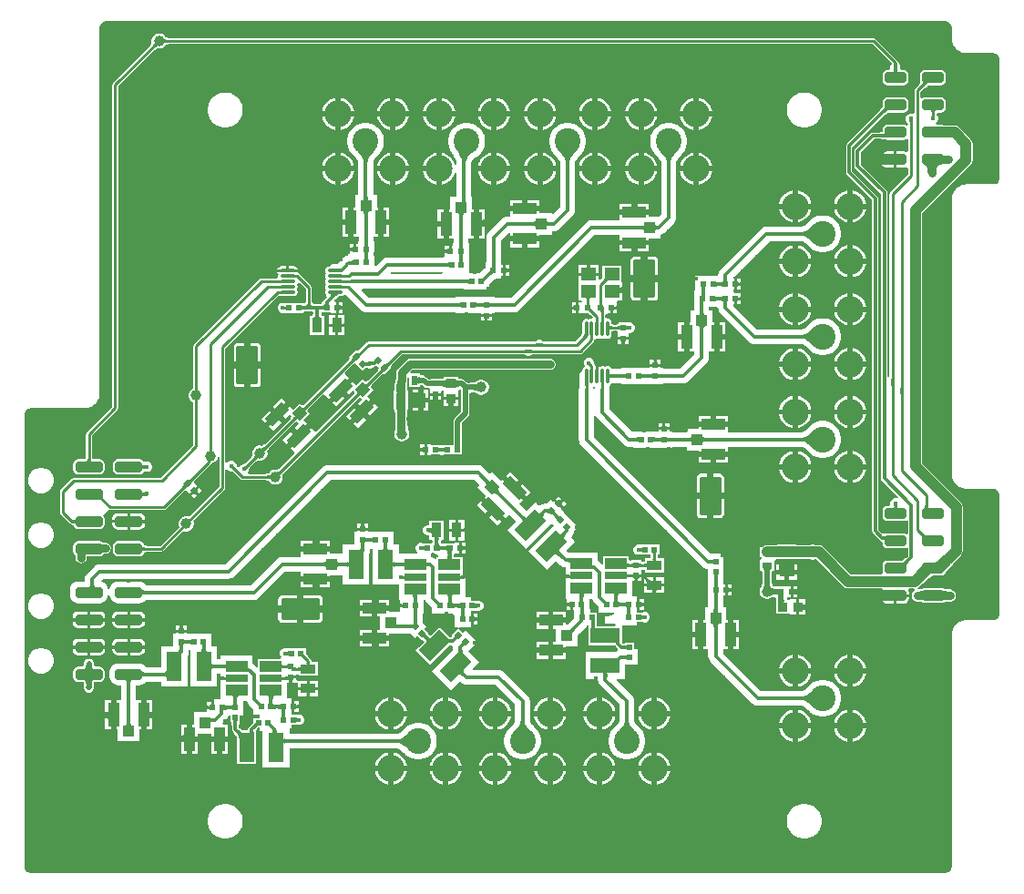
<source format=gtl>
G04*
G04 #@! TF.GenerationSoftware,Altium Limited,Altium Designer,23.0.1 (38)*
G04*
G04 Layer_Physical_Order=1*
G04 Layer_Color=255*
%FSLAX43Y43*%
%MOMM*%
G71*
G04*
G04 #@! TF.SameCoordinates,7396F043-7EEE-4AB4-9329-D6416C11A689*
G04*
G04*
G04 #@! TF.FilePolarity,Positive*
G04*
G01*
G75*
%ADD12C,0.254*%
%ADD15R,2.000X1.000*%
%ADD16R,2.000X0.650*%
%ADD17R,0.500X0.500*%
%ADD18R,0.950X1.400*%
%ADD19R,0.500X0.500*%
%ADD20R,1.450X2.700*%
%ADD21P,0.707X4X360.0*%
G04:AMPARAMS|DCode=22|XSize=2.7mm|YSize=1.45mm|CornerRadius=0mm|HoleSize=0mm|Usage=FLASHONLY|Rotation=45.000|XOffset=0mm|YOffset=0mm|HoleType=Round|Shape=Rectangle|*
%AMROTATEDRECTD22*
4,1,4,-0.442,-1.467,-1.467,-0.442,0.442,1.467,1.467,0.442,-0.442,-1.467,0.0*
%
%ADD22ROTATEDRECTD22*%

%ADD23P,0.707X4X270.0*%
%ADD24R,1.400X0.950*%
%ADD25R,2.700X1.450*%
G04:AMPARAMS|DCode=26|XSize=1mm|YSize=2mm|CornerRadius=0.25mm|HoleSize=0mm|Usage=FLASHONLY|Rotation=90.000|XOffset=0mm|YOffset=0mm|HoleType=Round|Shape=RoundedRectangle|*
%AMROUNDEDRECTD26*
21,1,1.000,1.500,0,0,90.0*
21,1,0.500,2.000,0,0,90.0*
1,1,0.500,0.750,0.250*
1,1,0.500,0.750,-0.250*
1,1,0.500,-0.750,-0.250*
1,1,0.500,-0.750,0.250*
%
%ADD26ROUNDEDRECTD26*%
%ADD27R,1.000X1.000*%
%ADD28R,1.050X2.200*%
%ADD29O,0.300X1.450*%
%ADD30R,1.400X1.200*%
%ADD31R,2.200X1.050*%
%ADD32R,1.000X1.000*%
G04:AMPARAMS|DCode=33|XSize=2.2mm|YSize=1.05mm|CornerRadius=0mm|HoleSize=0mm|Usage=FLASHONLY|Rotation=135.000|XOffset=0mm|YOffset=0mm|HoleType=Round|Shape=Rectangle|*
%AMROTATEDRECTD33*
4,1,4,1.149,-0.407,0.407,-1.149,-1.149,0.407,-0.407,1.149,1.149,-0.407,0.0*
%
%ADD33ROTATEDRECTD33*%

%ADD34P,1.414X4X360.0*%
%ADD35O,1.450X0.300*%
%ADD36P,1.414X4X270.0*%
G04:AMPARAMS|DCode=37|XSize=2.2mm|YSize=1.05mm|CornerRadius=0mm|HoleSize=0mm|Usage=FLASHONLY|Rotation=225.000|XOffset=0mm|YOffset=0mm|HoleType=Round|Shape=Rectangle|*
%AMROTATEDRECTD37*
4,1,4,0.407,1.149,1.149,0.407,-0.407,-1.149,-1.149,-0.407,0.407,1.149,0.0*
%
%ADD37ROTATEDRECTD37*%

G04:AMPARAMS|DCode=38|XSize=1mm|YSize=2.5mm|CornerRadius=0.25mm|HoleSize=0mm|Usage=FLASHONLY|Rotation=90.000|XOffset=0mm|YOffset=0mm|HoleType=Round|Shape=RoundedRectangle|*
%AMROUNDEDRECTD38*
21,1,1.000,2.000,0,0,90.0*
21,1,0.500,2.500,0,0,90.0*
1,1,0.500,1.000,0.250*
1,1,0.500,1.000,-0.250*
1,1,0.500,-1.000,-0.250*
1,1,0.500,-1.000,0.250*
%
%ADD38ROUNDEDRECTD38*%
%ADD39R,0.600X0.900*%
%ADD40R,0.900X0.900*%
%ADD41R,0.900X0.900*%
%ADD42R,0.900X0.600*%
%ADD73C,2.500*%
G04:AMPARAMS|DCode=75|XSize=3.6mm|YSize=2mm|CornerRadius=0.1mm|HoleSize=0mm|Usage=FLASHONLY|Rotation=270.000|XOffset=0mm|YOffset=0mm|HoleType=Round|Shape=RoundedRectangle|*
%AMROUNDEDRECTD75*
21,1,3.600,1.800,0,0,270.0*
21,1,3.400,2.000,0,0,270.0*
1,1,0.200,-0.900,-1.700*
1,1,0.200,-0.900,1.700*
1,1,0.200,0.900,1.700*
1,1,0.200,0.900,-1.700*
%
%ADD75ROUNDEDRECTD75*%
G04:AMPARAMS|DCode=76|XSize=3.6mm|YSize=2mm|CornerRadius=0.1mm|HoleSize=0mm|Usage=FLASHONLY|Rotation=0.000|XOffset=0mm|YOffset=0mm|HoleType=Round|Shape=RoundedRectangle|*
%AMROUNDEDRECTD76*
21,1,3.600,1.800,0,0,0.0*
21,1,3.400,2.000,0,0,0.0*
1,1,0.200,1.700,-0.900*
1,1,0.200,-1.700,-0.900*
1,1,0.200,-1.700,0.900*
1,1,0.200,1.700,0.900*
%
%ADD76ROUNDEDRECTD76*%
%ADD77C,1.000*%
%ADD78C,0.300*%
%ADD79C,1.000*%
%ADD80C,0.750*%
%ADD81C,0.500*%
%ADD82C,0.345*%
%ADD83C,2.400*%
%ADD84C,0.450*%
G36*
X114250Y79586D02*
X114308D01*
X114423Y79563D01*
X114530Y79519D01*
X114627Y79454D01*
X114710Y79371D01*
X114775Y79274D01*
X114819Y79167D01*
X114842Y79052D01*
X114842Y78994D01*
Y78020D01*
X114844Y78010D01*
X114843Y78000D01*
X114847Y77902D01*
X114855Y77873D01*
Y77842D01*
X114893Y77650D01*
X114908Y77613D01*
X114916Y77574D01*
X114991Y77393D01*
X115014Y77359D01*
X115029Y77322D01*
X115138Y77159D01*
X115166Y77131D01*
X115189Y77097D01*
X115327Y76959D01*
X115361Y76936D01*
X115389Y76908D01*
X115552Y76799D01*
X115589Y76784D01*
X115623Y76761D01*
X115804Y76686D01*
X115843Y76678D01*
X115880Y76663D01*
X116072Y76625D01*
X116103D01*
X116132Y76617D01*
X116230Y76613D01*
X116240Y76614D01*
X116250Y76612D01*
X118759Y76612D01*
X118874Y76589D01*
X118981Y76545D01*
X119078Y76480D01*
X119161Y76397D01*
X119226Y76300D01*
X119270Y76193D01*
X119293Y76078D01*
X119293Y76020D01*
X119293Y65020D01*
Y64962D01*
X119270Y64847D01*
X119226Y64740D01*
X119161Y64643D01*
X119078Y64560D01*
X118981Y64495D01*
X118874Y64451D01*
X118759Y64428D01*
X118701Y64428D01*
X116250D01*
X116240Y64426D01*
X116230Y64427D01*
X116132Y64423D01*
X116103Y64415D01*
X116072D01*
X115880Y64377D01*
X115843Y64362D01*
X115804Y64354D01*
X115623Y64279D01*
X115589Y64256D01*
X115552Y64241D01*
X115389Y64132D01*
X115361Y64104D01*
X115327Y64081D01*
X115189Y63943D01*
X115166Y63909D01*
X115138Y63881D01*
X115029Y63718D01*
X115014Y63681D01*
X114991Y63647D01*
X114916Y63466D01*
X114908Y63427D01*
X114893Y63390D01*
X114855Y63198D01*
Y63167D01*
X114847Y63138D01*
X114843Y63040D01*
X114844Y63030D01*
X114842Y63020D01*
Y37500D01*
X114844Y37490D01*
X114843Y37480D01*
X114847Y37382D01*
X114855Y37353D01*
Y37322D01*
X114893Y37130D01*
X114908Y37093D01*
X114916Y37054D01*
X114991Y36873D01*
X115014Y36839D01*
X115029Y36802D01*
X115138Y36639D01*
X115166Y36611D01*
X115189Y36577D01*
X115327Y36439D01*
X115361Y36416D01*
X115389Y36388D01*
X115552Y36279D01*
X115589Y36264D01*
X115623Y36241D01*
X115804Y36166D01*
X115843Y36158D01*
X115880Y36143D01*
X116072Y36105D01*
X116103D01*
X116132Y36097D01*
X116230Y36093D01*
X116240Y36094D01*
X116250Y36092D01*
X118759Y36092D01*
X118874Y36069D01*
X118981Y36025D01*
X119078Y35960D01*
X119161Y35877D01*
X119226Y35780D01*
X119270Y35673D01*
X119293Y35558D01*
X119293Y35500D01*
X119293Y24500D01*
Y24442D01*
X119270Y24327D01*
X119226Y24220D01*
X119161Y24123D01*
X119078Y24040D01*
X118981Y23975D01*
X118874Y23931D01*
X118759Y23908D01*
X118701Y23908D01*
X116250D01*
X116240Y23906D01*
X116230Y23907D01*
X116132Y23903D01*
X116103Y23895D01*
X116072D01*
X115880Y23857D01*
X115843Y23842D01*
X115804Y23834D01*
X115623Y23759D01*
X115589Y23736D01*
X115552Y23721D01*
X115389Y23612D01*
X115361Y23584D01*
X115327Y23561D01*
X115189Y23423D01*
X115166Y23389D01*
X115138Y23361D01*
X115029Y23198D01*
X115014Y23161D01*
X114991Y23127D01*
X114916Y22946D01*
X114908Y22907D01*
X114893Y22870D01*
X114855Y22678D01*
Y22647D01*
X114847Y22618D01*
X114843Y22520D01*
X114844Y22510D01*
X114842Y22500D01*
X114842Y994D01*
Y936D01*
X114819Y821D01*
X114775Y713D01*
X114710Y616D01*
X114627Y534D01*
X114530Y469D01*
X114423Y425D01*
X114308Y402D01*
X114250Y402D01*
X29250Y402D01*
X29192Y402D01*
X29077Y425D01*
X28969Y469D01*
X28873Y534D01*
X28790Y616D01*
X28725Y713D01*
X28681Y821D01*
X28658Y936D01*
Y994D01*
Y43015D01*
X28658Y43074D01*
X28681Y43188D01*
X28725Y43296D01*
X28790Y43393D01*
X28873Y43475D01*
X28969Y43540D01*
X29077Y43585D01*
X29192Y43608D01*
X29250Y43608D01*
X34250D01*
X34260Y43610D01*
X34270Y43608D01*
X34368Y43613D01*
X34397Y43620D01*
X34428D01*
X34620Y43659D01*
X34657Y43674D01*
X34696Y43682D01*
X34877Y43757D01*
X34911Y43779D01*
X34948Y43794D01*
X35111Y43903D01*
X35139Y43932D01*
X35173Y43954D01*
X35311Y44093D01*
X35334Y44126D01*
X35362Y44154D01*
X35471Y44317D01*
X35486Y44355D01*
X35509Y44388D01*
X35584Y44569D01*
X35592Y44609D01*
X35607Y44646D01*
X35645Y44838D01*
Y44868D01*
X35653Y44897D01*
X35657Y44995D01*
X35656Y45006D01*
X35658Y45015D01*
X35658Y78994D01*
Y79052D01*
X35681Y79167D01*
X35725Y79274D01*
X35790Y79371D01*
X35873Y79454D01*
X35970Y79519D01*
X36077Y79563D01*
X36192Y79586D01*
X36250Y79586D01*
X114250Y79586D01*
D02*
G37*
%LPC*%
G36*
X41267Y78450D02*
X41083D01*
X40905Y78402D01*
X40745Y78310D01*
X40615Y78180D01*
X40523Y78020D01*
X40475Y77842D01*
Y77658D01*
X40491Y77600D01*
X40490Y77588D01*
X40493Y77573D01*
X40493Y77572D01*
X40493Y77569D01*
X40492Y77564D01*
X40489Y77555D01*
X40483Y77543D01*
X40473Y77527D01*
X40460Y77508D01*
X40442Y77486D01*
X40415Y77458D01*
X40396Y77427D01*
X40375Y77396D01*
X40375Y77393D01*
X40373Y77391D01*
X40367Y77354D01*
X40360Y77318D01*
X40360Y77315D01*
X40360Y77312D01*
X40362Y77303D01*
X36917Y73858D01*
X36861Y73774D01*
X36841Y73675D01*
Y43732D01*
X34468Y41359D01*
X34412Y41275D01*
X34392Y41176D01*
Y39068D01*
X34383Y39063D01*
X34382Y39060D01*
X34380Y39059D01*
X34359Y39028D01*
X34338Y38998D01*
X34337Y38995D01*
X34335Y38993D01*
X34328Y38956D01*
X34320Y38920D01*
X34319Y38877D01*
X34318Y38868D01*
X33651D01*
X33475Y38833D01*
X33326Y38733D01*
X33227Y38585D01*
X33192Y38409D01*
Y37909D01*
X33227Y37733D01*
X33326Y37585D01*
X33475Y37485D01*
X33651Y37450D01*
X35651D01*
X35826Y37485D01*
X35975Y37585D01*
X36075Y37733D01*
X36110Y37909D01*
Y38409D01*
X36075Y38585D01*
X35975Y38733D01*
X35826Y38833D01*
X35651Y38868D01*
X34984D01*
X34983Y38877D01*
X34982Y38920D01*
X34973Y38956D01*
X34966Y38993D01*
X34965Y38995D01*
X34964Y38998D01*
X34943Y39028D01*
X34922Y39059D01*
X34920Y39060D01*
X34918Y39063D01*
X34910Y39068D01*
Y41069D01*
X37283Y43442D01*
X37339Y43526D01*
X37359Y43625D01*
Y73568D01*
X40728Y76937D01*
X40737Y76935D01*
X40740Y76935D01*
X40743Y76935D01*
X40779Y76942D01*
X40816Y76948D01*
X40818Y76950D01*
X40821Y76950D01*
X40852Y76971D01*
X40883Y76990D01*
X40911Y77017D01*
X40933Y77035D01*
X40952Y77048D01*
X40968Y77058D01*
X40980Y77064D01*
X40989Y77067D01*
X40994Y77068D01*
X40997Y77068D01*
X40998Y77068D01*
X41013Y77065D01*
X41025Y77066D01*
X41083Y77050D01*
X41267D01*
X41445Y77098D01*
X41605Y77190D01*
X41735Y77320D01*
X41765Y77372D01*
X41774Y77381D01*
X41782Y77393D01*
X41783Y77394D01*
X41785Y77396D01*
X41790Y77399D01*
X41798Y77403D01*
X41811Y77407D01*
X41829Y77412D01*
X41852Y77416D01*
X41880Y77418D01*
X41918Y77419D01*
X41954Y77427D01*
X41991Y77435D01*
X41993Y77436D01*
X41996Y77437D01*
X42026Y77458D01*
X42057Y77479D01*
X42058Y77481D01*
X42061Y77483D01*
X42066Y77491D01*
X107493D01*
X109288Y75696D01*
X109288Y75694D01*
X109286Y75692D01*
X109279Y75656D01*
X109277Y75646D01*
X109196Y75565D01*
X109123Y75389D01*
Y75198D01*
X109127Y75187D01*
X109029Y75039D01*
X108852D01*
X108676Y75004D01*
X108527Y74904D01*
X108428Y74756D01*
X108393Y74580D01*
Y74080D01*
X108428Y73904D01*
X108527Y73756D01*
X108676Y73656D01*
X108852Y73621D01*
X110352D01*
X110527Y73656D01*
X110676Y73756D01*
X110775Y73904D01*
X110810Y74080D01*
Y74580D01*
X110775Y74756D01*
X110676Y74904D01*
X110527Y75004D01*
X110352Y75039D01*
X110175D01*
X110076Y75187D01*
X110081Y75198D01*
Y75389D01*
X110008Y75565D01*
X109926Y75646D01*
X109925Y75654D01*
X109917Y75692D01*
X109916Y75693D01*
X109916Y75695D01*
X109894Y75726D01*
X109873Y75758D01*
X109872Y75759D01*
X109871Y75760D01*
X109856Y75770D01*
X109841Y75848D01*
X109785Y75932D01*
X107783Y77933D01*
X107699Y77989D01*
X107600Y78009D01*
X42066D01*
X42061Y78017D01*
X42058Y78019D01*
X42057Y78021D01*
X42026Y78042D01*
X41996Y78063D01*
X41993Y78064D01*
X41991Y78065D01*
X41954Y78073D01*
X41918Y78081D01*
X41880Y78082D01*
X41852Y78084D01*
X41829Y78088D01*
X41811Y78093D01*
X41798Y78097D01*
X41790Y78101D01*
X41785Y78104D01*
X41783Y78106D01*
X41782Y78107D01*
X41774Y78119D01*
X41765Y78128D01*
X41735Y78180D01*
X41605Y78310D01*
X41445Y78402D01*
X41267Y78450D01*
D02*
G37*
G36*
X113850Y75039D02*
X112350D01*
X112174Y75004D01*
X112026Y74904D01*
X111926Y74756D01*
X111891Y74580D01*
Y74080D01*
X111926Y73904D01*
X111937Y73889D01*
X111926Y73876D01*
X111888Y73835D01*
X111875Y73816D01*
X111860Y73799D01*
X111854Y73783D01*
X111845Y73768D01*
X111841Y73746D01*
X111833Y73725D01*
X111834Y73707D01*
X111831Y73690D01*
X111833Y73679D01*
X111484Y73330D01*
X111427Y73246D01*
X111408Y73147D01*
Y71083D01*
X111230Y70968D01*
X111156Y70999D01*
X110965D01*
X110789Y70926D01*
X110655Y70791D01*
X110582Y70615D01*
Y70425D01*
X110655Y70249D01*
X110736Y70167D01*
X110738Y70159D01*
X110745Y70121D01*
X110746Y70120D01*
X110746Y70119D01*
X110765Y70091D01*
X110766Y70077D01*
X110743Y69977D01*
X110629Y69920D01*
X110550Y69909D01*
X110527Y69924D01*
X110352Y69959D01*
X108852D01*
X108676Y69924D01*
X108527Y69824D01*
X108428Y69676D01*
X108393Y69500D01*
Y69320D01*
X108355Y69317D01*
X108295Y69316D01*
X108269Y69310D01*
X108242Y69307D01*
X108230Y69301D01*
X108218Y69298D01*
X108195Y69283D01*
X108171Y69270D01*
X108163Y69260D01*
X108152Y69253D01*
X108147Y69244D01*
X107518D01*
X107518Y69244D01*
X107410Y69223D01*
X107318Y69161D01*
X105890Y67734D01*
X105829Y67642D01*
X105808Y67534D01*
X105808Y67534D01*
Y66135D01*
X105808Y66135D01*
X105829Y66027D01*
X105890Y65935D01*
X108280Y63546D01*
Y37087D01*
X108280Y37087D01*
X108302Y36979D01*
X108363Y36888D01*
X109906Y35344D01*
X109805Y35194D01*
X109720Y35229D01*
X109530D01*
X109354Y35156D01*
X109219Y35021D01*
X109146Y34845D01*
Y34655D01*
X109055Y34519D01*
X108852D01*
X108676Y34484D01*
X108527Y34384D01*
X108428Y34236D01*
X108393Y34060D01*
Y33560D01*
X108428Y33384D01*
X108527Y33236D01*
X108676Y33136D01*
X108852Y33101D01*
X110352D01*
X110527Y33136D01*
X110615Y33195D01*
X110793Y33114D01*
Y31966D01*
X110615Y31885D01*
X110527Y31944D01*
X110352Y31979D01*
X108852D01*
X108676Y31944D01*
X108658Y31932D01*
X108656Y31931D01*
X108649Y31929D01*
X108638Y31927D01*
X108439Y31913D01*
X108390Y31912D01*
X108007Y32295D01*
Y63100D01*
X108007Y63100D01*
X107986Y63208D01*
X107925Y63300D01*
X107925Y63300D01*
X105582Y65642D01*
Y67871D01*
X108592Y70881D01*
X108599Y70879D01*
X108603Y70879D01*
X108606Y70879D01*
X108642Y70886D01*
X108677Y70892D01*
X108681Y70894D01*
X108684Y70894D01*
X108714Y70914D01*
X108745Y70933D01*
X108857Y71037D01*
X108898Y71069D01*
X108914Y71081D01*
X110352D01*
X110527Y71116D01*
X110676Y71216D01*
X110775Y71364D01*
X110810Y71540D01*
Y72040D01*
X110775Y72216D01*
X110676Y72364D01*
X110527Y72464D01*
X110352Y72499D01*
X108852D01*
X108676Y72464D01*
X108527Y72364D01*
X108428Y72216D01*
X108393Y72040D01*
Y71603D01*
X108383Y71588D01*
X108301Y71492D01*
X108248Y71436D01*
X108227Y71404D01*
X108206Y71373D01*
X108206Y71371D01*
X108205Y71370D01*
X108198Y71332D01*
X108190Y71295D01*
X108191Y71293D01*
X108190Y71291D01*
X108193Y71281D01*
X105100Y68188D01*
X105039Y68096D01*
X105018Y67988D01*
X105018Y67988D01*
Y65525D01*
X105018Y65525D01*
X105039Y65417D01*
X105100Y65325D01*
X107443Y62983D01*
Y32178D01*
X107443Y32178D01*
X107464Y32070D01*
X107525Y31978D01*
X108145Y31359D01*
X108145Y31359D01*
X108148Y31357D01*
X108152Y31347D01*
X108155Y31334D01*
X108169Y31311D01*
X108181Y31287D01*
X108190Y31278D01*
X108197Y31267D01*
X108220Y31252D01*
X108240Y31233D01*
X108252Y31229D01*
X108263Y31221D01*
X108289Y31216D01*
X108315Y31207D01*
X108393Y31056D01*
Y31020D01*
X108428Y30844D01*
X108527Y30696D01*
X108676Y30596D01*
X108852Y30561D01*
X110352D01*
X110527Y30596D01*
X110615Y30655D01*
X110793Y30574D01*
Y29843D01*
X110593Y29643D01*
X110586Y29645D01*
X110575Y29643D01*
X110564Y29644D01*
X110536Y29637D01*
X110507Y29632D01*
X110498Y29626D01*
X110487Y29624D01*
X110464Y29606D01*
X110439Y29591D01*
X110328Y29487D01*
X110287Y29455D01*
X110265Y29439D01*
X108852D01*
X108676Y29404D01*
X108527Y29304D01*
X108428Y29156D01*
X108393Y28980D01*
Y28480D01*
X108425Y28317D01*
X108424Y28299D01*
X108324Y28139D01*
X105490D01*
X102960Y30669D01*
X102753Y30807D01*
X102508Y30856D01*
X102207D01*
X102185Y30869D01*
X102007Y30917D01*
X101823D01*
X101645Y30869D01*
X101622Y30856D01*
X100404D01*
Y30892D01*
X98604D01*
Y30856D01*
X97691D01*
X97446Y30807D01*
X97310Y30717D01*
X97041D01*
Y29717D01*
X97164D01*
X97181Y29695D01*
X97091Y29517D01*
X97041D01*
Y28724D01*
X97040Y28720D01*
X97041Y28715D01*
Y28517D01*
X97196D01*
X97205Y28489D01*
X97214Y28445D01*
X97227Y28303D01*
X97229Y28216D01*
X97237Y28179D01*
X97244Y28142D01*
X97246Y28140D01*
X97246Y28138D01*
X97268Y28107D01*
X97289Y28076D01*
X97290Y28074D01*
X97291Y28073D01*
X97298Y28068D01*
Y27639D01*
X97291Y27634D01*
X97291Y27634D01*
X97291Y27634D01*
X97265Y27597D01*
X97246Y27569D01*
X97246Y27569D01*
X97246Y27569D01*
X97237Y27528D01*
X97229Y27491D01*
X97229Y27491D01*
X97229Y27491D01*
X97228Y27413D01*
X97216Y27271D01*
X97208Y27214D01*
X97197Y27160D01*
X97184Y27113D01*
X97169Y27072D01*
X97153Y27037D01*
X97137Y27008D01*
X97124Y26989D01*
X97115Y26980D01*
X97023Y26820D01*
X96975Y26642D01*
Y26458D01*
X97023Y26280D01*
X97115Y26120D01*
X97245Y25990D01*
X97405Y25898D01*
X97583Y25850D01*
X97767D01*
X97945Y25898D01*
X98105Y25990D01*
X98112Y25997D01*
X98127Y26008D01*
X98156Y26023D01*
X98190Y26038D01*
X98231Y26052D01*
X98278Y26065D01*
X98332Y26076D01*
X98343Y26077D01*
X98440Y26018D01*
X98493Y25950D01*
X98500Y25775D01*
X98500D01*
Y25576D01*
X98499Y25572D01*
X98500Y25568D01*
Y25554D01*
X98500Y25554D01*
X98500Y25553D01*
Y24475D01*
X99691D01*
X99846Y24421D01*
X99955Y24421D01*
X100423D01*
Y25125D01*
Y25829D01*
X99955D01*
X99846Y25829D01*
X99691Y25775D01*
X99581D01*
X99530Y25874D01*
X99581Y25987D01*
X99632Y26046D01*
X99848D01*
Y26550D01*
Y27054D01*
X99471D01*
X99316Y27000D01*
X98629D01*
X98612Y27004D01*
X98532Y27005D01*
X98390Y27016D01*
X98332Y27024D01*
X98278Y27035D01*
X98231Y27048D01*
X98192Y27061D01*
X98179Y27099D01*
X98167Y27146D01*
X98157Y27200D01*
X98148Y27258D01*
X98138Y27402D01*
X98137Y27482D01*
X98129Y27517D01*
X98123Y27553D01*
X98121Y27556D01*
X98120Y27560D01*
X98099Y27589D01*
X98080Y27620D01*
X98077Y27622D01*
X98075Y27625D01*
X98067Y27630D01*
Y28068D01*
X98074Y28073D01*
X98075Y28074D01*
X98077Y28076D01*
X98098Y28107D01*
X98119Y28138D01*
X98120Y28140D01*
X98121Y28142D01*
X98129Y28179D01*
X98137Y28215D01*
X98139Y28305D01*
X98144Y28379D01*
X98152Y28439D01*
X98162Y28485D01*
X98173Y28516D01*
X98173Y28517D01*
X98341D01*
Y28715D01*
X98341Y28720D01*
X98341Y28724D01*
X98341Y29410D01*
X98506Y29547D01*
X98604Y29542D01*
Y29542D01*
X100404D01*
Y29577D01*
X101622D01*
X101645Y29564D01*
X101823Y29517D01*
X102007D01*
X102185Y29564D01*
X102207Y29577D01*
X102243D01*
X104773Y27048D01*
X104980Y26909D01*
X105225Y26861D01*
X108313D01*
X108408Y26683D01*
X108377Y26637D01*
X108338Y26440D01*
Y26317D01*
X109602D01*
X110865D01*
Y26440D01*
X110826Y26637D01*
X110795Y26683D01*
X110890Y26861D01*
X111290D01*
X111422Y26729D01*
X111437Y26693D01*
X111430Y26648D01*
X111264Y26537D01*
X111153Y26371D01*
X111114Y26175D01*
X111153Y25979D01*
X111264Y25813D01*
X111430Y25702D01*
X111454Y25697D01*
X111458Y25690D01*
X111479Y25658D01*
X111480Y25657D01*
X111482Y25656D01*
X111513Y25635D01*
X111544Y25613D01*
X111546Y25613D01*
X111548Y25612D01*
X111585Y25604D01*
X111622Y25596D01*
X111954Y25590D01*
X112053Y25583D01*
X112079Y25580D01*
X112174Y25516D01*
X112350Y25481D01*
X113850D01*
X114026Y25516D01*
X114044Y25528D01*
X114063Y25538D01*
X114083Y25546D01*
X114120Y25556D01*
X114165Y25564D01*
X114620Y25595D01*
X114739Y25596D01*
X114777Y25604D01*
X114815Y25612D01*
X114816Y25612D01*
X114816Y25612D01*
X114849Y25634D01*
X114881Y25656D01*
X114882Y25656D01*
X114882Y25657D01*
X114904Y25689D01*
X114909Y25697D01*
X114933Y25702D01*
X115099Y25813D01*
X115210Y25979D01*
X115249Y26175D01*
X115210Y26371D01*
X115099Y26537D01*
X114933Y26648D01*
X114909Y26653D01*
X114904Y26660D01*
X114883Y26693D01*
X114882Y26693D01*
X114881Y26694D01*
X114849Y26716D01*
X114817Y26738D01*
X114816Y26738D01*
X114815Y26738D01*
X114777Y26746D01*
X114739Y26754D01*
X114626Y26755D01*
X114427Y26764D01*
X114265Y26783D01*
X114203Y26794D01*
X114149Y26807D01*
X114107Y26820D01*
X114078Y26833D01*
X114047Y26850D01*
X114046Y26850D01*
X114026Y26864D01*
X113974Y26874D01*
X113972Y26875D01*
X113970Y26875D01*
X113850Y26899D01*
X112350D01*
X112174Y26864D01*
X112049Y26780D01*
X112034Y26777D01*
X111837Y26763D01*
X111671Y26793D01*
X111669Y26803D01*
X111699Y26966D01*
X111822Y27048D01*
X112092Y27318D01*
X112094Y27317D01*
X112096Y27318D01*
X112098Y27317D01*
X112135Y27325D01*
X112173Y27331D01*
X112174Y27332D01*
X112176Y27333D01*
X112208Y27354D01*
X112240Y27374D01*
X112426Y27554D01*
X112598Y27705D01*
X112756Y27831D01*
X112901Y27930D01*
X113031Y28004D01*
X113071Y28021D01*
X113850D01*
X114026Y28056D01*
X114174Y28156D01*
X114254Y28275D01*
X114257Y28278D01*
X114258Y28281D01*
X114274Y28304D01*
X114278Y28324D01*
X114282Y28335D01*
X114289Y28348D01*
X114826Y28959D01*
X114954Y29088D01*
X114976Y29121D01*
X114997Y29154D01*
X114997Y29154D01*
X114998Y29155D01*
X115005Y29193D01*
X115013Y29232D01*
X115013Y29232D01*
X115013Y29233D01*
X115012Y29238D01*
X115702Y29928D01*
X115841Y30135D01*
X115889Y30380D01*
Y34400D01*
X115841Y34645D01*
X115702Y34852D01*
X112112Y38442D01*
Y61733D01*
X116602Y66223D01*
X116741Y66430D01*
X116789Y66675D01*
Y68200D01*
X116789Y68200D01*
X116741Y68445D01*
X116602Y68652D01*
X115552Y69702D01*
X115345Y69841D01*
X115100Y69889D01*
X114077D01*
X114026Y69924D01*
X113850Y69959D01*
X113389D01*
X113354Y70137D01*
X113371Y70144D01*
X113506Y70279D01*
X113579Y70455D01*
Y70645D01*
X113506Y70821D01*
X113425Y70903D01*
X113423Y70911D01*
X113524Y71081D01*
X113850D01*
X114026Y71116D01*
X114174Y71216D01*
X114274Y71364D01*
X114309Y71540D01*
Y72040D01*
X114274Y72216D01*
X114174Y72364D01*
X114026Y72464D01*
X113850Y72499D01*
X112350D01*
X112174Y72464D01*
X112103Y72416D01*
X111926Y72511D01*
Y73039D01*
X112244Y73358D01*
X112256Y73355D01*
X112282Y73360D01*
X112308Y73361D01*
X112320Y73367D01*
X112334Y73370D01*
X112356Y73384D01*
X112380Y73395D01*
X112389Y73405D01*
X112401Y73413D01*
X112456Y73467D01*
X112556Y73554D01*
X112595Y73583D01*
X112629Y73605D01*
X112657Y73620D01*
X112658Y73621D01*
X113850D01*
X114026Y73656D01*
X114174Y73756D01*
X114274Y73904D01*
X114309Y74080D01*
Y74580D01*
X114274Y74756D01*
X114174Y74904D01*
X114026Y75004D01*
X113850Y75039D01*
D02*
G37*
G36*
X72553Y72459D02*
Y71225D01*
X73787D01*
X73749Y71414D01*
X73636Y71687D01*
X73471Y71934D01*
X73262Y72143D01*
X73015Y72308D01*
X72742Y72421D01*
X72553Y72459D01*
D02*
G37*
G36*
X58067D02*
Y71225D01*
X59300D01*
X59263Y71414D01*
X59149Y71687D01*
X58985Y71934D01*
X58775Y72143D01*
X58529Y72308D01*
X58255Y72421D01*
X58067Y72459D01*
D02*
G37*
G36*
X63167Y72459D02*
Y71225D01*
X64400D01*
X64363Y71414D01*
X64249Y71687D01*
X64085Y71934D01*
X63875Y72143D01*
X63629Y72308D01*
X63355Y72421D01*
X63167Y72459D01*
D02*
G37*
G36*
X67453D02*
Y71225D01*
X68687D01*
X68649Y71414D01*
X68536Y71687D01*
X68371Y71934D01*
X68162Y72143D01*
X67915Y72308D01*
X67642Y72421D01*
X67453Y72459D01*
D02*
G37*
G36*
X62667Y72459D02*
X62478Y72421D01*
X62204Y72308D01*
X61958Y72143D01*
X61748Y71934D01*
X61584Y71687D01*
X61470Y71414D01*
X61433Y71225D01*
X62667D01*
Y72459D01*
D02*
G37*
G36*
X66953D02*
X66764Y72421D01*
X66491Y72308D01*
X66244Y72143D01*
X66035Y71934D01*
X65870Y71687D01*
X65757Y71414D01*
X65719Y71225D01*
X66953D01*
Y72459D01*
D02*
G37*
G36*
X72053Y72459D02*
X71864Y72421D01*
X71591Y72308D01*
X71344Y72143D01*
X71135Y71934D01*
X70970Y71687D01*
X70857Y71414D01*
X70819Y71225D01*
X72053D01*
Y72459D01*
D02*
G37*
G36*
X57567D02*
X57378Y72421D01*
X57104Y72308D01*
X56858Y72143D01*
X56648Y71934D01*
X56484Y71687D01*
X56370Y71414D01*
X56333Y71225D01*
X57567D01*
Y72459D01*
D02*
G37*
G36*
X91326Y72459D02*
Y71225D01*
X92559D01*
X92522Y71414D01*
X92408Y71687D01*
X92244Y71934D01*
X92034Y72143D01*
X91788Y72308D01*
X91514Y72421D01*
X91326Y72459D01*
D02*
G37*
G36*
X90826D02*
X90637Y72421D01*
X90363Y72308D01*
X90117Y72143D01*
X89907Y71934D01*
X89743Y71687D01*
X89629Y71414D01*
X89592Y71225D01*
X90826D01*
Y72459D01*
D02*
G37*
G36*
X86226D02*
Y71225D01*
X87459D01*
X87422Y71414D01*
X87308Y71687D01*
X87144Y71934D01*
X86934Y72143D01*
X86688Y72308D01*
X86414Y72421D01*
X86226Y72459D01*
D02*
G37*
G36*
X85726D02*
X85537Y72421D01*
X85263Y72308D01*
X85017Y72143D01*
X84807Y71934D01*
X84643Y71687D01*
X84529Y71414D01*
X84492Y71225D01*
X85726D01*
Y72459D01*
D02*
G37*
G36*
X81939D02*
Y71225D01*
X83173D01*
X83135Y71414D01*
X83022Y71687D01*
X82857Y71934D01*
X82648Y72143D01*
X82402Y72308D01*
X82128Y72421D01*
X81939Y72459D01*
D02*
G37*
G36*
X81439D02*
X81251Y72421D01*
X80977Y72308D01*
X80730Y72143D01*
X80521Y71934D01*
X80356Y71687D01*
X80243Y71414D01*
X80205Y71225D01*
X81439D01*
Y72459D01*
D02*
G37*
G36*
X76839D02*
Y71225D01*
X78073D01*
X78035Y71414D01*
X77922Y71687D01*
X77757Y71934D01*
X77548Y72143D01*
X77302Y72308D01*
X77028Y72421D01*
X76839Y72459D01*
D02*
G37*
G36*
X76339D02*
X76151Y72421D01*
X75877Y72308D01*
X75630Y72143D01*
X75421Y71934D01*
X75256Y71687D01*
X75143Y71414D01*
X75105Y71225D01*
X76339D01*
Y72459D01*
D02*
G37*
G36*
X101285Y72970D02*
X100965D01*
X100652Y72908D01*
X100358Y72786D01*
X100092Y72608D01*
X99867Y72383D01*
X99689Y72117D01*
X99567Y71823D01*
X99505Y71510D01*
Y71190D01*
X99567Y70877D01*
X99689Y70583D01*
X99867Y70317D01*
X100092Y70092D01*
X100358Y69914D01*
X100652Y69792D01*
X100965Y69730D01*
X101285D01*
X101598Y69792D01*
X101892Y69914D01*
X102158Y70092D01*
X102383Y70317D01*
X102561Y70583D01*
X102683Y70877D01*
X102745Y71190D01*
Y71510D01*
X102683Y71823D01*
X102561Y72117D01*
X102383Y72383D01*
X102158Y72608D01*
X101892Y72786D01*
X101598Y72908D01*
X101285Y72970D01*
D02*
G37*
G36*
X47485D02*
X47165D01*
X46852Y72908D01*
X46558Y72786D01*
X46292Y72608D01*
X46067Y72383D01*
X45889Y72117D01*
X45767Y71823D01*
X45705Y71510D01*
Y71190D01*
X45767Y70877D01*
X45889Y70583D01*
X46067Y70317D01*
X46292Y70092D01*
X46558Y69914D01*
X46852Y69792D01*
X47165Y69730D01*
X47485D01*
X47798Y69792D01*
X48092Y69914D01*
X48358Y70092D01*
X48583Y70317D01*
X48761Y70583D01*
X48883Y70877D01*
X48945Y71190D01*
Y71510D01*
X48883Y71823D01*
X48761Y72117D01*
X48583Y72383D01*
X48358Y72608D01*
X48092Y72786D01*
X47798Y72908D01*
X47485Y72970D01*
D02*
G37*
G36*
X73787Y70725D02*
X72553D01*
Y69491D01*
X72742Y69529D01*
X73015Y69642D01*
X73262Y69807D01*
X73471Y70016D01*
X73636Y70263D01*
X73749Y70536D01*
X73787Y70725D01*
D02*
G37*
G36*
X59300D02*
X58067D01*
Y69491D01*
X58255Y69529D01*
X58529Y69642D01*
X58775Y69807D01*
X58985Y70016D01*
X59149Y70263D01*
X59263Y70536D01*
X59300Y70725D01*
D02*
G37*
G36*
X66953D02*
X65719D01*
X65757Y70536D01*
X65870Y70263D01*
X66035Y70016D01*
X66244Y69807D01*
X66491Y69642D01*
X66764Y69529D01*
X66953Y69491D01*
Y70725D01*
D02*
G37*
G36*
X62667D02*
X61433D01*
X61470Y70536D01*
X61584Y70263D01*
X61748Y70016D01*
X61958Y69807D01*
X62204Y69642D01*
X62478Y69529D01*
X62667Y69491D01*
Y70725D01*
D02*
G37*
G36*
X68687D02*
X67453D01*
Y69491D01*
X67642Y69529D01*
X67915Y69642D01*
X68162Y69807D01*
X68371Y70016D01*
X68536Y70263D01*
X68649Y70536D01*
X68687Y70725D01*
D02*
G37*
G36*
X64400D02*
X63167D01*
Y69491D01*
X63355Y69529D01*
X63629Y69642D01*
X63875Y69807D01*
X64085Y70016D01*
X64249Y70263D01*
X64363Y70536D01*
X64400Y70725D01*
D02*
G37*
G36*
X72053D02*
X70819D01*
X70857Y70536D01*
X70970Y70263D01*
X71135Y70016D01*
X71344Y69807D01*
X71591Y69642D01*
X71864Y69529D01*
X72053Y69491D01*
Y70725D01*
D02*
G37*
G36*
X57567D02*
X56333D01*
X56370Y70536D01*
X56484Y70263D01*
X56648Y70016D01*
X56858Y69807D01*
X57104Y69642D01*
X57378Y69529D01*
X57567Y69491D01*
Y70725D01*
D02*
G37*
G36*
X92559Y70725D02*
X91326D01*
Y69491D01*
X91514Y69529D01*
X91788Y69642D01*
X92034Y69807D01*
X92244Y70016D01*
X92408Y70263D01*
X92522Y70536D01*
X92559Y70725D01*
D02*
G37*
G36*
X90826D02*
X89592D01*
X89629Y70536D01*
X89743Y70263D01*
X89907Y70016D01*
X90117Y69807D01*
X90363Y69642D01*
X90637Y69529D01*
X90826Y69491D01*
Y70725D01*
D02*
G37*
G36*
X87459D02*
X86226D01*
Y69491D01*
X86414Y69529D01*
X86688Y69642D01*
X86934Y69807D01*
X87144Y70016D01*
X87308Y70263D01*
X87422Y70536D01*
X87459Y70725D01*
D02*
G37*
G36*
X85726D02*
X84492D01*
X84529Y70536D01*
X84643Y70263D01*
X84807Y70016D01*
X85017Y69807D01*
X85263Y69642D01*
X85537Y69529D01*
X85726Y69491D01*
Y70725D01*
D02*
G37*
G36*
X83173D02*
X81939D01*
Y69491D01*
X82128Y69529D01*
X82402Y69642D01*
X82648Y69807D01*
X82857Y70016D01*
X83022Y70263D01*
X83135Y70536D01*
X83173Y70725D01*
D02*
G37*
G36*
X81439D02*
X80205D01*
X80243Y70536D01*
X80356Y70263D01*
X80521Y70016D01*
X80730Y69807D01*
X80977Y69642D01*
X81251Y69529D01*
X81439Y69491D01*
Y70725D01*
D02*
G37*
G36*
X78073D02*
X76839D01*
Y69491D01*
X77028Y69529D01*
X77302Y69642D01*
X77548Y69807D01*
X77757Y70016D01*
X77922Y70263D01*
X78035Y70536D01*
X78073Y70725D01*
D02*
G37*
G36*
X76339D02*
X75105D01*
X75143Y70536D01*
X75256Y70263D01*
X75421Y70016D01*
X75630Y69807D01*
X75877Y69642D01*
X76151Y69529D01*
X76339Y69491D01*
Y70725D01*
D02*
G37*
G36*
X69921Y70133D02*
X69585D01*
X69255Y70067D01*
X68944Y69939D01*
X68664Y69752D01*
X68426Y69514D01*
X68239Y69234D01*
X68111Y68923D01*
X68045Y68593D01*
Y68257D01*
X68111Y67927D01*
X68239Y67616D01*
X68300Y67526D01*
X68317Y67482D01*
X68317Y67481D01*
X68318Y67481D01*
X68423Y67319D01*
X68565Y67086D01*
X68596Y67034D01*
X68721Y66801D01*
X68761Y66715D01*
X68789Y66643D01*
X68805Y66593D01*
X68810Y66572D01*
X68813Y66538D01*
X68815Y66531D01*
Y66148D01*
X68688Y66141D01*
X68685Y66170D01*
X68621Y66382D01*
X68564Y66519D01*
X68495Y66649D01*
X68412Y66772D01*
X68362Y66833D01*
Y66843D01*
X68162Y67043D01*
X67915Y67208D01*
X67642Y67321D01*
X67453Y67359D01*
Y65875D01*
Y64391D01*
X67642Y64429D01*
X67915Y64542D01*
X68162Y64707D01*
X68362Y64907D01*
Y64917D01*
X68412Y64978D01*
X68495Y65101D01*
X68564Y65231D01*
X68621Y65368D01*
X68685Y65580D01*
X68688Y65609D01*
X68815Y65602D01*
Y63258D01*
X68242D01*
Y62104D01*
X68100D01*
Y60750D01*
Y59396D01*
X68564D01*
Y58975D01*
X68492D01*
Y58721D01*
X68377D01*
Y58217D01*
X68250D01*
Y58090D01*
X68003D01*
Y57970D01*
X68001Y57993D01*
X67993Y58014D01*
X67980Y58032D01*
X67962Y58047D01*
X67940Y58060D01*
X67912Y58071D01*
X67879Y58080D01*
X67863Y58082D01*
X67851Y58079D01*
X67838Y58076D01*
X67827Y58071D01*
X67818Y58066D01*
X67811Y58060D01*
Y58088D01*
X67797Y58089D01*
X67749Y58090D01*
X67746D01*
Y57869D01*
D01*
Y57747D01*
Y57713D01*
D01*
X67621Y57708D01*
X67592D01*
D01*
Y57637D01*
X62400D01*
X62222Y57613D01*
X62057Y57545D01*
X61915Y57435D01*
X61915Y57435D01*
X61336Y56857D01*
D01*
X61285Y56806D01*
X61158Y56858D01*
Y56930D01*
Y57645D01*
Y59161D01*
X61086D01*
Y59571D01*
X61550D01*
Y60925D01*
X61800D01*
D01*
X61550D01*
Y62279D01*
X61408D01*
Y63433D01*
X61070D01*
Y66470D01*
X61072Y66478D01*
X61076Y66522D01*
X61080Y66542D01*
X61094Y66581D01*
X61121Y66637D01*
X61161Y66707D01*
X61217Y66789D01*
X61284Y66878D01*
X61396Y67008D01*
D01*
X61475Y67100D01*
X61592Y67221D01*
X61617Y67259D01*
X61693Y67336D01*
X61880Y67616D01*
X62009Y67927D01*
X62075Y68257D01*
Y68593D01*
X62009Y68923D01*
X61880Y69234D01*
X61693Y69514D01*
X61455Y69752D01*
X61176Y69939D01*
X60865Y70067D01*
X60535Y70133D01*
X60198D01*
X59868Y70067D01*
X59558Y69939D01*
X59278Y69752D01*
X59040Y69514D01*
X58853Y69234D01*
X58724Y68923D01*
X58659Y68593D01*
Y68257D01*
X58724Y67927D01*
X58853Y67616D01*
X59040Y67336D01*
X59146Y67230D01*
X59175Y67187D01*
X59293Y67072D01*
X59485Y66859D01*
X59552Y66775D01*
X59607Y66695D01*
X59647Y66628D01*
X59673Y66575D01*
X59686Y66537D01*
X59691Y66518D01*
X59694Y66473D01*
X59697Y66465D01*
Y63433D01*
X59392D01*
Y62279D01*
X59250D01*
Y60925D01*
Y59571D01*
X59714D01*
Y59161D01*
X59642D01*
Y58907D01*
X59527D01*
Y58403D01*
X59400D01*
Y58276D01*
X59153D01*
Y58156D01*
X59151Y58179D01*
X59143Y58199D01*
X59130Y58217D01*
X59112Y58233D01*
X59090Y58246D01*
X59062Y58257D01*
X59029Y58265D01*
X59013Y58268D01*
X59001Y58265D01*
X58988Y58261D01*
X58977Y58257D01*
X58968Y58251D01*
X58961Y58246D01*
Y58274D01*
X58947Y58275D01*
X58899Y58276D01*
X58896D01*
Y57959D01*
X58742D01*
Y57805D01*
X58600Y57786D01*
X58435Y57718D01*
X58293Y57609D01*
X58293Y57609D01*
X58172Y57488D01*
X58063Y57346D01*
X58047Y57308D01*
X57787Y57047D01*
X57525D01*
X57277Y56998D01*
X57067Y56858D01*
X57000Y56757D01*
X56950D01*
X56813Y56730D01*
X56698Y56652D01*
X56620Y56537D01*
X56593Y56400D01*
X56620Y56263D01*
X56696Y56150D01*
X56620Y56037D01*
X56593Y55900D01*
X56620Y55763D01*
X56696Y55650D01*
X56620Y55537D01*
X56593Y55400D01*
X56620Y55263D01*
X56696Y55150D01*
X56620Y55037D01*
X56593Y54900D01*
X56620Y54763D01*
X56696Y54650D01*
X56620Y54537D01*
X56593Y54400D01*
X56620Y54263D01*
X56698Y54148D01*
X56730Y54126D01*
X56757Y53917D01*
X56755Y53912D01*
X56555Y53712D01*
X56539Y53689D01*
X56524Y53686D01*
X56522Y53685D01*
X56520Y53684D01*
X56489Y53663D01*
X56457Y53643D01*
X56456Y53641D01*
X56454Y53640D01*
X56433Y53609D01*
X56411Y53577D01*
X56411Y53576D01*
X56410Y53574D01*
X56403Y53537D01*
X56394Y53500D01*
X56394Y53452D01*
X56392Y53425D01*
X56300D01*
Y53334D01*
X56215Y53327D01*
X56155Y53327D01*
X56117Y53318D01*
X56080Y53311D01*
X56078Y53310D01*
X56077Y53310D01*
X56045Y53288D01*
X56014Y53267D01*
X56013Y53266D01*
X56011Y53265D01*
X56006Y53255D01*
X55725D01*
X55722Y53261D01*
X55699Y53278D01*
X55678Y53297D01*
X55667Y53301D01*
X55658Y53308D01*
X55630Y53314D01*
X55604Y53324D01*
X55592Y53324D01*
X55580Y53326D01*
X55524Y53329D01*
X55485Y53334D01*
X55458Y53340D01*
X55442Y53347D01*
X55435Y53351D01*
X55435Y53351D01*
X55435Y53352D01*
X55433Y53360D01*
X55430Y53391D01*
X55422Y53423D01*
X55415Y53455D01*
X55411Y53461D01*
X55409Y53468D01*
X55389Y53494D01*
X55371Y53521D01*
X55365Y53525D01*
X55361Y53531D01*
X55359Y53532D01*
Y54812D01*
X55339Y54911D01*
X55283Y54995D01*
X54207Y56071D01*
X54201Y56102D01*
X54200Y56103D01*
X54200Y56105D01*
X54179Y56137D01*
X54158Y56169D01*
X54157Y56170D01*
X54156Y56171D01*
X54092Y56232D01*
X54096Y56273D01*
X53848D01*
X53778Y56269D01*
X53766Y56265D01*
X53757Y56262D01*
Y56273D01*
X53125D01*
X52163D01*
X52169Y56242D01*
X52259Y56109D01*
X52266Y56104D01*
X52220Y56037D01*
X52193Y55900D01*
X52206Y55837D01*
X52093Y55659D01*
X50650D01*
X50551Y55639D01*
X50467Y55583D01*
X44442Y49558D01*
X44386Y49474D01*
X44366Y49375D01*
Y45434D01*
X44355Y45431D01*
X44195Y45339D01*
X44065Y45208D01*
X43973Y45049D01*
X43925Y44871D01*
Y44686D01*
X43973Y44508D01*
X44065Y44349D01*
X44195Y44218D01*
X44355Y44126D01*
X44366Y44123D01*
Y40157D01*
X41343Y37134D01*
X33250D01*
X33151Y37114D01*
X33067Y37058D01*
X32067Y36058D01*
X32011Y35974D01*
X31991Y35875D01*
Y33925D01*
X32011Y33826D01*
X32067Y33742D01*
X32913Y32896D01*
X32965Y32861D01*
X32977Y32843D01*
X32997Y32812D01*
X32999Y32810D01*
X33001Y32808D01*
X33032Y32787D01*
X33062Y32766D01*
X33065Y32765D01*
X33067Y32764D01*
X33103Y32756D01*
X33140Y32748D01*
X33183Y32747D01*
X33209Y32745D01*
X33227Y32653D01*
X33326Y32505D01*
X33475Y32405D01*
X33651Y32370D01*
X35651D01*
X35826Y32405D01*
X35975Y32505D01*
X36075Y32653D01*
X36110Y32829D01*
Y33329D01*
X36075Y33505D01*
X35975Y33653D01*
X36232Y33910D01*
X36412Y34090D01*
X36589Y34167D01*
X36595Y34166D01*
X41650D01*
X41749Y34186D01*
X41833Y34242D01*
X43521Y35929D01*
X43531Y35927D01*
X43533Y35928D01*
X43536Y35927D01*
X43549Y35930D01*
X43724Y35939D01*
X43990Y35672D01*
X44347Y36028D01*
X44703Y36385D01*
X44436Y36651D01*
X44445Y36826D01*
X44448Y36839D01*
X44447Y36842D01*
X44448Y36844D01*
X44446Y36854D01*
X45992Y38400D01*
X46045Y38481D01*
X46220Y38528D01*
X46380Y38620D01*
X46510Y38750D01*
X46602Y38910D01*
X46638Y39044D01*
X46816Y39020D01*
Y36332D01*
X43979Y33495D01*
X43969Y33501D01*
X43791Y33549D01*
X43607D01*
X43428Y33501D01*
X43269Y33409D01*
X43139Y33278D01*
X43046Y33119D01*
X42999Y32941D01*
Y32757D01*
X43046Y32578D01*
X43052Y32568D01*
X41282Y30798D01*
X40008D01*
X40003Y30806D01*
X40001Y30808D01*
X39999Y30810D01*
X39968Y30831D01*
X39938Y30852D01*
X39935Y30853D01*
X39933Y30854D01*
X39897Y30862D01*
X39860Y30870D01*
X39817Y30871D01*
X39791Y30873D01*
X39773Y30965D01*
X39674Y31113D01*
X39525Y31213D01*
X39349Y31248D01*
X37349D01*
X37174Y31213D01*
X37025Y31113D01*
X36925Y30965D01*
X36890Y30789D01*
Y30289D01*
X36925Y30113D01*
X37025Y29965D01*
X37174Y29865D01*
X37349Y29830D01*
X39349D01*
X39525Y29865D01*
X39674Y29965D01*
X39773Y30113D01*
X39791Y30205D01*
X39817Y30207D01*
X39860Y30208D01*
X39897Y30216D01*
X39933Y30224D01*
X39935Y30225D01*
X39938Y30226D01*
X39968Y30247D01*
X39999Y30268D01*
X40001Y30270D01*
X40003Y30272D01*
X40008Y30280D01*
X41389D01*
X41488Y30300D01*
X41572Y30356D01*
X43418Y32202D01*
X43428Y32196D01*
X43607Y32149D01*
X43791D01*
X43969Y32196D01*
X44128Y32289D01*
X44259Y32419D01*
X44351Y32578D01*
X44399Y32757D01*
Y32941D01*
X44351Y33119D01*
X44345Y33129D01*
X47258Y36042D01*
X47314Y36126D01*
X47334Y36225D01*
Y37881D01*
X47428Y37924D01*
X47512Y37936D01*
X47629Y37819D01*
X47805Y37746D01*
X47920D01*
X47927Y37741D01*
X47959Y37720D01*
X47960Y37720D01*
X47961Y37719D01*
X47999Y37712D01*
X48037Y37704D01*
X48038Y37705D01*
X48039Y37704D01*
X48052Y37707D01*
X48742Y37017D01*
X48826Y36961D01*
X48925Y36941D01*
X51084D01*
X51089Y36933D01*
X51092Y36931D01*
X51093Y36929D01*
X51124Y36908D01*
X51154Y36887D01*
X51157Y36886D01*
X51159Y36885D01*
X51196Y36877D01*
X51232Y36869D01*
X51270Y36868D01*
X51298Y36866D01*
X51321Y36862D01*
X51339Y36857D01*
X51352Y36853D01*
X51360Y36849D01*
X51365Y36846D01*
X51367Y36844D01*
X51368Y36843D01*
X51376Y36831D01*
X51385Y36822D01*
X51415Y36770D01*
X51545Y36640D01*
X51705Y36548D01*
X51883Y36500D01*
X52067D01*
X52245Y36548D01*
X52405Y36640D01*
X52535Y36770D01*
X52627Y36930D01*
X52675Y37108D01*
Y37292D01*
X52659Y37350D01*
X52660Y37362D01*
X52657Y37377D01*
X52657Y37378D01*
X52657Y37381D01*
X52658Y37386D01*
X52661Y37395D01*
X52667Y37407D01*
X52677Y37423D01*
X52690Y37442D01*
X52708Y37464D01*
X52735Y37492D01*
X52754Y37523D01*
X52775Y37554D01*
X52775Y37557D01*
X52777Y37559D01*
X52783Y37596D01*
X52790Y37632D01*
X52790Y37635D01*
X52790Y37638D01*
X52788Y37647D01*
X59657Y44515D01*
X59666Y44513D01*
X59669Y44514D01*
X59672Y44513D01*
X59708Y44520D01*
X59745Y44527D01*
X59747Y44528D01*
X59750Y44529D01*
X59781Y44549D01*
X59812Y44569D01*
X59843Y44599D01*
X59854Y44607D01*
X60057Y44404D01*
X59668Y44015D01*
X60042Y43641D01*
X60823Y44422D01*
X60505Y44740D01*
X61103Y45338D01*
X60843Y45597D01*
X60852Y45608D01*
X60882Y45639D01*
X60902Y45670D01*
X60922Y45701D01*
X60923Y45704D01*
X60924Y45706D01*
X60930Y45743D01*
X60938Y45779D01*
X60937Y45782D01*
X60938Y45784D01*
X60935Y45794D01*
X61882Y46740D01*
X61892Y46738D01*
X61894Y46739D01*
X61897Y46738D01*
X61933Y46745D01*
X61970Y46752D01*
X61972Y46753D01*
X61975Y46754D01*
X62006Y46774D01*
X62037Y46794D01*
X62068Y46823D01*
X62078Y46832D01*
X62161Y46750D01*
X62302Y46890D01*
X62305Y46893D01*
X62308Y46896D01*
X62651Y47239D01*
X62655Y47242D01*
X62657Y47246D01*
X62797Y47386D01*
X62715Y47469D01*
X62724Y47479D01*
X62753Y47510D01*
X62773Y47541D01*
X62793Y47572D01*
X62794Y47575D01*
X62795Y47577D01*
X62802Y47614D01*
X62809Y47651D01*
X62809Y47653D01*
X62809Y47656D01*
X62807Y47665D01*
X63793Y48652D01*
X75010D01*
X75015Y48643D01*
X75017Y48642D01*
X75019Y48640D01*
X75050Y48619D01*
X75080Y48597D01*
X75083Y48597D01*
X75085Y48595D01*
X75121Y48588D01*
X75131Y48586D01*
X75212Y48505D01*
X75388Y48432D01*
X75579D01*
X75755Y48505D01*
X75836Y48586D01*
X75844Y48588D01*
X75882Y48595D01*
X75883Y48596D01*
X75885Y48596D01*
X75916Y48618D01*
X75948Y48640D01*
X75949Y48641D01*
X75950Y48641D01*
X75957Y48652D01*
X80325D01*
X80424Y48671D01*
X80508Y48728D01*
X81558Y49777D01*
X81614Y49861D01*
X81631Y49947D01*
X81645Y49955D01*
X81645Y49956D01*
X81646Y49957D01*
X81668Y49989D01*
X81690Y50021D01*
X81691Y50023D01*
X81862Y50075D01*
X81873Y50073D01*
X81875Y50073D01*
X82012Y50100D01*
X82125Y50176D01*
X82238Y50100D01*
X82375Y50073D01*
X82512Y50100D01*
X82625Y50176D01*
X82738Y50100D01*
X82875Y50073D01*
X83012Y50100D01*
X83127Y50177D01*
X83205Y50293D01*
X83232Y50430D01*
Y50772D01*
X83242Y50773D01*
X83284Y50774D01*
X83320Y50782D01*
X83357Y50789D01*
X83359Y50791D01*
X83362Y50791D01*
X83392Y50813D01*
X83423Y50833D01*
X83425Y50836D01*
X83427Y50837D01*
X83432Y50846D01*
X83645D01*
X83651Y50837D01*
X83653Y50836D01*
X83654Y50833D01*
X83685Y50813D01*
X83716Y50791D01*
X83718Y50791D01*
X83720Y50789D01*
X83757Y50782D01*
X83775Y50778D01*
X83795Y50609D01*
X83795Y50609D01*
Y50232D01*
X84299D01*
X84803D01*
Y50444D01*
X84803Y50606D01*
X84804Y50607D01*
X84995Y50607D01*
X85171Y50680D01*
X85306Y50814D01*
X85378Y50990D01*
Y51181D01*
X85306Y51357D01*
X85171Y51492D01*
X84995Y51565D01*
X84804D01*
X84761Y51547D01*
X84749Y51555D01*
Y51555D01*
X84057D01*
X84053Y51556D01*
X84048Y51555D01*
X83849D01*
Y51438D01*
X83836Y51437D01*
X83793Y51435D01*
X83757Y51427D01*
X83720Y51420D01*
X83718Y51419D01*
X83716Y51418D01*
X83685Y51397D01*
X83654Y51376D01*
X83653Y51374D01*
X83651Y51372D01*
X83645Y51364D01*
X83432D01*
X83427Y51372D01*
X83425Y51374D01*
X83423Y51376D01*
X83392Y51397D01*
X83362Y51418D01*
X83359Y51419D01*
X83357Y51420D01*
X83320Y51427D01*
X83284Y51435D01*
X83242Y51437D01*
X83232Y51437D01*
Y51580D01*
X83205Y51716D01*
X83127Y51832D01*
X83012Y51909D01*
X82875Y51937D01*
X82859Y51935D01*
X82692Y51986D01*
X82687Y51994D01*
X82666Y52023D01*
X82646Y52052D01*
X82643Y52055D01*
X82640Y52058D01*
X82634Y52062D01*
Y52276D01*
X82646Y52285D01*
X82646Y52285D01*
X82647Y52286D01*
X82649Y52288D01*
X82654Y52296D01*
X82677Y52325D01*
X82731Y52371D01*
X82750Y52381D01*
X82832Y52420D01*
X82859Y52426D01*
X83097D01*
Y52930D01*
X83224D01*
Y53057D01*
X83471D01*
Y53177D01*
X83474Y53154D01*
X83482Y53133D01*
X83494Y53115D01*
X83512Y53100D01*
X83535Y53087D01*
X83563Y53076D01*
X83596Y53067D01*
X83612Y53065D01*
X83624Y53068D01*
X83637Y53072D01*
X83648Y53076D01*
X83657Y53081D01*
X83664Y53087D01*
Y53059D01*
X83677Y53058D01*
X83725Y53057D01*
Y53057D01*
X83728D01*
Y53423D01*
X83728Y53434D01*
X83755Y53601D01*
X84228D01*
Y54328D01*
X83274D01*
Y54582D01*
X83954D01*
Y54833D01*
X83968Y54833D01*
Y54960D01*
X83971Y54936D01*
X83979Y54914D01*
X83992Y54895D01*
X84010Y54879D01*
X84033Y54865D01*
X84061Y54853D01*
X84084Y54847D01*
X84087Y54848D01*
X84098Y54853D01*
X84107Y54858D01*
X84114Y54863D01*
Y54841D01*
X84133Y54838D01*
X84177Y54834D01*
X84225Y54833D01*
Y54582D01*
X84228D01*
Y55309D01*
X84174D01*
Y56855D01*
X82374D01*
Y55740D01*
X82367Y55729D01*
X82297Y55647D01*
X82251Y55599D01*
X82231Y55567D01*
X82210Y55536D01*
X82209Y55534D01*
X82208Y55532D01*
X82206Y55522D01*
X82028Y55538D01*
Y55928D01*
X81074D01*
X80120D01*
Y55201D01*
X80174D01*
Y53655D01*
X80442D01*
X80551Y53477D01*
X80529Y53434D01*
X80527Y53434D01*
X80419Y53434D01*
X80151D01*
Y52930D01*
Y52426D01*
X80528D01*
X80684Y52480D01*
X80908D01*
X80912Y52479D01*
X80917Y52480D01*
X80988D01*
X81002Y52471D01*
X81083Y52402D01*
X81130Y52356D01*
X81162Y52336D01*
X81193Y52315D01*
X81195Y52314D01*
X81197Y52313D01*
X81234Y52307D01*
X81271Y52299D01*
X81273Y52300D01*
X81275Y52299D01*
X81286Y52302D01*
X81494Y52094D01*
X81412Y51942D01*
X81388Y51934D01*
X81377Y51936D01*
X81375Y51937D01*
X81238Y51909D01*
X81125Y51834D01*
X81012Y51909D01*
X80875Y51937D01*
X80738Y51909D01*
X80623Y51832D01*
X80545Y51716D01*
X80518Y51580D01*
Y50561D01*
X80504Y50540D01*
X80440Y50465D01*
X80399Y50421D01*
X80397Y50419D01*
X80396Y50418D01*
X80376Y50386D01*
X80356Y50354D01*
X80355Y50352D01*
X80354Y50350D01*
X80348Y50313D01*
X80342Y50276D01*
X80342Y50274D01*
X80342Y50271D01*
X80344Y50264D01*
X79855Y49776D01*
X76992D01*
X76987Y49784D01*
X76984Y49786D01*
X76983Y49788D01*
X76952Y49809D01*
X76921Y49830D01*
X76919Y49831D01*
X76917Y49832D01*
X76880Y49839D01*
X76871Y49842D01*
X76789Y49923D01*
X76613Y49996D01*
X76423D01*
X76247Y49923D01*
X76165Y49841D01*
X76157Y49840D01*
X76119Y49832D01*
X76118Y49831D01*
X76117Y49831D01*
X76085Y49809D01*
X76053Y49788D01*
X76052Y49787D01*
X76051Y49786D01*
X76044Y49776D01*
X60642D01*
X60543Y49756D01*
X60459Y49700D01*
X59771Y49012D01*
X59761Y49015D01*
X59759Y49014D01*
X59756Y49015D01*
X59720Y49007D01*
X59683Y49001D01*
X59681Y49000D01*
X59678Y48999D01*
X59647Y48978D01*
X59616Y48959D01*
X59585Y48929D01*
X59574Y48920D01*
X59492Y49003D01*
X59351Y48863D01*
X59348Y48860D01*
X59345Y48856D01*
X59002Y48513D01*
X58998Y48511D01*
X58996Y48507D01*
X58855Y48367D01*
X58938Y48284D01*
X58929Y48274D01*
X58900Y48243D01*
X58880Y48211D01*
X58859Y48180D01*
X58859Y48178D01*
X58857Y48176D01*
X58851Y48139D01*
X58844Y48102D01*
X58844Y48100D01*
X58844Y48097D01*
X58846Y48087D01*
X54669Y43911D01*
X54660Y43913D01*
X54657Y43912D01*
X54654Y43913D01*
X54618Y43906D01*
X54581Y43899D01*
X54579Y43898D01*
X54576Y43897D01*
X54545Y43877D01*
X54514Y43857D01*
X54483Y43828D01*
X54473Y43819D01*
X54213Y44078D01*
X53615Y43480D01*
X53297Y43798D01*
X52516Y43018D01*
X52890Y42643D01*
X53279Y43032D01*
X53483Y42829D01*
X53474Y42818D01*
X53445Y42787D01*
X53425Y42756D01*
X53404Y42725D01*
X53404Y42722D01*
X53402Y42720D01*
X53396Y42684D01*
X53389Y42647D01*
X53389Y42644D01*
X53389Y42642D01*
X53391Y42632D01*
X51001Y40242D01*
X50992Y40244D01*
X50989Y40244D01*
X50986Y40245D01*
X50950Y40237D01*
X50913Y40231D01*
X50911Y40230D01*
X50908Y40229D01*
X50877Y40208D01*
X50846Y40189D01*
X50818Y40162D01*
X50796Y40144D01*
X50778Y40131D01*
X50762Y40121D01*
X50749Y40116D01*
X50741Y40112D01*
X50735Y40111D01*
X50733Y40111D01*
X50731Y40111D01*
X50717Y40114D01*
X50704Y40114D01*
X50646Y40129D01*
X50462D01*
X50284Y40082D01*
X50124Y39989D01*
X49994Y39859D01*
X49902Y39699D01*
X49854Y39521D01*
Y39337D01*
X49870Y39279D01*
X49870Y39267D01*
X49872Y39252D01*
X49872Y39251D01*
X49872Y39248D01*
X49871Y39243D01*
X49868Y39234D01*
X49862Y39222D01*
X49853Y39206D01*
X49839Y39187D01*
X49821Y39165D01*
X49795Y39138D01*
X49775Y39106D01*
X49754Y39076D01*
X49754Y39073D01*
X49752Y39070D01*
X49746Y39034D01*
X49739Y38997D01*
X49740Y38995D01*
X49739Y38992D01*
X49741Y38982D01*
X49205Y38447D01*
X49196Y38449D01*
X49193Y38449D01*
X49190Y38449D01*
X49154Y38442D01*
X49117Y38435D01*
X49115Y38434D01*
X49112Y38433D01*
X49081Y38413D01*
X49073Y38408D01*
X48958D01*
X48782Y38335D01*
X48647Y38200D01*
X48633Y38165D01*
X48461Y38148D01*
X48379Y38228D01*
Y38320D01*
X48306Y38496D01*
X48171Y38631D01*
X47995Y38704D01*
X47805D01*
X47629Y38631D01*
X47512Y38514D01*
X47428Y38526D01*
X47334Y38569D01*
Y49168D01*
X52307Y54141D01*
X52308D01*
X52413Y54070D01*
X52550Y54043D01*
X53700D01*
X53837Y54070D01*
X53952Y54148D01*
X54030Y54263D01*
X54057Y54400D01*
X54030Y54537D01*
X53954Y54650D01*
X54030Y54763D01*
X54057Y54900D01*
X54030Y55037D01*
X53985Y55103D01*
X54064Y55274D01*
X54223Y55323D01*
X54841Y54704D01*
Y53532D01*
X54839Y53531D01*
X54835Y53525D01*
X54829Y53521D01*
X54811Y53494D01*
X54791Y53468D01*
X54789Y53461D01*
X54785Y53455D01*
X54778Y53423D01*
X54770Y53391D01*
X54600Y53375D01*
X54600Y53375D01*
X54600Y53375D01*
X54408D01*
X54405Y53376D01*
X54401Y53375D01*
X54397Y53376D01*
X54393Y53375D01*
X53007D01*
X53003Y53376D01*
X52999Y53375D01*
X52840D01*
X52770Y53404D01*
X52580D01*
X52404Y53331D01*
X52269Y53196D01*
X52196Y53020D01*
Y52830D01*
X52269Y52654D01*
X52404Y52519D01*
X52580Y52446D01*
X52770D01*
X52840Y52475D01*
X52999D01*
X53003Y52474D01*
X53007Y52475D01*
X54393D01*
X54397Y52474D01*
X54401Y52475D01*
X54600D01*
Y52566D01*
X54685Y52573D01*
X54745Y52573D01*
X54783Y52582D01*
X54820Y52589D01*
X54822Y52590D01*
X54823Y52590D01*
X54855Y52612D01*
X54886Y52633D01*
X54994Y52603D01*
X55023Y52592D01*
X55052Y52579D01*
X55061Y52579D01*
X55069Y52576D01*
X55100Y52577D01*
X55131Y52576D01*
X55139Y52579D01*
X55148Y52579D01*
X55177Y52592D01*
X55206Y52603D01*
X55212Y52609D01*
X55220Y52613D01*
X55264Y52645D01*
X55425D01*
X55453Y52610D01*
X55489Y52532D01*
X55503Y52467D01*
X55491Y52450D01*
X55490Y52447D01*
X55489Y52445D01*
X55482Y52409D01*
X55474Y52373D01*
X55472Y52313D01*
X55468Y52269D01*
X55462Y52235D01*
X55460Y52225D01*
X55175D01*
Y50425D01*
X56525D01*
Y52225D01*
X56289D01*
X56244Y52403D01*
X56304Y52482D01*
X56343Y52515D01*
X56363Y52525D01*
X56492D01*
X56495Y52524D01*
X56499Y52525D01*
X56503Y52524D01*
X56507Y52525D01*
X57091D01*
X57246Y52471D01*
X57355Y52471D01*
X57623D01*
Y52975D01*
Y53479D01*
X57588D01*
X57570Y53488D01*
X57512Y53551D01*
X57471Y53657D01*
X57494Y53701D01*
X57519Y53720D01*
X57545Y53737D01*
X57613Y53803D01*
X57729Y53903D01*
X57740Y53913D01*
X57794Y53953D01*
X57846Y53986D01*
X57892Y54012D01*
X57932Y54030D01*
X57966Y54041D01*
X57974Y54043D01*
X58100D01*
X58237Y54070D01*
X58352Y54148D01*
X58352D01*
X58506Y54148D01*
X59915Y52740D01*
X59915Y52740D01*
X60057Y52630D01*
X60222Y52562D01*
X60400Y52539D01*
X60400Y52539D01*
X68717D01*
Y52467D01*
X69147D01*
X69149Y52466D01*
X69169Y52467D01*
X69193D01*
X69228Y52460D01*
X69263Y52467D01*
X70587D01*
X70622Y52460D01*
X70657Y52467D01*
X70681D01*
X70701Y52466D01*
X70703Y52467D01*
X71096D01*
Y52352D01*
X71600D01*
X72104D01*
Y52467D01*
X72358D01*
Y52539D01*
X74200D01*
X74200Y52539D01*
X74378Y52562D01*
X74543Y52630D01*
X74685Y52740D01*
X81659Y59714D01*
X83946D01*
Y59261D01*
Y59250D01*
X85300D01*
X86654D01*
Y59261D01*
Y59392D01*
X87808D01*
Y59413D01*
Y59749D01*
X87943Y59805D01*
X88085Y59915D01*
X89011Y60840D01*
X89011Y60840D01*
X89120Y60982D01*
X89189Y61148D01*
X89212Y61326D01*
Y66467D01*
X89214Y66475D01*
X89218Y66520D01*
X89223Y66540D01*
X89236Y66578D01*
X89263Y66632D01*
X89303Y66701D01*
X89358Y66782D01*
X89425Y66869D01*
X89617Y67086D01*
X89734Y67204D01*
X89761Y67245D01*
X89852Y67336D01*
X90039Y67616D01*
X90168Y67927D01*
X90234Y68257D01*
Y68593D01*
X90168Y68923D01*
X90039Y69234D01*
X89852Y69514D01*
X89614Y69752D01*
X89335Y69939D01*
X89024Y70067D01*
X88694Y70133D01*
X88357D01*
X88027Y70067D01*
X87716Y69939D01*
X87437Y69752D01*
X87199Y69514D01*
X87012Y69234D01*
X86883Y68923D01*
X86818Y68593D01*
Y68257D01*
X86883Y67927D01*
X87012Y67616D01*
X87199Y67336D01*
X87290Y67245D01*
X87317Y67204D01*
X87434Y67086D01*
X87513Y66996D01*
X87626Y66869D01*
X87693Y66782D01*
X87748Y66701D01*
X87788Y66632D01*
X87815Y66578D01*
X87828Y66540D01*
X87833Y66520D01*
X87837Y66475D01*
X87839Y66467D01*
Y61610D01*
X87637Y61408D01*
X86654D01*
Y61539D01*
Y61550D01*
X83946D01*
Y61539D01*
Y61086D01*
X81375D01*
X81375Y61086D01*
X81197Y61063D01*
X81032Y60995D01*
X80890Y60885D01*
X80890Y60885D01*
X73916Y53911D01*
X72358D01*
Y53983D01*
X70703D01*
X70701Y53984D01*
X70681Y53983D01*
X70657D01*
X70622Y53990D01*
X70587Y53983D01*
X69263D01*
X69228Y53990D01*
X69193Y53983D01*
X69169D01*
X69149Y53984D01*
X69147Y53983D01*
X68717D01*
Y53911D01*
X60684D01*
X60000Y54596D01*
X60048Y54714D01*
X69467D01*
Y54642D01*
X69897D01*
X69899Y54641D01*
X69919Y54642D01*
X69943D01*
X69978Y54635D01*
X70013Y54642D01*
X71883D01*
Y54689D01*
Y55130D01*
D01*
X72329Y55576D01*
X72343Y55585D01*
X72463Y55697D01*
X72479Y55694D01*
X72498Y55697D01*
X72995D01*
Y55951D01*
X73110D01*
Y56455D01*
Y56959D01*
X72995D01*
Y57213D01*
X72937D01*
Y59166D01*
X73632Y59861D01*
D01*
X73679Y59908D01*
X73796Y59859D01*
Y59793D01*
Y59600D01*
X75150D01*
X76504D01*
Y59611D01*
Y59742D01*
X77658D01*
Y60063D01*
X77850D01*
X77850Y60063D01*
X78028Y60087D01*
X78193Y60155D01*
X78335Y60265D01*
X79625Y61554D01*
X79734Y61696D01*
X79802Y61862D01*
X79826Y62039D01*
X79826Y62039D01*
Y66467D01*
X79828Y66475D01*
X79832Y66520D01*
X79836Y66540D01*
X79850Y66578D01*
X79876Y66632D01*
X79917Y66701D01*
X79972Y66782D01*
X80038Y66869D01*
X80231Y67086D01*
X80348Y67204D01*
X80375Y67245D01*
X80466Y67336D01*
X80653Y67616D01*
X80782Y67927D01*
X80847Y68257D01*
Y68593D01*
X80782Y68923D01*
X80653Y69234D01*
X80466Y69514D01*
X80228Y69752D01*
X79948Y69939D01*
X79637Y70067D01*
X79307Y70133D01*
X78971D01*
X78641Y70067D01*
X78330Y69939D01*
X78050Y69752D01*
X77813Y69514D01*
X77626Y69234D01*
X77497Y68923D01*
X77431Y68593D01*
Y68257D01*
X77497Y67927D01*
X77626Y67616D01*
X77813Y67336D01*
X77904Y67245D01*
X77931Y67204D01*
X78048Y67086D01*
X78127Y66996D01*
D01*
X78195Y66919D01*
X78240Y66869D01*
X78307Y66782D01*
X78362Y66701D01*
X78402Y66632D01*
X78428Y66578D01*
X78442Y66540D01*
X78447Y66520D01*
X78450Y66475D01*
X78453Y66467D01*
Y62324D01*
X77820Y61691D01*
D01*
X77775Y61646D01*
X77658Y61695D01*
Y61758D01*
X76504D01*
Y61889D01*
Y61900D01*
X73796D01*
Y61889D01*
Y61437D01*
X73550D01*
X73550Y61437D01*
X73461Y61425D01*
X73372Y61413D01*
X73207Y61345D01*
X73065Y61235D01*
X71765Y59935D01*
X71655Y59793D01*
X71607Y59676D01*
X71587Y59628D01*
X71563Y59450D01*
X71563Y59450D01*
Y57213D01*
X71479D01*
Y56716D01*
X71476Y56697D01*
X71478Y56683D01*
X71431Y56627D01*
X71374Y56568D01*
X71364Y56552D01*
X70969Y56158D01*
X70121D01*
X70008Y56192D01*
X70008Y56279D01*
Y57459D01*
Y58975D01*
X69937D01*
Y59396D01*
X70389D01*
D01*
X70400D01*
Y60750D01*
X70650D01*
D01*
X70400D01*
Y62104D01*
X70258D01*
Y62714D01*
X70265Y62750D01*
X70258Y62783D01*
Y62798D01*
X70259Y62823D01*
X70258Y62827D01*
Y63258D01*
X70188D01*
Y66458D01*
D01*
X70190Y66466D01*
X70194Y66515D01*
X70198Y66529D01*
X70207Y66553D01*
X70227Y66588D01*
X70260Y66635D01*
X70309Y66690D01*
X70368Y66748D01*
X70562Y66900D01*
X70682Y66980D01*
X70717Y67015D01*
X70842Y67098D01*
X71080Y67336D01*
X71267Y67616D01*
X71395Y67927D01*
X71461Y68257D01*
Y68593D01*
X71395Y68923D01*
X71267Y69234D01*
X71080Y69514D01*
X70842Y69752D01*
X70562Y69939D01*
X70251Y70067D01*
X69921Y70133D01*
D02*
G37*
G36*
X91326Y67359D02*
Y66125D01*
X92559D01*
X92522Y66314D01*
X92408Y66587D01*
X92244Y66834D01*
X92034Y67043D01*
X91788Y67208D01*
X91514Y67321D01*
X91326Y67359D01*
D02*
G37*
G36*
X90826D02*
X90637Y67321D01*
X90363Y67208D01*
X90117Y67043D01*
X89907Y66834D01*
X89743Y66587D01*
X89658Y66382D01*
X89615Y66241D01*
X89592Y66125D01*
X90826D01*
Y67359D01*
D02*
G37*
G36*
X86226D02*
Y66125D01*
X87459D01*
X87436Y66241D01*
X87393Y66382D01*
X87308Y66587D01*
X87144Y66834D01*
X86934Y67043D01*
X86688Y67208D01*
X86414Y67321D01*
X86226Y67359D01*
D02*
G37*
G36*
X85726D02*
X85537Y67321D01*
X85263Y67208D01*
X85017Y67043D01*
X84807Y66834D01*
X84643Y66587D01*
X84529Y66314D01*
X84492Y66125D01*
X85726D01*
Y67359D01*
D02*
G37*
G36*
X81939D02*
Y66125D01*
X83173D01*
X83135Y66314D01*
X83022Y66587D01*
X82857Y66834D01*
X82648Y67043D01*
X82402Y67208D01*
X82128Y67321D01*
X81939Y67359D01*
D02*
G37*
G36*
X81439D02*
X81251Y67321D01*
X80977Y67208D01*
X80730Y67043D01*
X80521Y66834D01*
X80356Y66587D01*
X80271Y66382D01*
X80229Y66241D01*
X80205Y66125D01*
X81439D01*
Y67359D01*
D02*
G37*
G36*
X76839D02*
Y66125D01*
X78073D01*
X78050Y66241D01*
X78007Y66382D01*
X77922Y66587D01*
X77757Y66834D01*
X77548Y67043D01*
X77302Y67208D01*
X77028Y67321D01*
X76839Y67359D01*
D02*
G37*
G36*
X76339D02*
X76151Y67321D01*
X75877Y67208D01*
X75630Y67043D01*
X75421Y66834D01*
X75256Y66587D01*
X75143Y66314D01*
X75105Y66125D01*
X76339D01*
Y67359D01*
D02*
G37*
G36*
X72553Y67359D02*
Y66125D01*
X73787D01*
X73749Y66314D01*
X73636Y66587D01*
X73471Y66834D01*
X73262Y67043D01*
X73015Y67208D01*
X72742Y67321D01*
X72553Y67359D01*
D02*
G37*
G36*
X58067D02*
Y66125D01*
X59300D01*
X59277Y66241D01*
X59244Y66351D01*
Y66359D01*
X59149Y66587D01*
X58985Y66834D01*
X58775Y67043D01*
X58529Y67208D01*
X58255Y67321D01*
X58067Y67359D01*
D02*
G37*
G36*
X63167Y67359D02*
Y66125D01*
X64400D01*
X64363Y66314D01*
X64249Y66587D01*
X64085Y66834D01*
X63875Y67043D01*
X63629Y67208D01*
X63355Y67321D01*
X63167Y67359D01*
D02*
G37*
G36*
X66953Y67359D02*
X66764Y67321D01*
X66491Y67208D01*
X66244Y67043D01*
X66035Y66834D01*
X65870Y66587D01*
X65757Y66314D01*
X65719Y66125D01*
X66953D01*
Y67359D01*
D02*
G37*
G36*
X62667D02*
X62478Y67321D01*
X62204Y67208D01*
X61958Y67043D01*
X61748Y66834D01*
X61584Y66587D01*
X61499Y66382D01*
X61456Y66241D01*
X61433Y66125D01*
X62667D01*
Y67359D01*
D02*
G37*
G36*
X72053Y67359D02*
X71864Y67321D01*
X71591Y67208D01*
X71344Y67043D01*
X71135Y66834D01*
X70970Y66587D01*
X70857Y66314D01*
X70819Y66125D01*
X72053D01*
Y67359D01*
D02*
G37*
G36*
X57567D02*
X57378Y67321D01*
X57104Y67208D01*
X56858Y67043D01*
X56648Y66834D01*
X56484Y66587D01*
X56370Y66314D01*
X56333Y66125D01*
X57567D01*
Y67359D01*
D02*
G37*
G36*
X73787Y65625D02*
X72553D01*
Y64391D01*
X72742Y64429D01*
X73015Y64542D01*
X73262Y64707D01*
X73471Y64916D01*
X73636Y65163D01*
X73749Y65436D01*
X73787Y65625D01*
D02*
G37*
G36*
X59300D02*
X58067D01*
Y64391D01*
X58255Y64429D01*
X58529Y64542D01*
X58775Y64707D01*
X58985Y64916D01*
X59149Y65163D01*
X59244Y65391D01*
Y65399D01*
X59277Y65509D01*
X59300Y65625D01*
D02*
G37*
G36*
X66953D02*
X65719D01*
X65757Y65436D01*
X65870Y65163D01*
X66035Y64916D01*
X66244Y64707D01*
X66491Y64542D01*
X66764Y64429D01*
X66953Y64391D01*
Y65625D01*
D02*
G37*
G36*
X62667D02*
X61433D01*
X61456Y65509D01*
X61499Y65368D01*
X61584Y65163D01*
X61748Y64916D01*
X61958Y64707D01*
X62204Y64542D01*
X62478Y64429D01*
X62667Y64391D01*
Y65625D01*
D02*
G37*
G36*
X64400D02*
X63167D01*
Y64391D01*
X63355Y64429D01*
X63629Y64542D01*
X63875Y64707D01*
X64085Y64916D01*
X64249Y65163D01*
X64363Y65436D01*
X64400Y65625D01*
D02*
G37*
G36*
X72053D02*
X70819D01*
X70857Y65436D01*
X70970Y65163D01*
X71135Y64916D01*
X71344Y64707D01*
X71591Y64542D01*
X71864Y64429D01*
X72053Y64391D01*
Y65625D01*
D02*
G37*
G36*
X57567D02*
X56333D01*
X56370Y65436D01*
X56484Y65163D01*
X56648Y64916D01*
X56858Y64707D01*
X57104Y64542D01*
X57378Y64429D01*
X57567Y64391D01*
Y65625D01*
D02*
G37*
G36*
X92559Y65625D02*
X91326D01*
Y64391D01*
X91514Y64429D01*
X91788Y64542D01*
X92034Y64707D01*
X92244Y64916D01*
X92408Y65163D01*
X92522Y65436D01*
X92559Y65625D01*
D02*
G37*
G36*
X90826D02*
X89592D01*
X89615Y65509D01*
X89658Y65368D01*
X89743Y65163D01*
X89907Y64916D01*
X90117Y64707D01*
X90363Y64542D01*
X90637Y64429D01*
X90826Y64391D01*
Y65625D01*
D02*
G37*
G36*
X87459D02*
X86226D01*
Y64391D01*
X86414Y64429D01*
X86688Y64542D01*
X86934Y64707D01*
X87144Y64916D01*
X87308Y65163D01*
X87393Y65368D01*
X87436Y65509D01*
X87459Y65625D01*
D02*
G37*
G36*
X85726D02*
X84492D01*
X84529Y65436D01*
X84643Y65163D01*
X84807Y64916D01*
X85017Y64707D01*
X85263Y64542D01*
X85537Y64429D01*
X85726Y64391D01*
Y65625D01*
D02*
G37*
G36*
X83173D02*
X81939D01*
Y64391D01*
X82128Y64429D01*
X82402Y64542D01*
X82648Y64707D01*
X82857Y64916D01*
X83022Y65163D01*
X83135Y65436D01*
X83173Y65625D01*
D02*
G37*
G36*
X81439D02*
X80205D01*
X80229Y65509D01*
X80271Y65368D01*
X80356Y65163D01*
X80521Y64916D01*
X80730Y64707D01*
X80977Y64542D01*
X81251Y64429D01*
X81439Y64391D01*
Y65625D01*
D02*
G37*
G36*
X78073D02*
X76839D01*
Y64391D01*
X77028Y64429D01*
X77302Y64542D01*
X77548Y64707D01*
X77757Y64916D01*
X77922Y65163D01*
X78007Y65368D01*
X78050Y65509D01*
X78073Y65625D01*
D02*
G37*
G36*
X76339D02*
X75105D01*
X75143Y65436D01*
X75256Y65163D01*
X75421Y64916D01*
X75630Y64707D01*
X75877Y64542D01*
X76151Y64429D01*
X76339Y64391D01*
Y65625D01*
D02*
G37*
G36*
X105648Y63859D02*
Y62625D01*
X106881D01*
X106844Y62814D01*
X106730Y63087D01*
X106566Y63334D01*
X106356Y63543D01*
X106110Y63708D01*
X105836Y63821D01*
X105648Y63859D01*
D02*
G37*
G36*
X105148Y63859D02*
X104959Y63821D01*
X104685Y63708D01*
X104439Y63543D01*
X104229Y63334D01*
X104065Y63087D01*
X103951Y62814D01*
X103914Y62625D01*
X105148D01*
Y63859D01*
D02*
G37*
G36*
X100548Y63859D02*
Y62625D01*
X101781D01*
X101744Y62814D01*
X101630Y63087D01*
X101466Y63334D01*
X101256Y63543D01*
X101010Y63708D01*
X100736Y63821D01*
X100548Y63859D01*
D02*
G37*
G36*
X100048Y63859D02*
X99859Y63821D01*
X99585Y63708D01*
X99339Y63543D01*
X99129Y63334D01*
X98965Y63087D01*
X98851Y62814D01*
X98814Y62625D01*
X100048D01*
Y63859D01*
D02*
G37*
G36*
X76504Y62929D02*
X75400D01*
Y62400D01*
X76504D01*
Y62929D01*
D02*
G37*
G36*
X74900D02*
X73796D01*
Y62400D01*
X74900D01*
Y62669D01*
X74870D01*
X74894Y62671D01*
X74900Y62674D01*
Y62929D01*
D02*
G37*
G36*
X86654Y62579D02*
X85550D01*
Y62576D01*
X85627D01*
X85628Y62527D01*
X85632Y62483D01*
X85635Y62464D01*
X85658D01*
X85652Y62457D01*
X85647Y62448D01*
X85642Y62437D01*
X85641Y62435D01*
X85647Y62411D01*
X85659Y62383D01*
X85673Y62360D01*
X85689Y62342D01*
X85708Y62329D01*
X85730Y62321D01*
X85754Y62319D01*
X85627D01*
X85627Y62304D01*
X85550D01*
Y62050D01*
X86654D01*
Y62579D01*
D02*
G37*
G36*
X85050D02*
X83946D01*
Y62050D01*
X85050D01*
Y62579D01*
D02*
G37*
G36*
X62579Y62279D02*
X62050D01*
Y61175D01*
X62579D01*
Y62279D01*
D02*
G37*
G36*
X58750D02*
X58221D01*
Y61175D01*
X58750D01*
Y62279D01*
D02*
G37*
G36*
X71429Y62104D02*
X70900D01*
Y61000D01*
X71154D01*
Y61077D01*
X71169Y61077D01*
Y61204D01*
X71171Y61180D01*
X71179Y61158D01*
X71192Y61139D01*
X71210Y61123D01*
X71233Y61109D01*
X71261Y61097D01*
X71285Y61091D01*
X71287Y61092D01*
X71298Y61097D01*
X71307Y61102D01*
X71314Y61108D01*
Y61085D01*
X71333Y61082D01*
X71377Y61078D01*
X71426Y61077D01*
Y61000D01*
X71429D01*
Y62104D01*
D02*
G37*
G36*
X67600D02*
X67071D01*
Y61000D01*
X67600D01*
Y62104D01*
D02*
G37*
G36*
X106881Y62125D02*
X105648D01*
Y60891D01*
X105836Y60929D01*
X106110Y61042D01*
X106356Y61207D01*
X106566Y61416D01*
X106730Y61663D01*
X106844Y61936D01*
X106881Y62125D01*
D02*
G37*
G36*
X101781Y62125D02*
X100548D01*
Y60891D01*
X100663Y60914D01*
X100805Y60957D01*
X101010Y61042D01*
X101256Y61207D01*
X101466Y61416D01*
X101630Y61663D01*
X101744Y61936D01*
X101781Y62125D01*
D02*
G37*
G36*
X100048D02*
X98814D01*
X98851Y61936D01*
X98965Y61663D01*
X99129Y61416D01*
X99339Y61207D01*
X99585Y61042D01*
X99790Y60957D01*
X99932Y60914D01*
X100048Y60891D01*
Y62125D01*
D02*
G37*
G36*
X105148Y62125D02*
X103914D01*
X103951Y61936D01*
X104065Y61663D01*
X104229Y61416D01*
X104439Y61207D01*
X104685Y61042D01*
X104959Y60929D01*
X105148Y60891D01*
Y62125D01*
D02*
G37*
G36*
X62579Y60675D02*
X62321D01*
X62319Y60658D01*
Y60675D01*
X62050D01*
Y59571D01*
X62579D01*
Y60675D01*
D02*
G37*
G36*
X58750D02*
X58481D01*
Y60658D01*
X58479Y60675D01*
X58221D01*
Y59571D01*
X58750D01*
Y60675D01*
D02*
G37*
G36*
X103016Y61533D02*
X102679D01*
X102349Y61467D01*
X102038Y61339D01*
X101759Y61152D01*
X101668Y61060D01*
X101626Y61033D01*
X101508Y60917D01*
X101320Y60750D01*
X101291Y60724D01*
X101204Y60657D01*
X101124Y60602D01*
X101055Y60562D01*
X101000Y60536D01*
X100962Y60522D01*
X100942Y60517D01*
X100898Y60514D01*
X100890Y60512D01*
X97625D01*
X97625Y60512D01*
X97447Y60488D01*
X97282Y60420D01*
X97140Y60310D01*
X97140Y60310D01*
X93339Y56510D01*
X93230Y56368D01*
X93162Y56202D01*
X93140Y56037D01*
X93138Y56025D01*
X93138Y56025D01*
Y55883D01*
X92978D01*
X92976Y55884D01*
X92976D01*
D01*
X92957Y55883D01*
X92932D01*
X92897Y55890D01*
X92862Y55883D01*
X90992D01*
Y55792D01*
Y54533D01*
X90877D01*
Y53017D01*
X90931D01*
Y52733D01*
X90592D01*
Y51579D01*
X90450D01*
Y50225D01*
Y48871D01*
X90913D01*
Y48609D01*
X89591Y47286D01*
X88058D01*
Y47358D01*
X87804D01*
Y47473D01*
X87300D01*
X86796D01*
Y47358D01*
X86635D01*
X86542Y47358D01*
D01*
Y47358D01*
X86508Y47358D01*
D01*
Y47358D01*
X84638D01*
X84603Y47365D01*
X84568Y47358D01*
X84544D01*
X84524Y47359D01*
X84522Y47358D01*
X84092D01*
Y47286D01*
X83250D01*
X83246Y47286D01*
X83220Y47304D01*
X83207Y47306D01*
X83205Y47316D01*
X83127Y47432D01*
X83012Y47509D01*
X83009Y47510D01*
X82991Y47514D01*
X82875Y47537D01*
X82738Y47509D01*
X82625Y47434D01*
X82512Y47509D01*
X82375Y47537D01*
X82238Y47509D01*
X82171Y47464D01*
X82166Y47471D01*
X82033Y47560D01*
X81875Y47592D01*
X81768Y47570D01*
X81665Y47643D01*
X81648Y47663D01*
X81618Y47707D01*
X81608Y47723D01*
X81603Y47733D01*
Y47904D01*
X81531Y48080D01*
X81396Y48215D01*
X81220Y48288D01*
X81029D01*
X80853Y48215D01*
X80718Y48080D01*
X80645Y47904D01*
Y47713D01*
X80718Y47537D01*
X80623Y47432D01*
X80545Y47316D01*
X80518Y47180D01*
Y47130D01*
X80417Y47062D01*
X80277Y46852D01*
X80228Y46605D01*
Y46121D01*
Y46017D01*
X80219Y45972D01*
X80221Y45961D01*
X80219Y45951D01*
X80228Y45749D01*
Y45565D01*
X80212Y45528D01*
X80188Y45350D01*
Y40650D01*
X80188Y40650D01*
X80212Y40472D01*
X80280Y40307D01*
X80390Y40165D01*
X91715Y28840D01*
X91715Y28840D01*
X91857Y28730D01*
X92022Y28662D01*
X92142Y28646D01*
Y27667D01*
X92214D01*
Y27483D01*
X92142D01*
Y25967D01*
X92214D01*
Y25058D01*
X91892D01*
Y23904D01*
X91750D01*
Y22550D01*
Y21196D01*
X92214D01*
Y20525D01*
X92214Y20525D01*
X92237Y20347D01*
X92305Y20182D01*
X92415Y20040D01*
X96314Y16141D01*
X96314Y16141D01*
X96456Y16031D01*
X96621Y15963D01*
X96799Y15939D01*
X96799Y15939D01*
X100890D01*
X100898Y15937D01*
X100942Y15934D01*
X100962Y15929D01*
X101000Y15915D01*
X101055Y15889D01*
X101124Y15849D01*
X101204Y15794D01*
X101291Y15727D01*
X101508Y15535D01*
X101626Y15418D01*
X101668Y15391D01*
X101759Y15299D01*
X102038Y15112D01*
X102349Y14984D01*
X102679Y14918D01*
X103016D01*
X103346Y14984D01*
X103657Y15112D01*
X103936Y15299D01*
X104174Y15537D01*
X104361Y15817D01*
X104490Y16128D01*
X104556Y16458D01*
Y16794D01*
X104490Y17124D01*
X104361Y17435D01*
X104174Y17715D01*
X103936Y17953D01*
X103657Y18140D01*
X103346Y18268D01*
X103016Y18334D01*
X102679D01*
X102349Y18268D01*
X102038Y18140D01*
X101759Y17953D01*
X101668Y17861D01*
X101626Y17834D01*
X101508Y17717D01*
X101419Y17638D01*
X101291Y17525D01*
X101204Y17458D01*
X101124Y17403D01*
X101055Y17363D01*
X101000Y17337D01*
X100962Y17323D01*
X100942Y17318D01*
X100898Y17315D01*
X100890Y17312D01*
X97083D01*
X93587Y20809D01*
Y21196D01*
X94050D01*
Y22550D01*
Y23904D01*
X93908D01*
Y25058D01*
X93587D01*
Y25967D01*
X93658D01*
Y26221D01*
X93773D01*
Y26725D01*
Y27229D01*
X93658D01*
Y27483D01*
X93587D01*
Y27667D01*
X93658D01*
Y28567D01*
Y29992D01*
Y30083D01*
X92413D01*
X81562Y40934D01*
Y42896D01*
Y45350D01*
X81538Y45528D01*
X81522Y45565D01*
X81647Y45633D01*
X81715Y45589D01*
X81712Y45528D01*
X81689Y45350D01*
Y43175D01*
X81688Y43175D01*
X81712Y42997D01*
X81780Y42832D01*
X81890Y42690D01*
X84365Y40214D01*
X84507Y40105D01*
X84672Y40037D01*
X84761Y40025D01*
X84850Y40013D01*
X84850Y40013D01*
X85217D01*
Y39942D01*
X85647D01*
X85649Y39941D01*
X85669Y39942D01*
X85693D01*
X85728Y39935D01*
X85763Y39942D01*
X87087D01*
X87122Y39935D01*
X87157Y39942D01*
X87181D01*
X87201Y39941D01*
X87203Y39942D01*
X87633D01*
Y39942D01*
X88845D01*
Y40014D01*
X90192D01*
Y39692D01*
X91346D01*
Y39560D01*
Y39550D01*
X92700D01*
X94054D01*
Y39560D01*
Y40013D01*
X100890D01*
X100898Y40011D01*
X100942Y40007D01*
X100962Y40002D01*
X101000Y39989D01*
X101055Y39962D01*
X101123Y39922D01*
X101204Y39867D01*
X101291Y39800D01*
X101508Y39608D01*
X101626Y39491D01*
X101667Y39464D01*
X101759Y39372D01*
X102038Y39185D01*
X102349Y39056D01*
X102679Y38991D01*
X103016D01*
X103346Y39056D01*
X103657Y39185D01*
X103936Y39372D01*
X104174Y39610D01*
X104361Y39890D01*
X104490Y40201D01*
X104556Y40531D01*
Y40867D01*
X104490Y41197D01*
X104361Y41508D01*
X104174Y41788D01*
X103936Y42025D01*
X103657Y42212D01*
X103346Y42341D01*
X103016Y42407D01*
X102679D01*
X102349Y42341D01*
X102038Y42212D01*
X101759Y42025D01*
X101668Y41935D01*
X101627Y41908D01*
X101509Y41791D01*
X101419Y41712D01*
D01*
X101292Y41599D01*
X101205Y41532D01*
X101124Y41477D01*
X101055Y41437D01*
X101000Y41410D01*
X100962Y41396D01*
X100942Y41392D01*
X100898Y41388D01*
X100890Y41386D01*
X94054D01*
Y41839D01*
Y41850D01*
X91346D01*
Y41839D01*
Y41708D01*
X90192D01*
Y41387D01*
X88845D01*
Y41458D01*
X88591D01*
Y41573D01*
X88088D01*
X87584D01*
Y41458D01*
X87329D01*
Y41458D01*
X87203D01*
X87201Y41459D01*
X87181Y41458D01*
X87157D01*
X87157Y41458D01*
X87122Y41465D01*
X87087Y41458D01*
X85763D01*
X85728Y41465D01*
X85693Y41458D01*
X85669D01*
X85649Y41459D01*
X85647Y41458D01*
X85217D01*
Y41458D01*
X85217D01*
X85090Y41431D01*
X85046Y41475D01*
X83062Y43459D01*
Y45350D01*
X83038Y45528D01*
X83022Y45565D01*
D01*
Y45707D01*
X83127Y45777D01*
X83205Y45893D01*
X83205Y45893D01*
X83220Y45896D01*
X83246Y45914D01*
X83250Y45913D01*
X84092D01*
Y45842D01*
X84522D01*
X84524Y45841D01*
X84544Y45842D01*
X84568D01*
X84603Y45835D01*
X84638Y45842D01*
X86364D01*
X86364D01*
X86415D01*
X86508Y45842D01*
D01*
Y45842D01*
X86542Y45842D01*
D01*
Y45842D01*
X88058D01*
Y45914D01*
X89875D01*
X89875Y45914D01*
X90053Y45937D01*
X90218Y46005D01*
X90360Y46115D01*
X92085Y47840D01*
X92085Y47840D01*
X92195Y47982D01*
X92263Y48147D01*
X92286Y48325D01*
X92286Y48325D01*
Y48871D01*
X92750D01*
Y50225D01*
Y51579D01*
X92608D01*
Y51701D01*
Y52733D01*
X92304D01*
Y53017D01*
X92847D01*
X92882Y53010D01*
X92917Y53017D01*
X92941D01*
X92961Y53016D01*
X92963Y53017D01*
X93047D01*
X93133Y52931D01*
D01*
X93153Y52778D01*
X93156Y52753D01*
X93225Y52587D01*
X93334Y52445D01*
X96003Y49776D01*
X96003Y49776D01*
X96145Y49667D01*
X96310Y49599D01*
X96488Y49575D01*
X96488Y49575D01*
X100890D01*
X100898Y49573D01*
X100942Y49569D01*
X100962Y49565D01*
X101000Y49551D01*
X101055Y49525D01*
X101124Y49485D01*
X101204Y49429D01*
X101291Y49363D01*
X101508Y49170D01*
X101626Y49054D01*
X101668Y49026D01*
X101759Y48935D01*
X102038Y48748D01*
X102349Y48620D01*
X102679Y48554D01*
X103016D01*
X103346Y48620D01*
X103657Y48748D01*
X103936Y48935D01*
X104174Y49173D01*
X104361Y49453D01*
X104490Y49764D01*
X104556Y50094D01*
Y50430D01*
X104490Y50760D01*
X104361Y51071D01*
X104174Y51351D01*
X103936Y51589D01*
X103657Y51776D01*
X103346Y51904D01*
X103016Y51970D01*
X102679D01*
X102349Y51904D01*
X102038Y51776D01*
X101759Y51589D01*
X101668Y51497D01*
X101626Y51470D01*
X101508Y51353D01*
X101419Y51274D01*
X101291Y51161D01*
X101204Y51094D01*
X101124Y51039D01*
X101055Y50999D01*
X101000Y50973D01*
X100962Y50959D01*
X100942Y50954D01*
X100898Y50951D01*
X100890Y50948D01*
X96772D01*
X94577Y53143D01*
Y53271D01*
X94592D01*
Y53775D01*
X94719D01*
Y53902D01*
X94966D01*
Y54022D01*
X94969Y53999D01*
X94977Y53979D01*
X94989Y53961D01*
X95007Y53945D01*
X95030Y53932D01*
X95058Y53921D01*
X95091Y53913D01*
X95092Y53913D01*
X95094Y53913D01*
X95107Y53917D01*
X95118Y53921D01*
X95127Y53927D01*
X95134Y53932D01*
Y53906D01*
X95172Y53903D01*
X95220Y53902D01*
X95223D01*
Y54279D01*
X94724D01*
X94583Y54367D01*
Y54436D01*
Y54587D01*
Y54621D01*
X94598D01*
Y55125D01*
Y55629D01*
X94583D01*
Y55812D01*
X94600Y55829D01*
X97909Y59139D01*
X100890D01*
X100898Y59136D01*
X100942Y59133D01*
X100962Y59128D01*
X101000Y59114D01*
X101055Y59088D01*
X101124Y59048D01*
X101204Y58993D01*
X101291Y58926D01*
X101508Y58734D01*
X101626Y58617D01*
X101668Y58590D01*
X101759Y58498D01*
X102038Y58311D01*
X102349Y58183D01*
X102679Y58117D01*
X103016D01*
X103346Y58183D01*
X103657Y58311D01*
X103936Y58498D01*
X104174Y58736D01*
X104361Y59016D01*
X104490Y59327D01*
X104556Y59657D01*
Y59993D01*
X104490Y60323D01*
X104361Y60634D01*
X104174Y60914D01*
X103936Y61152D01*
X103657Y61339D01*
X103346Y61467D01*
X103016Y61533D01*
D02*
G37*
G36*
X67600Y60500D02*
X67331D01*
Y60457D01*
X67329Y60481D01*
X67322Y60500D01*
X67071D01*
Y59396D01*
X67600D01*
Y60500D01*
D02*
G37*
G36*
X71429D02*
X70900D01*
Y59396D01*
X71111D01*
Y59396D01*
X71429D01*
Y59711D01*
Y60236D01*
Y60500D01*
D02*
G37*
G36*
X76504Y59100D02*
X75400D01*
Y58571D01*
X76504D01*
Y59100D01*
D02*
G37*
G36*
X74900D02*
X73796D01*
Y58571D01*
X74900D01*
Y58829D01*
X74883Y58831D01*
X74900D01*
Y59100D01*
D02*
G37*
G36*
X59273Y58907D02*
X58896D01*
Y58530D01*
X58899D01*
X58947Y58531D01*
X58961Y58532D01*
Y58561D01*
X58968Y58555D01*
X58977Y58550D01*
X58988Y58545D01*
X59001Y58541D01*
X59013Y58538D01*
X59029Y58541D01*
X59062Y58549D01*
X59090Y58560D01*
X59112Y58573D01*
X59130Y58589D01*
X59143Y58607D01*
X59151Y58627D01*
X59153Y58650D01*
Y58530D01*
X59273D01*
Y58907D01*
D02*
G37*
G36*
X68123Y58721D02*
X67746D01*
Y58344D01*
X67749D01*
X67797Y58346D01*
X67811Y58347D01*
Y58375D01*
X67818Y58369D01*
X67827Y58364D01*
X67838Y58359D01*
X67851Y58355D01*
X67863Y58353D01*
X67879Y58355D01*
X67912Y58364D01*
X67940Y58374D01*
X67962Y58388D01*
X67980Y58403D01*
X67993Y58421D01*
X68001Y58442D01*
X68003Y58464D01*
Y58344D01*
X68123D01*
Y58721D01*
D02*
G37*
G36*
X86654Y58750D02*
X85550D01*
Y58496D01*
X85627D01*
X85627Y58481D01*
X85754D01*
X85730Y58479D01*
X85708Y58471D01*
X85689Y58458D01*
X85673Y58440D01*
X85659Y58417D01*
X85647Y58389D01*
X85641Y58365D01*
X85642Y58363D01*
X85647Y58352D01*
X85652Y58343D01*
X85658Y58336D01*
X85635D01*
X85632Y58317D01*
X85628Y58273D01*
X85627Y58224D01*
X85550D01*
Y58221D01*
X86654D01*
Y58750D01*
D02*
G37*
G36*
X85050D02*
X83946D01*
Y58221D01*
X85050D01*
Y58750D01*
D02*
G37*
G36*
X105648Y58759D02*
Y57525D01*
X106881D01*
X106844Y57714D01*
X106730Y57987D01*
X106566Y58234D01*
X106356Y58443D01*
X106110Y58608D01*
X105836Y58721D01*
X105648Y58759D01*
D02*
G37*
G36*
X105148Y58759D02*
X104959Y58721D01*
X104685Y58608D01*
X104439Y58443D01*
X104229Y58234D01*
X104065Y57987D01*
X103951Y57714D01*
X103914Y57525D01*
X105148D01*
Y58759D01*
D02*
G37*
G36*
X100548Y58759D02*
Y57525D01*
X101781D01*
X101744Y57714D01*
X101630Y57987D01*
X101466Y58234D01*
X101256Y58443D01*
X101010Y58608D01*
X100805Y58693D01*
X100663Y58736D01*
X100548Y58759D01*
D02*
G37*
G36*
X100048D02*
X99932Y58736D01*
X99790Y58693D01*
X99585Y58608D01*
X99339Y58443D01*
X99129Y58234D01*
X98965Y57987D01*
X98851Y57714D01*
X98814Y57525D01*
X100048D01*
Y58759D01*
D02*
G37*
G36*
X73742Y56959D02*
X73365D01*
Y56582D01*
X73484D01*
Y56702D01*
X73487Y56680D01*
X73495Y56659D01*
X73507Y56641D01*
X73525Y56626D01*
X73548Y56612D01*
X73576Y56602D01*
X73609Y56593D01*
X73625Y56591D01*
X73637Y56593D01*
X73650Y56597D01*
X73661Y56602D01*
X73670Y56607D01*
X73677Y56613D01*
Y56585D01*
X73690Y56584D01*
X73738Y56582D01*
Y56582D01*
X73742D01*
Y56959D01*
D02*
G37*
G36*
X53700Y56812D02*
X53252D01*
Y56527D01*
X53757D01*
Y56538D01*
X53761Y56538D01*
X53769Y56537D01*
X53976Y56536D01*
X53982Y56536D01*
X54026Y56539D01*
X54045Y56542D01*
X54062Y56545D01*
X54076Y56549D01*
X54082Y56551D01*
X54081Y56558D01*
X53991Y56691D01*
X53858Y56781D01*
X53700Y56812D01*
D02*
G37*
G36*
X52998D02*
X52550D01*
X52392Y56781D01*
X52259Y56691D01*
X52169Y56558D01*
X52163Y56527D01*
X52998D01*
Y56812D01*
D02*
G37*
G36*
X73742Y56328D02*
X73738D01*
X73690Y56327D01*
X73677Y56326D01*
Y56298D01*
X73670Y56304D01*
X73661Y56309D01*
X73650Y56313D01*
X73637Y56317D01*
X73625Y56320D01*
X73609Y56318D01*
X73576Y56309D01*
X73548Y56298D01*
X73525Y56285D01*
X73507Y56270D01*
X73495Y56252D01*
X73487Y56231D01*
X73484Y56208D01*
Y56328D01*
X73365D01*
Y55951D01*
X73742D01*
Y56328D01*
D02*
G37*
G36*
X82028Y56909D02*
X81201D01*
Y56906D01*
X81206D01*
X81208Y56857D01*
X81211Y56814D01*
X81215Y56794D01*
X81237D01*
X81231Y56787D01*
X81226Y56778D01*
X81221Y56767D01*
X81221Y56765D01*
X81227Y56743D01*
X81238Y56715D01*
X81252Y56692D01*
X81269Y56674D01*
X81288Y56662D01*
X81309Y56654D01*
X81333Y56652D01*
X81207D01*
X81206Y56634D01*
X81201D01*
Y56182D01*
X82028D01*
Y56909D01*
D02*
G37*
G36*
X80947D02*
X80120D01*
Y56182D01*
X80947D01*
Y56652D01*
X80825D01*
X80849Y56654D01*
X80871Y56662D01*
X80890Y56674D01*
X80907Y56692D01*
X80921Y56715D01*
X80932Y56743D01*
X80938Y56765D01*
X80937Y56767D01*
X80933Y56778D01*
X80928Y56787D01*
X80922Y56794D01*
X80944D01*
X80947Y56814D01*
X80947Y56817D01*
Y56909D01*
D02*
G37*
G36*
X87175Y57711D02*
X86600D01*
Y55975D01*
X87536D01*
Y57350D01*
X87508Y57488D01*
X87430Y57605D01*
X87313Y57683D01*
X87175Y57711D01*
D02*
G37*
G36*
X85950D02*
X85375D01*
X85237Y57683D01*
X85120Y57605D01*
X85042Y57488D01*
X85014Y57350D01*
Y55975D01*
X85950D01*
Y57711D01*
D02*
G37*
G36*
X106881Y57025D02*
X105648D01*
Y55791D01*
X105836Y55829D01*
X106110Y55942D01*
X106356Y56107D01*
X106566Y56316D01*
X106730Y56563D01*
X106844Y56836D01*
X106881Y57025D01*
D02*
G37*
G36*
X101781Y57025D02*
X100548D01*
Y55791D01*
X100736Y55829D01*
X101010Y55942D01*
X101256Y56107D01*
X101466Y56316D01*
X101630Y56563D01*
X101744Y56836D01*
X101781Y57025D01*
D02*
G37*
G36*
X100048D02*
X98814D01*
X98851Y56836D01*
X98965Y56563D01*
X99129Y56316D01*
X99339Y56107D01*
X99585Y55942D01*
X99859Y55829D01*
X100048Y55791D01*
Y57025D01*
D02*
G37*
G36*
X105148Y57025D02*
X103914D01*
X103951Y56836D01*
X104065Y56563D01*
X104229Y56316D01*
X104439Y56107D01*
X104685Y55942D01*
X104959Y55829D01*
X105148Y55791D01*
Y57025D01*
D02*
G37*
G36*
X95229Y55629D02*
X94852D01*
Y55252D01*
X94972D01*
Y55372D01*
X94974Y55349D01*
X94982Y55329D01*
X94995Y55311D01*
X95012Y55295D01*
X95035Y55282D01*
X95063Y55271D01*
X95096Y55263D01*
X95097Y55262D01*
X95099Y55263D01*
X95112Y55267D01*
X95123Y55271D01*
X95132Y55277D01*
X95139Y55282D01*
Y55256D01*
X95177Y55253D01*
X95226Y55252D01*
X95229D01*
Y55629D01*
D02*
G37*
G36*
Y54998D02*
X95226D01*
Y54998D01*
X95177Y54997D01*
X95139Y54993D01*
Y54967D01*
X95132Y54973D01*
X95123Y54978D01*
X95112Y54983D01*
X95099Y54987D01*
X95097Y54987D01*
X95096Y54987D01*
X95063Y54979D01*
X95035Y54968D01*
X95012Y54955D01*
X94995Y54939D01*
X94982Y54921D01*
X94974Y54901D01*
X94972Y54878D01*
Y54998D01*
X94852D01*
Y54621D01*
X95229D01*
Y54998D01*
D02*
G37*
G36*
X95223Y53648D02*
X95220D01*
Y53648D01*
X95172Y53647D01*
X95134Y53644D01*
Y53617D01*
X95127Y53623D01*
X95118Y53628D01*
X95107Y53633D01*
X95094Y53637D01*
X95092Y53637D01*
X95091Y53637D01*
X95058Y53629D01*
X95030Y53618D01*
X95007Y53605D01*
X94989Y53589D01*
X94977Y53571D01*
X94969Y53551D01*
X94966Y53528D01*
Y53648D01*
X94846D01*
Y53271D01*
X95223D01*
Y53648D01*
D02*
G37*
G36*
X87536Y55325D02*
X86600D01*
Y53589D01*
X87175D01*
X87313Y53617D01*
X87430Y53695D01*
X87508Y53812D01*
X87536Y53950D01*
Y55325D01*
D02*
G37*
G36*
X85950D02*
X85014D01*
Y53950D01*
X85042Y53812D01*
X85120Y53695D01*
X85237Y53617D01*
X85375Y53589D01*
X85950D01*
Y55325D01*
D02*
G37*
G36*
X58254Y53479D02*
X57877D01*
Y53102D01*
X57997D01*
Y53222D01*
X57999Y53199D01*
X58007Y53179D01*
X58020Y53161D01*
X58038Y53145D01*
X58060Y53132D01*
X58088Y53121D01*
X58121Y53113D01*
X58137Y53110D01*
X58149Y53113D01*
X58162Y53117D01*
X58173Y53122D01*
X58182Y53127D01*
X58189Y53132D01*
Y53104D01*
X58203Y53103D01*
X58251Y53102D01*
X58254D01*
Y53479D01*
D02*
G37*
G36*
X105648Y54296D02*
Y53062D01*
X106881D01*
X106844Y53251D01*
X106730Y53524D01*
X106566Y53771D01*
X106356Y53980D01*
X106110Y54145D01*
X105836Y54258D01*
X105648Y54296D01*
D02*
G37*
G36*
X105148Y54296D02*
X104959Y54258D01*
X104685Y54145D01*
X104439Y53980D01*
X104229Y53771D01*
X104065Y53524D01*
X103951Y53251D01*
X103914Y53062D01*
X105148D01*
Y54296D01*
D02*
G37*
G36*
X100548Y54296D02*
Y53062D01*
X101781D01*
X101744Y53251D01*
X101630Y53524D01*
X101466Y53771D01*
X101256Y53980D01*
X101010Y54145D01*
X100736Y54258D01*
X100548Y54296D01*
D02*
G37*
G36*
X100048D02*
X99859Y54258D01*
X99585Y54145D01*
X99339Y53980D01*
X99129Y53771D01*
X98965Y53524D01*
X98851Y53251D01*
X98814Y53062D01*
X100048D01*
Y54296D01*
D02*
G37*
G36*
X79897Y53434D02*
X79520D01*
Y53057D01*
X79524D01*
X79572Y53058D01*
X79585Y53059D01*
Y53087D01*
X79592Y53081D01*
X79601Y53076D01*
X79612Y53072D01*
X79625Y53068D01*
X79637Y53065D01*
X79653Y53067D01*
X79686Y53076D01*
X79714Y53087D01*
X79737Y53100D01*
X79755Y53115D01*
X79767Y53133D01*
X79775Y53154D01*
X79778Y53177D01*
Y53057D01*
X79897D01*
Y53434D01*
D02*
G37*
G36*
X58254Y52848D02*
X58251D01*
X58203Y52847D01*
X58189Y52846D01*
Y52818D01*
X58182Y52823D01*
X58173Y52828D01*
X58162Y52833D01*
X58149Y52837D01*
X58137Y52840D01*
X58121Y52837D01*
X58088Y52829D01*
X58060Y52818D01*
X58038Y52805D01*
X58020Y52789D01*
X58007Y52771D01*
X57999Y52751D01*
X57997Y52728D01*
Y52848D01*
X57877D01*
Y52471D01*
X58254D01*
Y52848D01*
D02*
G37*
G36*
X83728Y52803D02*
X83725D01*
X83677Y52801D01*
X83664Y52800D01*
Y52772D01*
X83657Y52778D01*
X83648Y52783D01*
X83637Y52788D01*
X83624Y52792D01*
X83612Y52794D01*
X83596Y52792D01*
X83563Y52783D01*
X83535Y52773D01*
X83512Y52759D01*
X83494Y52744D01*
X83482Y52726D01*
X83474Y52705D01*
X83471Y52683D01*
Y52803D01*
X83351D01*
Y52426D01*
X83728D01*
Y52803D01*
D02*
G37*
G36*
X79897Y52803D02*
X79778D01*
Y52683D01*
X79775Y52705D01*
X79767Y52726D01*
X79755Y52744D01*
X79737Y52759D01*
X79714Y52773D01*
X79686Y52783D01*
X79653Y52792D01*
X79637Y52794D01*
X79625Y52792D01*
X79612Y52788D01*
X79601Y52783D01*
X79592Y52778D01*
X79585Y52772D01*
Y52800D01*
X79572Y52801D01*
X79524Y52803D01*
X79520D01*
Y52426D01*
X79897D01*
Y52803D01*
D02*
G37*
G36*
X72104Y52098D02*
X71727D01*
Y51721D01*
X72104D01*
Y52086D01*
Y52098D01*
D02*
G37*
G36*
X71473D02*
X71096D01*
Y52086D01*
Y51721D01*
X71473D01*
Y52098D01*
D02*
G37*
G36*
X58429Y52279D02*
X57827D01*
Y51452D01*
X58169D01*
Y51579D01*
X58171Y51555D01*
X58179Y51533D01*
X58192Y51514D01*
X58210Y51498D01*
X58233Y51484D01*
X58261Y51472D01*
X58295Y51463D01*
X58299Y51463D01*
X58299Y51463D01*
X58312Y51467D01*
X58323Y51472D01*
X58332Y51477D01*
X58339Y51482D01*
Y51457D01*
X58377Y51453D01*
X58426Y51452D01*
X58429D01*
Y52279D01*
D02*
G37*
G36*
X57573D02*
X56971D01*
Y51452D01*
X57573D01*
Y52279D01*
D02*
G37*
G36*
X106881Y52562D02*
X105648D01*
Y51328D01*
X105836Y51366D01*
X106110Y51479D01*
X106356Y51644D01*
X106566Y51853D01*
X106730Y52099D01*
X106844Y52373D01*
X106881Y52562D01*
D02*
G37*
G36*
X101781Y52562D02*
X100548D01*
Y51328D01*
X100663Y51351D01*
X100805Y51394D01*
X101010Y51479D01*
X101256Y51644D01*
X101466Y51853D01*
X101630Y52099D01*
X101744Y52373D01*
X101781Y52562D01*
D02*
G37*
G36*
X100048D02*
X98814D01*
X98851Y52373D01*
X98965Y52099D01*
X99129Y51853D01*
X99339Y51644D01*
X99585Y51479D01*
X99790Y51394D01*
X99932Y51351D01*
X100048Y51328D01*
Y52562D01*
D02*
G37*
G36*
X105148Y52562D02*
X103914D01*
X103951Y52373D01*
X104065Y52099D01*
X104229Y51853D01*
X104439Y51644D01*
X104685Y51479D01*
X104959Y51366D01*
X105148Y51328D01*
Y52562D01*
D02*
G37*
G36*
X58429Y51198D02*
X58426D01*
D01*
X58377Y51197D01*
X58339Y51193D01*
Y51167D01*
X58332Y51173D01*
X58323Y51178D01*
X58312Y51183D01*
X58299Y51187D01*
X58299Y51187D01*
X58295Y51187D01*
X58261Y51178D01*
X58233Y51166D01*
X58210Y51152D01*
X58192Y51136D01*
X58179Y51117D01*
X58171Y51095D01*
X58169Y51071D01*
Y51198D01*
X57827D01*
Y50371D01*
X58429D01*
Y51198D01*
D02*
G37*
G36*
X93779Y51579D02*
X93250D01*
Y50475D01*
X93779D01*
Y51360D01*
Y51579D01*
D02*
G37*
G36*
X89950D02*
X89421D01*
Y50475D01*
X89950D01*
Y51579D01*
D02*
G37*
G36*
X57573Y51198D02*
X56971D01*
Y50371D01*
X57573D01*
Y51198D01*
D02*
G37*
G36*
X84803Y49978D02*
X84426D01*
Y49858D01*
X84546D01*
X84524Y49855D01*
X84503Y49848D01*
X84485Y49835D01*
X84470Y49817D01*
X84456Y49794D01*
X84446Y49766D01*
X84437Y49733D01*
X84435Y49717D01*
X84437Y49705D01*
X84441Y49692D01*
X84446Y49681D01*
X84451Y49672D01*
X84457Y49665D01*
X84429D01*
X84428Y49652D01*
X84426Y49604D01*
Y49601D01*
X84803D01*
Y49978D01*
D02*
G37*
G36*
X84172D02*
X83795D01*
Y49601D01*
X84172D01*
Y49604D01*
X84172D01*
X84171Y49652D01*
X84170Y49665D01*
X84142D01*
X84148Y49672D01*
X84153Y49681D01*
X84158Y49692D01*
X84161Y49705D01*
X84164Y49717D01*
X84162Y49733D01*
X84153Y49766D01*
X84142Y49794D01*
X84129Y49817D01*
X84114Y49835D01*
X84096Y49848D01*
X84075Y49855D01*
X84053Y49858D01*
X84172D01*
Y49978D01*
D02*
G37*
G36*
X93779Y49975D02*
X93250D01*
Y48871D01*
X93779D01*
Y49975D01*
D02*
G37*
G36*
X89950D02*
X89421D01*
Y48871D01*
X89950D01*
Y49975D01*
D02*
G37*
G36*
X105648Y49196D02*
Y47962D01*
X106881D01*
X106844Y48151D01*
X106730Y48424D01*
X106566Y48671D01*
X106356Y48880D01*
X106110Y49045D01*
X105836Y49158D01*
X105648Y49196D01*
D02*
G37*
G36*
X105148Y49196D02*
X104959Y49158D01*
X104685Y49045D01*
X104439Y48880D01*
X104229Y48671D01*
X104065Y48424D01*
X103951Y48151D01*
X103914Y47962D01*
X105148D01*
Y49196D01*
D02*
G37*
G36*
X100548Y49196D02*
Y47962D01*
X101781D01*
X101744Y48151D01*
X101630Y48424D01*
X101466Y48671D01*
X101256Y48880D01*
X101010Y49045D01*
X100805Y49130D01*
X100663Y49173D01*
X100548Y49196D01*
D02*
G37*
G36*
X100048D02*
X99932Y49173D01*
X99790Y49130D01*
X99585Y49045D01*
X99339Y48880D01*
X99129Y48671D01*
X98965Y48424D01*
X98851Y48151D01*
X98814Y47962D01*
X100048D01*
Y49196D01*
D02*
G37*
G36*
X50275Y49686D02*
X49700D01*
Y47950D01*
X50636D01*
Y49325D01*
X50608Y49463D01*
X50530Y49580D01*
X50413Y49658D01*
X50275Y49686D01*
D02*
G37*
G36*
X49050D02*
X48475D01*
X48337Y49658D01*
X48220Y49580D01*
X48142Y49463D01*
X48114Y49325D01*
Y47950D01*
X49050D01*
Y49686D01*
D02*
G37*
G36*
X87804Y48104D02*
X87427D01*
Y48101D01*
X87428Y48053D01*
X87429Y48039D01*
X87457D01*
X87452Y48032D01*
X87447Y48023D01*
X87442Y48012D01*
X87438Y47999D01*
X87435Y47987D01*
X87438Y47971D01*
X87446Y47938D01*
X87457Y47910D01*
X87470Y47888D01*
X87486Y47870D01*
X87504Y47857D01*
X87524Y47849D01*
X87547Y47847D01*
X87427D01*
Y47727D01*
X87804D01*
Y48104D01*
D02*
G37*
G36*
X87173D02*
X86796D01*
Y47739D01*
Y47727D01*
X87173D01*
Y47847D01*
X87053D01*
X87076Y47849D01*
X87096Y47857D01*
X87114Y47870D01*
X87130Y47888D01*
X87143Y47910D01*
X87154Y47938D01*
X87162Y47971D01*
X87165Y47987D01*
X87162Y47999D01*
X87158Y48012D01*
X87153Y48023D01*
X87148Y48032D01*
X87143Y48039D01*
X87171D01*
X87172Y48053D01*
X87173Y48101D01*
X87173D01*
Y48104D01*
D02*
G37*
G36*
X106881Y47462D02*
X105648D01*
Y46228D01*
X105836Y46266D01*
X106110Y46379D01*
X106356Y46544D01*
X106566Y46753D01*
X106730Y46999D01*
X106844Y47273D01*
X106881Y47462D01*
D02*
G37*
G36*
X101781Y47462D02*
X100548D01*
Y46228D01*
X100736Y46266D01*
X101010Y46379D01*
X101256Y46544D01*
X101466Y46753D01*
X101630Y46999D01*
X101744Y47273D01*
X101781Y47462D01*
D02*
G37*
G36*
X100048D02*
X98814D01*
X98851Y47273D01*
X98965Y46999D01*
X99129Y46753D01*
X99339Y46544D01*
X99585Y46379D01*
X99859Y46266D01*
X100048Y46228D01*
Y47462D01*
D02*
G37*
G36*
X105148Y47462D02*
X103914D01*
X103951Y47273D01*
X104065Y46999D01*
X104229Y46753D01*
X104439Y46544D01*
X104685Y46379D01*
X104959Y46266D01*
X105148Y46228D01*
Y47462D01*
D02*
G37*
G36*
X50636Y47300D02*
X49700D01*
Y45564D01*
X50275D01*
X50413Y45592D01*
X50530Y45670D01*
X50608Y45787D01*
X50636Y45925D01*
Y47300D01*
D02*
G37*
G36*
X49050D02*
X48114D01*
Y45925D01*
X48142Y45787D01*
X48220Y45670D01*
X48337Y45592D01*
X48475Y45564D01*
X49050D01*
Y47300D01*
D02*
G37*
G36*
X77500Y48212D02*
X64485D01*
X64289Y48173D01*
X64123Y48062D01*
X63363Y47302D01*
X63252Y47136D01*
X63213Y46940D01*
Y46378D01*
X63152Y46287D01*
X63113Y46091D01*
Y45946D01*
X63107Y45942D01*
X63106Y45942D01*
X63106Y45941D01*
X63084Y45909D01*
X63062Y45876D01*
X63062Y45876D01*
X63062Y45875D01*
X63054Y45837D01*
X63046Y45798D01*
X63045Y45658D01*
X63038Y45426D01*
X63023Y45259D01*
X63022Y45250D01*
X62950D01*
Y45052D01*
X62949Y45048D01*
X62949Y45048D01*
X62949Y45047D01*
X62950Y45043D01*
Y43657D01*
X62949Y43653D01*
X62950Y43649D01*
Y43450D01*
X63059D01*
X63065Y43425D01*
X63075Y43360D01*
X63097Y43038D01*
X63098Y42901D01*
X63106Y42863D01*
X63114Y42825D01*
X63114Y42824D01*
X63115Y42823D01*
X63136Y42791D01*
X63158Y42759D01*
X63159Y42758D01*
X63159Y42757D01*
X63165Y42754D01*
Y42370D01*
X63152Y42360D01*
X63146Y42351D01*
X63138Y42343D01*
X63126Y42317D01*
X63111Y42292D01*
X63109Y42281D01*
X63104Y42272D01*
X63103Y42242D01*
X63098Y42213D01*
X63126Y41568D01*
X63073Y41475D01*
X63025Y41297D01*
Y41113D01*
X63073Y40935D01*
X63165Y40775D01*
X63295Y40645D01*
X63455Y40553D01*
X63633Y40505D01*
X63817D01*
X63995Y40553D01*
X64155Y40645D01*
X64285Y40775D01*
X64377Y40935D01*
X64425Y41113D01*
Y41297D01*
X64377Y41475D01*
X64293Y41622D01*
X64256Y42344D01*
X64253Y42353D01*
X64254Y42363D01*
X64244Y42392D01*
X64236Y42421D01*
X64230Y42429D01*
X64227Y42438D01*
X64207Y42460D01*
X64189Y42484D01*
Y42754D01*
X64195Y42757D01*
X64195Y42758D01*
X64196Y42759D01*
X64218Y42791D01*
X64240Y42823D01*
X64240Y42824D01*
X64241Y42825D01*
X64248Y42863D01*
X64256Y42901D01*
X64260Y43280D01*
X64268Y43450D01*
X64300D01*
Y43638D01*
X64300Y43640D01*
X64300Y43644D01*
Y43649D01*
X64301Y43653D01*
X64300Y43657D01*
Y45043D01*
X64301Y45047D01*
X64301Y45048D01*
X64301Y45048D01*
X64300Y45052D01*
Y45250D01*
X64234D01*
X64214Y45529D01*
X64225Y45541D01*
X64225D01*
Y46131D01*
X64237Y46191D01*
Y46550D01*
X64247Y46557D01*
X64425Y46462D01*
Y45541D01*
X65218D01*
X65222Y45540D01*
X65226Y45541D01*
X65425D01*
Y45702D01*
X65455Y45712D01*
X65498Y45721D01*
X65639Y45735D01*
X65686Y45736D01*
X65810Y45612D01*
X65810Y45612D01*
X65934Y45529D01*
X66081Y45500D01*
X66264D01*
X66396Y45388D01*
X66396Y45279D01*
Y45011D01*
X66900D01*
X67404D01*
Y45155D01*
X67569Y45238D01*
X67597Y45233D01*
X67609Y45224D01*
X67596Y45188D01*
X67596Y45079D01*
Y44611D01*
X68300D01*
X69004D01*
Y45079D01*
X69004Y45188D01*
X68990Y45228D01*
X68989Y45247D01*
X68995Y45276D01*
X69031Y45327D01*
X69234Y45304D01*
X69244Y45279D01*
X69266Y45257D01*
Y43284D01*
X68628Y42647D01*
X68545Y42522D01*
X68516Y42375D01*
X68516Y42375D01*
Y40175D01*
X67758D01*
X67753Y40176D01*
X67749Y40175D01*
X67590D01*
X67520Y40204D01*
X67330D01*
X67260Y40175D01*
X67102D01*
X67097Y40176D01*
X67093Y40175D01*
X66454D01*
Y40229D01*
X66077D01*
Y39725D01*
Y39221D01*
X66454D01*
Y39275D01*
X67093D01*
X67097Y39274D01*
X67102Y39275D01*
X67260D01*
X67330Y39246D01*
X67520D01*
X67590Y39275D01*
X67749D01*
X67753Y39274D01*
X67758Y39275D01*
X69350D01*
Y40175D01*
X69285D01*
Y42216D01*
X69922Y42853D01*
X69922Y42853D01*
X70005Y42978D01*
X70034Y43125D01*
X70034Y43125D01*
Y44959D01*
X70041Y44972D01*
X70071Y45010D01*
X70153Y45073D01*
X70212Y45096D01*
X70263Y45095D01*
X70405Y45084D01*
X70463Y45076D01*
X70517Y45065D01*
X70564Y45052D01*
X70605Y45038D01*
X70640Y45023D01*
X70668Y45008D01*
X70683Y44997D01*
X70690Y44990D01*
X70850Y44898D01*
X71028Y44850D01*
X71212D01*
X71390Y44898D01*
X71550Y44990D01*
X71680Y45120D01*
X71772Y45280D01*
X71820Y45458D01*
Y45642D01*
X71772Y45820D01*
X71680Y45980D01*
X71550Y46110D01*
X71390Y46202D01*
X71212Y46250D01*
X71028D01*
X70850Y46202D01*
X70690Y46110D01*
X70683Y46103D01*
X70668Y46092D01*
X70640Y46077D01*
X70605Y46062D01*
X70564Y46048D01*
X70517Y46035D01*
X70463Y46024D01*
X70405Y46016D01*
X70263Y46005D01*
X70184Y46004D01*
X70147Y45996D01*
X70109Y45988D01*
X70108Y45987D01*
X70106Y45987D01*
X70075Y45965D01*
X70043Y45944D01*
X69921Y45956D01*
X69745Y46029D01*
X69715D01*
X69588Y46156D01*
X69463Y46239D01*
X69410Y46250D01*
X69394Y46275D01*
X69392Y46277D01*
X69391Y46278D01*
X69360Y46299D01*
X69329Y46321D01*
X69327Y46321D01*
X69325Y46323D01*
X69288Y46330D01*
X69251Y46338D01*
X69161Y46340D01*
X69087Y46345D01*
X69026Y46353D01*
X68980Y46363D01*
X68950Y46373D01*
Y46534D01*
X68751D01*
X68747Y46535D01*
X68743Y46534D01*
X67857D01*
X67853Y46535D01*
X67849Y46534D01*
X67650D01*
Y46373D01*
X67620Y46363D01*
X67577Y46354D01*
X67436Y46340D01*
X67349Y46338D01*
X67331Y46334D01*
X66450D01*
Y46269D01*
X66241D01*
X66047Y46463D01*
X65922Y46546D01*
X65888Y46553D01*
X65869Y46582D01*
X65867Y46583D01*
X65866Y46585D01*
X65835Y46606D01*
X65804Y46627D01*
X65802Y46628D01*
X65800Y46629D01*
X65763Y46637D01*
X65726Y46645D01*
X65636Y46646D01*
X65562Y46652D01*
X65501Y46660D01*
X65455Y46670D01*
X65425Y46679D01*
Y46841D01*
X65226D01*
X65222Y46842D01*
X65218Y46841D01*
X64601D01*
X64527Y47019D01*
X64697Y47188D01*
X77500D01*
X77539Y47196D01*
X77620D01*
X77695Y47227D01*
X77696Y47227D01*
X77697Y47228D01*
X77796Y47269D01*
X77931Y47404D01*
X77972Y47503D01*
X77973Y47504D01*
X77973Y47505D01*
X78004Y47580D01*
Y47661D01*
X78012Y47700D01*
X78004Y47739D01*
Y47770D01*
X77992Y47799D01*
X77973Y47896D01*
X77862Y48062D01*
X77696Y48173D01*
X77500Y48212D01*
D02*
G37*
G36*
X66204Y45304D02*
X65725D01*
Y44600D01*
X66204D01*
Y45304D01*
D02*
G37*
G36*
X65225D02*
X64746D01*
Y45050D01*
X65003Y45047D01*
X65006Y44600D01*
X65225D01*
Y45304D01*
D02*
G37*
G36*
X67404Y44757D02*
X67027D01*
Y44380D01*
X67404D01*
Y44757D01*
D02*
G37*
G36*
X66773D02*
X66396D01*
Y44380D01*
X66773D01*
Y44757D01*
D02*
G37*
G36*
X69004Y44357D02*
X68427D01*
Y44040D01*
X68607D01*
X68596Y44037D01*
X68586Y44028D01*
X68578Y44012D01*
X68571Y43991D01*
X68564Y43963D01*
X68559Y43929D01*
X68552Y43842D01*
X68551Y43780D01*
X69004D01*
Y44357D01*
D02*
G37*
G36*
X68173D02*
X67596D01*
Y43780D01*
X68050D01*
X68049Y43789D01*
X68036Y43963D01*
X68029Y43991D01*
X68022Y44012D01*
X68014Y44028D01*
X68004Y44037D01*
X67993Y44040D01*
X68173D01*
Y44357D01*
D02*
G37*
G36*
X65225Y44100D02*
X65006D01*
X65003Y43653D01*
X65000Y43653D01*
X64991Y43654D01*
X64746Y43655D01*
Y43396D01*
X65225D01*
Y44100D01*
D02*
G37*
G36*
X105648Y44733D02*
Y43499D01*
X106881D01*
X106844Y43688D01*
X106730Y43961D01*
X106566Y44208D01*
X106356Y44417D01*
X106110Y44582D01*
X105836Y44695D01*
X105648Y44733D01*
D02*
G37*
G36*
X105148Y44733D02*
X104959Y44695D01*
X104685Y44582D01*
X104439Y44417D01*
X104229Y44208D01*
X104065Y43961D01*
X103951Y43688D01*
X103914Y43499D01*
X105148D01*
Y44733D01*
D02*
G37*
G36*
X100548Y44733D02*
Y43499D01*
X101781D01*
X101744Y43688D01*
X101630Y43961D01*
X101466Y44208D01*
X101256Y44417D01*
X101010Y44582D01*
X100736Y44695D01*
X100548Y44733D01*
D02*
G37*
G36*
X100048D02*
X99859Y44695D01*
X99585Y44582D01*
X99339Y44417D01*
X99129Y44208D01*
X98965Y43961D01*
X98851Y43688D01*
X98814Y43499D01*
X100048D01*
Y44733D01*
D02*
G37*
G36*
X66204Y44100D02*
X65725D01*
Y43396D01*
X66204D01*
Y44100D01*
D02*
G37*
G36*
X52569Y44526D02*
X51789Y43745D01*
X52163Y43371D01*
X52943Y44152D01*
X52569Y44526D01*
D02*
G37*
G36*
X61176Y44068D02*
X60396Y43287D01*
X60770Y42913D01*
X61550Y43694D01*
X61176Y44068D01*
D02*
G37*
G36*
X59315Y43661D02*
X58534Y42881D01*
X58908Y42507D01*
X59689Y43287D01*
X59315Y43661D01*
D02*
G37*
G36*
X94054Y42879D02*
X92950D01*
Y42350D01*
X94054D01*
Y42879D01*
D02*
G37*
G36*
X92450D02*
X91346D01*
Y42350D01*
X92450D01*
Y42879D01*
D02*
G37*
G36*
X51435Y43392D02*
X50654Y42611D01*
X51028Y42237D01*
X51809Y43018D01*
X51619Y43208D01*
X51591Y43180D01*
X51607Y43199D01*
X51613Y43213D01*
X51435Y43392D01*
D02*
G37*
G36*
X88591Y42204D02*
X88215D01*
Y41827D01*
X88591D01*
Y42204D01*
D02*
G37*
G36*
X87961D02*
X87584D01*
Y41839D01*
Y41827D01*
X87961D01*
Y42204D01*
D02*
G37*
G36*
X60042Y42934D02*
X59262Y42153D01*
X59636Y41779D01*
X60416Y42560D01*
X60243Y42733D01*
X60235Y42731D01*
X60214Y42722D01*
X60195Y42706D01*
X60232Y42744D01*
X60042Y42934D01*
D02*
G37*
G36*
X106881Y42999D02*
X105648D01*
Y41765D01*
X105836Y41803D01*
X106110Y41916D01*
X106356Y42081D01*
X106566Y42290D01*
X106730Y42536D01*
X106844Y42810D01*
X106881Y42999D01*
D02*
G37*
G36*
X101781Y42999D02*
X100548D01*
Y41765D01*
X100663Y41788D01*
X100805Y41831D01*
X101010Y41916D01*
X101256Y42081D01*
X101466Y42290D01*
X101630Y42536D01*
X101744Y42810D01*
X101781Y42999D01*
D02*
G37*
G36*
X100048D02*
X98814D01*
X98851Y42810D01*
X98965Y42536D01*
X99129Y42290D01*
X99339Y42081D01*
X99585Y41916D01*
X99790Y41831D01*
X99932Y41788D01*
X100048Y41765D01*
Y42999D01*
D02*
G37*
G36*
X105148Y42999D02*
X103914D01*
X103951Y42810D01*
X104065Y42536D01*
X104229Y42290D01*
X104439Y42081D01*
X104685Y41916D01*
X104959Y41803D01*
X105148Y41765D01*
Y42999D01*
D02*
G37*
G36*
X52163Y42664D02*
X51382Y41883D01*
X51756Y41509D01*
X52537Y42290D01*
X52163Y42664D01*
D02*
G37*
G36*
X65823Y40229D02*
X65446D01*
Y39852D01*
X65449D01*
X65498Y39853D01*
X65536Y39857D01*
Y39883D01*
X65543Y39877D01*
X65552Y39872D01*
X65563Y39867D01*
X65576Y39863D01*
X65578Y39863D01*
X65579Y39863D01*
X65612Y39871D01*
X65640Y39882D01*
X65663Y39895D01*
X65680Y39911D01*
X65693Y39929D01*
X65701Y39949D01*
X65703Y39972D01*
Y39852D01*
X65823D01*
Y40229D01*
D02*
G37*
G36*
Y39598D02*
X65703D01*
Y39478D01*
X65701Y39501D01*
X65693Y39521D01*
X65680Y39539D01*
X65663Y39555D01*
X65640Y39568D01*
X65612Y39579D01*
X65579Y39587D01*
X65578Y39588D01*
X65576Y39587D01*
X65563Y39583D01*
X65552Y39579D01*
X65543Y39573D01*
X65536Y39568D01*
Y39594D01*
X65498Y39597D01*
X65449Y39598D01*
X65446D01*
Y39221D01*
X65823D01*
Y39598D01*
D02*
G37*
G36*
X94054Y39050D02*
X92950D01*
Y38521D01*
X94054D01*
Y39050D01*
D02*
G37*
G36*
X92450D02*
X91346D01*
Y38521D01*
X92450D01*
Y39050D01*
D02*
G37*
G36*
X105648Y39633D02*
Y38399D01*
X106881D01*
X106844Y38588D01*
X106730Y38861D01*
X106566Y39108D01*
X106356Y39317D01*
X106110Y39482D01*
X105836Y39595D01*
X105648Y39633D01*
D02*
G37*
G36*
X105148Y39633D02*
X104959Y39595D01*
X104685Y39482D01*
X104439Y39317D01*
X104229Y39108D01*
X104065Y38861D01*
X103951Y38588D01*
X103914Y38399D01*
X105148D01*
Y39633D01*
D02*
G37*
G36*
X100548Y39633D02*
Y38399D01*
X101781D01*
X101744Y38588D01*
X101630Y38861D01*
X101466Y39108D01*
X101256Y39317D01*
X101010Y39482D01*
X100805Y39567D01*
X100663Y39609D01*
X100548Y39633D01*
D02*
G37*
G36*
X100048D02*
X99932Y39609D01*
X99790Y39567D01*
X99585Y39482D01*
X99339Y39317D01*
X99129Y39108D01*
X98965Y38861D01*
X98851Y38588D01*
X98814Y38399D01*
X100048D01*
Y39633D01*
D02*
G37*
G36*
X39349Y38868D02*
X37349D01*
X37174Y38833D01*
X37025Y38733D01*
X36925Y38585D01*
X36890Y38409D01*
Y37909D01*
X36925Y37733D01*
X37025Y37585D01*
X37174Y37485D01*
X37349Y37450D01*
X39349D01*
X39525Y37485D01*
X39674Y37585D01*
X39689Y37608D01*
X39775Y37733D01*
X39937Y37683D01*
X39961Y37674D01*
X40151D01*
X40327Y37747D01*
X40462Y37881D01*
X40535Y38057D01*
Y38248D01*
X40462Y38424D01*
X40327Y38559D01*
X40151Y38632D01*
X39961D01*
X39944Y38625D01*
X39773Y38585D01*
X39674Y38733D01*
X39525Y38833D01*
X39349Y38868D01*
D02*
G37*
G36*
X106881Y37899D02*
X105648D01*
Y36665D01*
X105836Y36703D01*
X106110Y36816D01*
X106356Y36981D01*
X106566Y37190D01*
X106730Y37436D01*
X106844Y37710D01*
X106881Y37899D01*
D02*
G37*
G36*
X101781Y37899D02*
X100548D01*
Y36665D01*
X100736Y36703D01*
X101010Y36816D01*
X101256Y36981D01*
X101466Y37190D01*
X101630Y37436D01*
X101744Y37710D01*
X101781Y37899D01*
D02*
G37*
G36*
X100048D02*
X98814D01*
X98851Y37710D01*
X98965Y37436D01*
X99129Y37190D01*
X99339Y36981D01*
X99585Y36816D01*
X99859Y36703D01*
X100048Y36665D01*
Y37899D01*
D02*
G37*
G36*
X105148Y37899D02*
X103914D01*
X103951Y37710D01*
X104065Y37436D01*
X104229Y37190D01*
X104439Y36981D01*
X104685Y36816D01*
X104959Y36703D01*
X105148Y36665D01*
Y37899D01*
D02*
G37*
G36*
X73796Y37685D02*
X73422Y37311D01*
X74203Y36531D01*
X74577Y36905D01*
X73796Y37685D01*
D02*
G37*
G36*
X93300Y37511D02*
X92725D01*
Y35775D01*
X93661D01*
Y37150D01*
X93633Y37288D01*
X93555Y37405D01*
X93438Y37483D01*
X93300Y37511D01*
D02*
G37*
G36*
X92075D02*
X91500D01*
X91362Y37483D01*
X91245Y37405D01*
X91167Y37288D01*
X91139Y37150D01*
Y35775D01*
X92075D01*
Y37511D01*
D02*
G37*
G36*
X30357Y38074D02*
X30045D01*
X29743Y37993D01*
X29473Y37837D01*
X29253Y37617D01*
X29097Y37346D01*
X29016Y37045D01*
Y36733D01*
X29097Y36432D01*
X29253Y36161D01*
X29473Y35941D01*
X29743Y35785D01*
X30045Y35704D01*
X30357D01*
X30658Y35785D01*
X30928Y35941D01*
X31149Y36161D01*
X31305Y36432D01*
X31386Y36733D01*
Y37045D01*
X31305Y37346D01*
X31149Y37617D01*
X30928Y37837D01*
X30658Y37993D01*
X30357Y38074D01*
D02*
G37*
G36*
X44883Y36205D02*
X44616Y35939D01*
X44701Y35854D01*
X44786Y35939D01*
X44771Y35921D01*
X44762Y35901D01*
X44759Y35879D01*
X44760Y35856D01*
X44767Y35830D01*
X44779Y35803D01*
X44796Y35773D01*
X44797Y35772D01*
X44799Y35771D01*
X44811Y35765D01*
X44822Y35761D01*
X44832Y35758D01*
X44841Y35757D01*
X44822Y35739D01*
X44847Y35709D01*
X44880Y35674D01*
X44880Y35674D01*
X44883Y35672D01*
X45149Y35939D01*
X44883Y36205D01*
D02*
G37*
G36*
X74930Y36551D02*
X74556Y36177D01*
X75337Y35396D01*
X75711Y35770D01*
X74930Y36551D01*
D02*
G37*
G36*
X44436Y35759D02*
X44170Y35492D01*
X44436Y35226D01*
X44703Y35492D01*
X44701Y35495D01*
X44666Y35528D01*
X44636Y35553D01*
X44618Y35534D01*
X44617Y35543D01*
X44614Y35553D01*
X44610Y35564D01*
X44604Y35576D01*
X44603Y35578D01*
X44602Y35579D01*
X44572Y35596D01*
X44545Y35608D01*
X44519Y35615D01*
X44496Y35616D01*
X44474Y35613D01*
X44454Y35604D01*
X44436Y35589D01*
X44521Y35674D01*
X44436Y35759D01*
D02*
G37*
G36*
X78322Y35458D02*
X78055Y35191D01*
X78322Y34925D01*
X78407Y35010D01*
X78322Y35094D01*
X78340Y35080D01*
X78359Y35071D01*
X78381Y35067D01*
X78405Y35069D01*
X78430Y35076D01*
X78458Y35088D01*
X78487Y35105D01*
X78500Y35115D01*
X78507Y35125D01*
X78513Y35137D01*
X78518Y35148D01*
X78520Y35158D01*
X78521Y35167D01*
X78541Y35147D01*
X78551Y35156D01*
X78586Y35189D01*
X78586Y35189D01*
X78588Y35191D01*
X78322Y35458D01*
D02*
G37*
G36*
X78768Y35012D02*
X78766Y35009D01*
X78732Y34975D01*
X78724Y34964D01*
X78744Y34944D01*
X78735Y34944D01*
X78725Y34941D01*
X78714Y34936D01*
X78702Y34930D01*
X78691Y34923D01*
X78682Y34910D01*
X78664Y34881D01*
X78652Y34854D01*
X78645Y34828D01*
X78644Y34805D01*
X78648Y34783D01*
X78657Y34763D01*
X78671Y34745D01*
X78586Y34830D01*
X78501Y34745D01*
X78768Y34479D01*
X78777Y34487D01*
X79035Y34745D01*
X78768Y35012D01*
D02*
G37*
G36*
X71089Y34978D02*
X70715Y34604D01*
X71495Y33823D01*
X71869Y34197D01*
X71089Y34978D01*
D02*
G37*
G36*
X93661Y35125D02*
X92725D01*
Y33389D01*
X93300D01*
X93438Y33417D01*
X93555Y33495D01*
X93633Y33612D01*
X93661Y33750D01*
Y35125D01*
D02*
G37*
G36*
X92075D02*
X91139D01*
Y33750D01*
X91167Y33612D01*
X91245Y33495D01*
X91362Y33417D01*
X91500Y33389D01*
X92075D01*
Y35125D01*
D02*
G37*
G36*
X39349Y33843D02*
X38476D01*
Y33206D01*
X39597D01*
X39597Y33335D01*
X39599Y33311D01*
X39607Y33290D01*
X39620Y33271D01*
X39638Y33254D01*
X39661Y33240D01*
X39690Y33229D01*
X39723Y33220D01*
X39762Y33214D01*
X39790Y33211D01*
X39822Y33214D01*
X39839Y33216D01*
X39854Y33220D01*
X39863Y33223D01*
Y33329D01*
X39824Y33526D01*
X39713Y33692D01*
X39546Y33804D01*
X39349Y33843D01*
D02*
G37*
G36*
X38222D02*
X37349D01*
X37153Y33804D01*
X36986Y33692D01*
X36874Y33526D01*
X36835Y33329D01*
Y33244D01*
X36840Y33242D01*
X36855Y33238D01*
X36872Y33235D01*
X36891Y33232D01*
X36905Y33231D01*
X36937Y33234D01*
X36977Y33240D01*
X37011Y33249D01*
X37040Y33261D01*
X37063Y33274D01*
X37082Y33291D01*
X37095Y33310D01*
X37103Y33331D01*
X37106Y33355D01*
X37104Y33206D01*
X38222D01*
Y33843D01*
D02*
G37*
G36*
Y32952D02*
X37102D01*
X37100Y32848D01*
X37098Y32872D01*
X37091Y32894D01*
X37078Y32913D01*
X37060Y32929D01*
X37037Y32943D01*
X37015Y32952D01*
X36835D01*
Y32829D01*
X36874Y32632D01*
X36986Y32466D01*
X37153Y32354D01*
X37349Y32315D01*
X38222D01*
Y32952D01*
D02*
G37*
G36*
X39802D02*
X39790D01*
X39762Y32950D01*
X39724Y32943D01*
X39690Y32934D01*
X39662Y32923D01*
X39639Y32909D01*
X39621Y32893D01*
X39608Y32874D01*
X39600Y32852D01*
X39598Y32828D01*
X39597Y32952D01*
X38476D01*
Y32315D01*
X39349D01*
X39546Y32354D01*
X39713Y32466D01*
X39824Y32632D01*
X39863Y32829D01*
Y32942D01*
X39857Y32944D01*
X39842Y32947D01*
X39825Y32950D01*
X39802Y32952D01*
D02*
G37*
G36*
X72223Y33844D02*
X71849Y33470D01*
X72630Y32689D01*
X73004Y33063D01*
X72223Y33844D01*
D02*
G37*
G36*
X60604Y32854D02*
X60227D01*
Y32851D01*
X60227D01*
X60228Y32803D01*
X60229Y32789D01*
X60257D01*
X60252Y32782D01*
X60247Y32773D01*
X60242Y32762D01*
X60238Y32749D01*
X60235Y32737D01*
X60238Y32721D01*
X60246Y32688D01*
X60257Y32660D01*
X60270Y32638D01*
X60286Y32620D01*
X60304Y32607D01*
X60324Y32599D01*
X60347Y32597D01*
X60227D01*
Y32477D01*
X60604D01*
Y32489D01*
Y32854D01*
D02*
G37*
G36*
X59973D02*
X59596D01*
Y32477D01*
X59973D01*
Y32597D01*
X59853D01*
X59876Y32599D01*
X59896Y32607D01*
X59914Y32620D01*
X59930Y32638D01*
X59943Y32660D01*
X59954Y32688D01*
X59962Y32721D01*
X59965Y32737D01*
X59962Y32749D01*
X59958Y32762D01*
X59953Y32773D01*
X59948Y32782D01*
X59943Y32789D01*
X59971D01*
X59972Y32803D01*
X59973Y32851D01*
Y32854D01*
D02*
G37*
G36*
X69554Y33204D02*
X68952D01*
Y32377D01*
X69294D01*
Y32504D01*
X69296Y32480D01*
X69304Y32458D01*
X69317Y32439D01*
X69335Y32423D01*
X69358Y32409D01*
X69386Y32397D01*
X69420Y32388D01*
X69424Y32388D01*
X69424Y32388D01*
X69437Y32392D01*
X69448Y32397D01*
X69457Y32402D01*
X69464Y32408D01*
Y32382D01*
X69502Y32378D01*
X69551Y32377D01*
Y32377D01*
X69554D01*
Y33204D01*
D02*
G37*
G36*
X68698D02*
X68096D01*
Y32377D01*
X68698D01*
Y33204D01*
D02*
G37*
G36*
X69554Y32123D02*
X69551D01*
X69502Y32122D01*
X69464Y32118D01*
Y32092D01*
X69457Y32098D01*
X69448Y32103D01*
X69437Y32108D01*
X69424Y32112D01*
X69424Y32112D01*
X69420Y32112D01*
X69386Y32103D01*
X69358Y32091D01*
X69335Y32077D01*
X69317Y32061D01*
X69304Y32042D01*
X69296Y32020D01*
X69294Y31996D01*
Y32123D01*
X68952D01*
Y31296D01*
X69554D01*
Y32123D01*
D02*
G37*
G36*
X68698D02*
X68096D01*
Y31296D01*
X68698D01*
Y32123D01*
D02*
G37*
G36*
X57054Y31279D02*
X55950D01*
Y31276D01*
X56027D01*
X56028Y31227D01*
X56032Y31183D01*
X56035Y31164D01*
X56058D01*
X56052Y31157D01*
X56047Y31148D01*
X56042Y31137D01*
X56041Y31135D01*
X56047Y31112D01*
X56059Y31083D01*
X56073Y31060D01*
X56089Y31042D01*
X56108Y31029D01*
X56130Y31022D01*
X56154Y31019D01*
X56028D01*
X56027Y31004D01*
X55950D01*
Y30750D01*
X57054D01*
Y31279D01*
D02*
G37*
G36*
X55450D02*
X54346D01*
Y30750D01*
X55450D01*
Y31279D01*
D02*
G37*
G36*
X69302Y31104D02*
Y30727D01*
X69422D01*
Y30847D01*
X69424Y30824D01*
X69432Y30804D01*
X69445Y30786D01*
X69463Y30770D01*
X69485Y30757D01*
X69513Y30746D01*
X69546Y30738D01*
X69562Y30735D01*
X69574Y30738D01*
X69587Y30742D01*
X69598Y30747D01*
X69607Y30752D01*
X69614Y30757D01*
Y30729D01*
X69628Y30728D01*
X69676Y30727D01*
X69679D01*
Y31104D01*
X69302D01*
D02*
G37*
G36*
X30357Y32994D02*
X30045D01*
X29743Y32913D01*
X29473Y32757D01*
X29253Y32537D01*
X29097Y32266D01*
X29016Y31965D01*
Y31653D01*
X29097Y31352D01*
X29253Y31081D01*
X29473Y30861D01*
X29743Y30705D01*
X30045Y30624D01*
X30357D01*
X30658Y30705D01*
X30928Y30861D01*
X31149Y31081D01*
X31305Y31352D01*
X31386Y31653D01*
Y31965D01*
X31305Y32266D01*
X31149Y32537D01*
X30928Y32757D01*
X30658Y32913D01*
X30357Y32994D01*
D02*
G37*
G36*
X69679Y30473D02*
X69676D01*
X69628Y30472D01*
X69614Y30471D01*
Y30442D01*
X69607Y30448D01*
X69598Y30453D01*
X69587Y30458D01*
X69574Y30462D01*
X69562Y30465D01*
X69546Y30462D01*
X69513Y30454D01*
X69485Y30443D01*
X69463Y30430D01*
X69445Y30414D01*
X69432Y30396D01*
X69424Y30376D01*
X69422Y30353D01*
Y30473D01*
X69302D01*
Y30096D01*
X69679D01*
Y30473D01*
D02*
G37*
G36*
X35651Y31248D02*
X33651D01*
X33475Y31213D01*
X33326Y31113D01*
X33227Y30965D01*
X33192Y30789D01*
Y30289D01*
X33227Y30113D01*
X33326Y29965D01*
X33409Y29910D01*
Y29674D01*
X33447Y29478D01*
X33558Y29312D01*
X33724Y29201D01*
X33920Y29162D01*
X34116Y29201D01*
X34282Y29312D01*
X34393Y29478D01*
X34432Y29674D01*
Y29830D01*
X35651D01*
X35826Y29865D01*
X35975Y29965D01*
X36041Y30063D01*
X36172D01*
X36368Y30102D01*
X36534Y30213D01*
X36645Y30379D01*
X36684Y30575D01*
X36645Y30771D01*
X36534Y30937D01*
X36368Y31048D01*
X36172Y31087D01*
X35993D01*
X35975Y31113D01*
X35826Y31213D01*
X35651Y31248D01*
D02*
G37*
G36*
X100458Y29096D02*
X100175D01*
X100175Y29071D01*
X100188Y28864D01*
X100192Y28850D01*
X100196Y28842D01*
X100201Y28839D01*
X99704Y28836D01*
Y28567D01*
X100458D01*
Y29096D01*
D02*
G37*
G36*
X98825D02*
X98550D01*
Y28567D01*
X99304D01*
Y28836D01*
X98807Y28839D01*
X98811Y28842D01*
X98814Y28850D01*
X98816Y28864D01*
X98819Y28885D01*
X98823Y28979D01*
X98825Y29096D01*
D02*
G37*
G36*
X70800Y38286D02*
X70800Y38286D01*
X56800D01*
X56622Y38263D01*
X56505Y38215D01*
X56457Y38195D01*
X56395Y38147D01*
X56315Y38085D01*
D01*
X56315Y38085D01*
X47341Y29111D01*
X35648D01*
X35648Y29111D01*
X35471Y29088D01*
X35305Y29020D01*
X35225Y28958D01*
X35163Y28910D01*
D01*
X35163Y28910D01*
X34482Y28229D01*
X34373Y28087D01*
X34304Y27922D01*
X34281Y27744D01*
X34281Y27744D01*
Y27489D01*
X33651D01*
X33453Y27462D01*
X33269Y27386D01*
X33110Y27265D01*
X32989Y27106D01*
X32912Y26922D01*
X32886Y26724D01*
Y26224D01*
X32912Y26026D01*
X32989Y25842D01*
X33110Y25683D01*
X33269Y25562D01*
X33453Y25485D01*
X33651Y25459D01*
X35651D01*
X35849Y25485D01*
X36033Y25562D01*
X36191Y25683D01*
X36313Y25842D01*
X36389Y26026D01*
X36410Y26186D01*
X36590D01*
X36611Y26026D01*
X36687Y25842D01*
X36809Y25683D01*
X36967Y25562D01*
X37151Y25485D01*
X37349Y25459D01*
X39349D01*
X39366Y25462D01*
D01*
X39547Y25485D01*
X39731Y25562D01*
X39890Y25683D01*
X39968Y25786D01*
D01*
X39976Y25787D01*
X49974D01*
X49974Y25787D01*
X50152Y25811D01*
X50317Y25879D01*
X50459Y25989D01*
X52884Y28414D01*
X54346D01*
Y27961D01*
Y27950D01*
X55700D01*
X57054D01*
Y27952D01*
Y28092D01*
X58208D01*
X58242Y27928D01*
Y27217D01*
X60708D01*
Y29492D01*
Y30015D01*
X60763Y30147D01*
X60786Y30325D01*
Y30422D01*
D01*
Y30495D01*
X60787Y30495D01*
X60865Y30555D01*
X60992Y30493D01*
Y30324D01*
D01*
Y27217D01*
X63458D01*
X63458Y27039D01*
Y25789D01*
X63596Y25754D01*
Y25377D01*
X63599D01*
X63647Y25378D01*
X63686Y25381D01*
Y25408D01*
X63693Y25402D01*
X63702Y25397D01*
X63713Y25392D01*
X63726Y25388D01*
X63727Y25388D01*
X63729Y25388D01*
X63762Y25396D01*
X63790Y25407D01*
X63813Y25420D01*
X63830Y25436D01*
X63843Y25454D01*
X63851Y25474D01*
X63853Y25497D01*
Y25377D01*
X64100D01*
Y25123D01*
X63853D01*
Y25003D01*
X63851Y25026D01*
X63843Y25046D01*
X63830Y25064D01*
X63813Y25080D01*
X63790Y25093D01*
X63762Y25104D01*
X63729Y25112D01*
X63727Y25112D01*
X63726Y25112D01*
X63713Y25108D01*
X63702Y25104D01*
X63693Y25098D01*
X63686Y25093D01*
Y25119D01*
X63647Y25122D01*
X63599Y25123D01*
X63596D01*
Y24746D01*
X63465Y24633D01*
X62579D01*
Y24775D01*
X61475D01*
Y24246D01*
X61717D01*
Y23004D01*
X61475D01*
Y22475D01*
X62579D01*
Y22617D01*
X63008D01*
X63052Y22611D01*
X63181D01*
X63255Y22601D01*
X63255Y22601D01*
X64598D01*
X64984Y22216D01*
X65202Y22434D01*
X65473Y22162D01*
X65476Y22158D01*
X65480Y22156D01*
X65620Y22015D01*
X65655Y22050D01*
X65760Y21979D01*
X65786Y21951D01*
X65815Y21916D01*
X65835Y21888D01*
X65839Y21881D01*
X65309Y21351D01*
X65037Y21078D01*
X66345Y19770D01*
X67245Y20670D01*
X68130Y21556D01*
X68330Y21569D01*
D01*
X68379Y21573D01*
X68382Y21573D01*
X68488Y21470D01*
X68494Y21451D01*
X68491Y21431D01*
X68483Y21391D01*
X68481Y21271D01*
X68469Y21081D01*
X68467Y21059D01*
X68464Y21057D01*
X68453Y21041D01*
X68151Y20739D01*
X66546Y19134D01*
X68289Y17390D01*
X68797Y17898D01*
X69118Y18218D01*
X69221Y18115D01*
X69221Y18115D01*
X69221Y18115D01*
D01*
X69364Y18005D01*
X69529Y17937D01*
X69707Y17913D01*
X72441D01*
X74269Y16085D01*
Y14608D01*
X74267Y14600D01*
X74263Y14555D01*
X74259Y14535D01*
X74245Y14497D01*
X74219Y14443D01*
X74178Y14374D01*
X74123Y14293D01*
X74057Y14206D01*
X73864Y13989D01*
X73747Y13871D01*
X73720Y13830D01*
X73629Y13739D01*
X73442Y13459D01*
X73313Y13148D01*
X73248Y12818D01*
Y12482D01*
X73313Y12152D01*
X73442Y11841D01*
X73629Y11561D01*
X73867Y11323D01*
X74147Y11136D01*
X74458Y11008D01*
X74788Y10942D01*
X75124D01*
X75454Y11008D01*
X75765Y11136D01*
X76045Y11323D01*
X76282Y11561D01*
X76469Y11841D01*
X76598Y12152D01*
X76664Y12482D01*
Y12818D01*
X76598Y13148D01*
X76469Y13459D01*
X76282Y13739D01*
X76191Y13830D01*
X76164Y13871D01*
X76047Y13989D01*
X75968Y14079D01*
D01*
X75855Y14206D01*
X75788Y14293D01*
X75733Y14374D01*
X75693Y14443D01*
X75667Y14497D01*
X75653Y14535D01*
X75648Y14555D01*
X75645Y14600D01*
X75642Y14608D01*
Y16369D01*
X75619Y16547D01*
X75550Y16712D01*
X75441Y16855D01*
X75441Y16855D01*
X73210Y19085D01*
X73068Y19195D01*
X72903Y19263D01*
X72725Y19287D01*
X72725Y19287D01*
X70352D01*
X70303Y19404D01*
X70350Y19451D01*
X70917Y20018D01*
X70195Y20739D01*
X69894Y21041D01*
D01*
X69892Y21043D01*
X70640Y21792D01*
X70705Y21856D01*
X70640Y21921D01*
X69633Y22928D01*
X69415Y22710D01*
X69096Y23029D01*
X69010Y23115D01*
X69030Y23242D01*
X70133D01*
Y23496D01*
X70148D01*
Y24000D01*
Y24504D01*
X70133D01*
Y24775D01*
X70517D01*
X70522Y24774D01*
X70526Y24775D01*
X70685D01*
X70755Y24746D01*
X70945D01*
X71121Y24819D01*
X71256Y24954D01*
X71329Y25130D01*
Y25320D01*
X71256Y25496D01*
X71121Y25631D01*
X70945Y25704D01*
X70755D01*
X70685Y25675D01*
X70526D01*
X70522Y25676D01*
X70517Y25675D01*
X70133D01*
Y25983D01*
X69674D01*
Y27805D01*
X69420D01*
Y28501D01*
X69366D01*
Y29747D01*
X68565D01*
X68563Y29754D01*
X68557Y29789D01*
X68553Y29834D01*
X68551Y29894D01*
X68543Y29931D01*
X68540Y29948D01*
X68544Y29968D01*
X68545Y29972D01*
X68622Y30048D01*
X68695Y30092D01*
X68717Y30096D01*
X68780Y30096D01*
X69048D01*
Y30600D01*
Y31104D01*
X68671D01*
X68516Y31050D01*
X67932D01*
X67928Y31051D01*
X67924Y31050D01*
X67725D01*
Y31050D01*
X67575Y30984D01*
X67543Y30994D01*
X67425Y31050D01*
X67381Y31141D01*
X67360Y31203D01*
X67364Y31218D01*
X67435Y31350D01*
X67650D01*
Y33150D01*
X66300D01*
Y32749D01*
X66270Y32729D01*
X66080D01*
X65904Y32656D01*
X65769Y32521D01*
X65696Y32345D01*
Y32155D01*
X65769Y31979D01*
X65904Y31844D01*
X66080Y31771D01*
X66270D01*
X66300Y31751D01*
Y31350D01*
X66500D01*
X66590Y31204D01*
X66579Y31172D01*
X66503Y31050D01*
X65832D01*
X65828Y31051D01*
X65824Y31050D01*
X65665D01*
X65595Y31079D01*
X65405D01*
X65229Y31006D01*
X65094Y30871D01*
X65021Y30695D01*
Y30505D01*
X65094Y30329D01*
X65190Y30233D01*
X65136Y30055D01*
X63458D01*
X63458Y30233D01*
Y30933D01*
X62958D01*
Y32017D01*
D01*
Y32108D01*
X61088D01*
X61053Y32115D01*
X61019Y32108D01*
X60993D01*
X60974Y32109D01*
X60972Y32108D01*
X60604D01*
Y32223D01*
X60100D01*
X59596D01*
Y32108D01*
X59342D01*
Y30933D01*
X58242D01*
Y30272D01*
X58208Y30108D01*
X57054D01*
Y30250D01*
X54346D01*
Y29787D01*
X52600D01*
X52422Y29763D01*
X52257Y29695D01*
X52115Y29586D01*
X52115Y29586D01*
X49690Y27160D01*
X39976D01*
X39968Y27162D01*
X39890Y27265D01*
X39731Y27386D01*
X39547Y27462D01*
X39349Y27489D01*
X37349D01*
X37151Y27462D01*
X36967Y27386D01*
X36809Y27265D01*
X36687Y27106D01*
X36611Y26922D01*
X36590Y26762D01*
X36410D01*
X36389Y26922D01*
X36313Y27106D01*
X36191Y27265D01*
X36033Y27386D01*
D01*
X35849Y27462D01*
X35821Y27466D01*
X35780Y27586D01*
X35933Y27739D01*
X47625D01*
X47625Y27739D01*
X47803Y27762D01*
X47968Y27830D01*
X48110Y27940D01*
X57084Y36914D01*
X70516D01*
X70954Y36475D01*
X70727Y36248D01*
X71543Y35432D01*
X71450Y35339D01*
X71442Y35331D01*
X72400Y34374D01*
X73357Y33416D01*
X73365Y33424D01*
X73685Y33744D01*
D01*
X74348Y33081D01*
D01*
X74028Y32761D01*
X73520Y32253D01*
X75264Y30509D01*
X77398Y32643D01*
X77550Y32796D01*
X77584Y32829D01*
X77601Y32842D01*
X77730Y32841D01*
X77730D01*
D01*
D01*
X77760Y32821D01*
X77869Y32712D01*
X77599Y32443D01*
X75464Y30308D01*
X77208Y28564D01*
X77716Y29073D01*
X78036Y29393D01*
X78447Y28982D01*
X78589Y28873D01*
X78754Y28805D01*
X78932Y28781D01*
X78942Y28657D01*
Y28609D01*
Y28142D01*
X79196D01*
Y27908D01*
X78942D01*
Y25892D01*
X79046Y25854D01*
Y25477D01*
X79049D01*
X79097Y25478D01*
X79136Y25481D01*
Y25508D01*
X79143Y25502D01*
X79152Y25497D01*
X79163Y25492D01*
X79176Y25488D01*
X79177Y25488D01*
X79179Y25488D01*
X79212Y25496D01*
X79240Y25507D01*
X79263Y25520D01*
X79280Y25536D01*
X79293Y25554D01*
X79301Y25574D01*
X79303Y25597D01*
Y25477D01*
X79550D01*
Y25350D01*
X79677D01*
Y24846D01*
X79692D01*
Y24592D01*
X79742D01*
Y24113D01*
X79233Y23604D01*
X79220Y23596D01*
X79107Y23491D01*
X79079Y23493D01*
X78957Y23580D01*
X78936Y23625D01*
X77825D01*
Y23096D01*
X78067D01*
Y21854D01*
X77825D01*
Y21325D01*
X78929D01*
Y21467D01*
X80083D01*
Y22401D01*
X80084Y22403D01*
X80083Y22417D01*
Y22449D01*
X80090Y22484D01*
X80087Y22500D01*
X80132Y22554D01*
X80189Y22612D01*
X80199Y22628D01*
X80908Y23337D01*
X80908Y23337D01*
X80918Y23350D01*
X80931Y23367D01*
X81097D01*
X81097Y23352D01*
X81098Y23160D01*
X81099Y23155D01*
X81098Y23151D01*
X81099Y23140D01*
X81100Y23135D01*
Y21500D01*
X83587D01*
X83611Y21464D01*
X83828Y21247D01*
X83798Y21097D01*
X83732Y21069D01*
X83589Y20960D01*
X83537Y20908D01*
X80792D01*
Y18442D01*
X81881D01*
X81964Y18350D01*
D01*
X81987Y18172D01*
X82055Y18007D01*
X82165Y17865D01*
X83957Y16072D01*
Y14608D01*
X83954Y14600D01*
X83951Y14555D01*
X83946Y14535D01*
X83932Y14497D01*
X83906Y14443D01*
X83866Y14374D01*
X83811Y14293D01*
X83744Y14206D01*
X83552Y13989D01*
X83435Y13871D01*
X83408Y13830D01*
X83317Y13739D01*
X83130Y13459D01*
X83001Y13148D01*
X82935Y12818D01*
Y12482D01*
X83001Y12152D01*
X83130Y11841D01*
X83317Y11561D01*
X83555Y11323D01*
X83834Y11136D01*
X84145Y11008D01*
X84475Y10942D01*
X84812D01*
X85142Y11008D01*
X85452Y11136D01*
X85732Y11323D01*
X85970Y11561D01*
X86157Y11841D01*
X86286Y12152D01*
X86351Y12482D01*
Y12818D01*
X86286Y13148D01*
X86157Y13459D01*
X85970Y13739D01*
X85879Y13830D01*
X85852Y13871D01*
X85735Y13989D01*
X85543Y14206D01*
X85476Y14293D01*
X85421Y14374D01*
X85380Y14443D01*
X85354Y14497D01*
X85340Y14535D01*
X85336Y14555D01*
X85332Y14600D01*
X85330Y14608D01*
D01*
Y16357D01*
X85330Y16357D01*
X85306Y16534D01*
X85238Y16700D01*
X85129Y16842D01*
X85129Y16842D01*
X83693Y18278D01*
D01*
X83646Y18325D01*
X83695Y18442D01*
X84508D01*
Y19352D01*
Y19717D01*
X85658D01*
Y19808D01*
Y21233D01*
X85350D01*
Y21825D01*
X84450D01*
Y21680D01*
X84259D01*
X84200Y21739D01*
Y22945D01*
D01*
Y23284D01*
X84200Y23350D01*
X84231Y23358D01*
X84360Y23392D01*
X85583D01*
Y23700D01*
X85967D01*
X85972Y23699D01*
X85976Y23700D01*
X86135D01*
X86205Y23671D01*
X86395D01*
X86571Y23744D01*
X86706Y23879D01*
X86779Y24055D01*
Y24245D01*
X86706Y24421D01*
X86571Y24556D01*
X86395Y24629D01*
X86205D01*
X86135Y24600D01*
X85976D01*
X85972Y24601D01*
X85967Y24600D01*
X85583D01*
Y24846D01*
X85598D01*
Y25350D01*
Y25854D01*
X85583D01*
Y26108D01*
X85158D01*
Y27521D01*
X85398D01*
Y27524D01*
D01*
X85397Y27572D01*
X85396Y27586D01*
X85368D01*
X85373Y27593D01*
X85378Y27602D01*
X85383Y27613D01*
X85387Y27626D01*
X85390Y27638D01*
X85387Y27654D01*
X85379Y27687D01*
X85368Y27715D01*
X85355Y27737D01*
X85339Y27755D01*
X85321Y27768D01*
X85301Y27775D01*
X85278Y27778D01*
X85276Y27801D01*
X85268Y27821D01*
X85255Y27839D01*
X85237Y27855D01*
X85215Y27868D01*
X85187Y27879D01*
X85154Y27887D01*
X85115Y27893D01*
X85072Y27897D01*
X85024Y27898D01*
Y28152D01*
X85072Y28153D01*
X85115Y28157D01*
X85154Y28163D01*
X85187Y28171D01*
X85215Y28182D01*
X85237Y28195D01*
X85255Y28211D01*
X85268Y28229D01*
X85276Y28249D01*
X85278Y28272D01*
Y27778D01*
X85398D01*
Y28025D01*
X85525D01*
Y28152D01*
X85772D01*
Y28272D01*
X85774Y28249D01*
X85782Y28229D01*
X85795Y28211D01*
X85813Y28195D01*
X85835Y28182D01*
X85863Y28171D01*
X85896Y28163D01*
X85935Y28157D01*
X85978Y28153D01*
X86026Y28152D01*
X86029D01*
Y28529D01*
X86029D01*
X86040Y28558D01*
X86117Y28636D01*
X86122Y28641D01*
X86300Y28574D01*
Y28325D01*
X88100D01*
Y29675D01*
X87533D01*
X87532Y29689D01*
X87531Y29731D01*
X87523Y29768D01*
X87515Y29804D01*
X87514Y29806D01*
X87513Y29809D01*
X87493Y29837D01*
X87513Y29866D01*
X87514Y29869D01*
X87515Y29871D01*
X87523Y29908D01*
X87531Y29944D01*
X87532Y29986D01*
X87533Y30000D01*
X87650D01*
Y30199D01*
X87651Y30203D01*
X87650Y30207D01*
Y30900D01*
X86057D01*
X86053Y30901D01*
X86049Y30900D01*
X85890D01*
X85820Y30929D01*
X85630D01*
X85454Y30856D01*
X85319Y30721D01*
X85246Y30545D01*
Y30355D01*
X85319Y30179D01*
X85454Y30044D01*
X85630Y29971D01*
X85820D01*
X85890Y30000D01*
X86049D01*
X86053Y29999D01*
X86057Y30000D01*
X86867D01*
X86868Y29986D01*
X86869Y29944D01*
X86877Y29908D01*
X86885Y29871D01*
X86886Y29869D01*
X86887Y29866D01*
X86907Y29837D01*
X86887Y29809D01*
X86886Y29806D01*
X86885Y29804D01*
X86877Y29767D01*
X86869Y29731D01*
X86868Y29689D01*
X86867Y29675D01*
X86300D01*
Y29333D01*
X86286Y29332D01*
X86244Y29331D01*
X86207Y29323D01*
X86171Y29315D01*
X86169Y29314D01*
X86166Y29313D01*
X86137Y29293D01*
X86109Y29313D01*
X86106Y29314D01*
X86104Y29315D01*
X86068Y29323D01*
X86031Y29331D01*
X85989Y29332D01*
X85975Y29333D01*
Y29475D01*
X85075D01*
Y29475D01*
X85007Y29438D01*
X84850Y29534D01*
Y29850D01*
X82450D01*
Y29565D01*
Y29090D01*
X82333Y29042D01*
X82286Y29088D01*
D01*
X82066Y29308D01*
X81958Y29391D01*
Y29763D01*
Y30158D01*
X79486D01*
X79450Y30165D01*
X79447Y30164D01*
X79443Y30165D01*
X79210Y30160D01*
X79007Y30364D01*
X79327Y30684D01*
X79836Y31192D01*
X79769Y31258D01*
X79457Y31571D01*
X79449Y31578D01*
X79567Y31697D01*
X79567Y31697D01*
D01*
X79677Y31839D01*
X79745Y32004D01*
X79769Y32182D01*
X79769Y32182D01*
Y32185D01*
X80094Y32511D01*
X80154Y32571D01*
X80084Y32641D01*
X79082Y33643D01*
X78832Y33893D01*
X78812Y33923D01*
X78782Y33942D01*
X78765Y33960D01*
X78752Y33974D01*
X78750Y33975D01*
X78507Y34218D01*
X78588Y34299D01*
X78232Y34655D01*
X77876Y35012D01*
X77794Y34930D01*
X77615Y35110D01*
X77555Y35050D01*
X77239Y34734D01*
X77149Y34729D01*
X77090Y34729D01*
X77070Y34725D01*
X77049D01*
X76871Y34701D01*
X76706Y34633D01*
X76564Y34523D01*
D01*
D01*
X76455Y34572D01*
X76417Y34611D01*
X76292Y34735D01*
X76147Y34880D01*
X75639Y34372D01*
X75319Y34052D01*
D01*
X74656Y34715D01*
D01*
X74976Y35035D01*
X74984Y35043D01*
X74026Y36000D01*
X73069Y36958D01*
X72968Y36857D01*
X72152Y37673D01*
X71925Y37446D01*
X71285Y38085D01*
X71143Y38195D01*
X70978Y38263D01*
X70800Y38286D01*
D02*
G37*
G36*
X85772Y27898D02*
X85652D01*
Y27778D01*
X85772D01*
Y27898D01*
D02*
G37*
G36*
X100458Y28167D02*
X99704D01*
Y27638D01*
X100458D01*
Y28167D01*
D02*
G37*
G36*
X99304D02*
X98550D01*
Y27638D01*
X99304D01*
Y28167D01*
D02*
G37*
G36*
X86029Y27898D02*
X86026D01*
D01*
X85978Y27897D01*
X85935Y27893D01*
X85896Y27887D01*
X85863Y27879D01*
X85835Y27868D01*
X85813Y27855D01*
X85795Y27839D01*
X85782Y27821D01*
X85774Y27801D01*
X85772Y27778D01*
X85749Y27775D01*
X85729Y27768D01*
X85711Y27755D01*
X85695Y27737D01*
X85682Y27715D01*
X85671Y27687D01*
X85663Y27654D01*
X85660Y27638D01*
X85663Y27626D01*
X85667Y27613D01*
X85672Y27602D01*
X85677Y27593D01*
X85683Y27586D01*
X85654D01*
X85653Y27572D01*
X85652Y27524D01*
Y27521D01*
X86029D01*
Y27898D01*
D02*
G37*
G36*
X87073Y27879D02*
X86482D01*
X86536Y27826D01*
X86708Y27681D01*
X86755Y27650D01*
X86797Y27627D01*
X86835Y27612D01*
X86868Y27606D01*
X86895Y27608D01*
X86918Y27619D01*
X86506Y27319D01*
X86523Y27336D01*
X86531Y27357D01*
X86533Y27382D01*
X86526Y27412D01*
X86512Y27446D01*
X86489Y27484D01*
X86460Y27526D01*
X86422Y27572D01*
X86323Y27678D01*
X86461Y27879D01*
X86246D01*
Y27277D01*
X87073D01*
Y27879D01*
D02*
G37*
G36*
X88154D02*
X87327D01*
Y27277D01*
X88154D01*
Y27879D01*
D02*
G37*
G36*
X57054Y27450D02*
X55950D01*
Y27196D01*
X56027D01*
X56027Y27181D01*
X56154D01*
X56130Y27179D01*
X56108Y27171D01*
X56089Y27158D01*
X56073Y27140D01*
X56059Y27117D01*
X56047Y27089D01*
X56041Y27065D01*
X56042Y27063D01*
X56047Y27052D01*
X56052Y27043D01*
X56058Y27036D01*
X56035D01*
X56032Y27017D01*
X56028Y26973D01*
X56027Y26924D01*
X55950D01*
Y26921D01*
X57054D01*
Y27450D01*
D02*
G37*
G36*
X55450D02*
X54346D01*
Y26921D01*
X55450D01*
Y27450D01*
D02*
G37*
G36*
X94404Y27229D02*
X94027D01*
Y26852D01*
X94147D01*
Y26972D01*
X94149Y26949D01*
X94157Y26929D01*
X94170Y26911D01*
X94188Y26895D01*
X94210Y26882D01*
X94238Y26871D01*
X94271Y26863D01*
X94287Y26860D01*
X94299Y26863D01*
X94312Y26867D01*
X94323Y26872D01*
X94332Y26877D01*
X94339Y26882D01*
Y26854D01*
X94353Y26853D01*
X94401Y26852D01*
X94404D01*
Y27229D01*
D02*
G37*
G36*
X100102Y27054D02*
Y26677D01*
X100479D01*
Y27054D01*
X100102D01*
D02*
G37*
G36*
X94404Y26598D02*
X94401D01*
D01*
X94353Y26597D01*
X94339Y26596D01*
Y26567D01*
X94332Y26573D01*
X94323Y26578D01*
X94312Y26583D01*
X94299Y26587D01*
X94287Y26590D01*
X94271Y26587D01*
X94238Y26579D01*
X94210Y26568D01*
X94188Y26555D01*
X94170Y26539D01*
X94157Y26521D01*
X94149Y26501D01*
X94147Y26478D01*
Y26598D01*
X94027D01*
Y26221D01*
X94404D01*
Y26598D01*
D02*
G37*
G36*
X88154Y27023D02*
X87327D01*
Y26681D01*
X87454D01*
X87430Y26679D01*
X87408Y26671D01*
X87389Y26658D01*
X87373Y26640D01*
X87359Y26617D01*
X87347Y26589D01*
X87338Y26555D01*
X87338Y26551D01*
X87338Y26551D01*
X87342Y26538D01*
X87347Y26527D01*
X87352Y26518D01*
X87357Y26511D01*
X87332D01*
X87328Y26473D01*
X87327Y26424D01*
Y26421D01*
X88154D01*
Y27023D01*
D02*
G37*
G36*
X87073D02*
X86246D01*
Y26421D01*
X87073D01*
Y26424D01*
X87073D01*
X87072Y26473D01*
X87068Y26511D01*
X87043D01*
X87048Y26518D01*
X87053Y26527D01*
X87058Y26538D01*
X87062Y26551D01*
X87062Y26551D01*
X87062Y26555D01*
X87053Y26589D01*
X87041Y26617D01*
X87027Y26640D01*
X87011Y26658D01*
X86992Y26671D01*
X86970Y26679D01*
X86946Y26681D01*
X87073D01*
Y27023D01*
D02*
G37*
G36*
X100479Y26423D02*
X100102D01*
Y26046D01*
X100479D01*
Y26423D01*
D02*
G37*
G36*
X86229Y25854D02*
X85852D01*
Y25477D01*
X85972D01*
Y25597D01*
X85974Y25574D01*
X85982Y25554D01*
X85995Y25536D01*
X86012Y25520D01*
X86035Y25507D01*
X86063Y25496D01*
X86096Y25488D01*
X86098Y25488D01*
X86099Y25488D01*
X86112Y25492D01*
X86123Y25496D01*
X86132Y25502D01*
X86139Y25507D01*
Y25481D01*
X86178Y25478D01*
X86226Y25477D01*
Y25477D01*
X86229D01*
Y25854D01*
D02*
G37*
G36*
X110865Y26063D02*
X109729D01*
Y25426D01*
X110352D01*
X110548Y25465D01*
X110715Y25577D01*
X110826Y25743D01*
X110865Y25940D01*
Y26063D01*
D02*
G37*
G36*
X109475D02*
X108338D01*
Y25940D01*
X108377Y25743D01*
X108488Y25577D01*
X108655Y25465D01*
X108852Y25426D01*
X109475D01*
Y26063D01*
D02*
G37*
G36*
X100677Y25829D02*
Y25252D01*
X100994D01*
Y25453D01*
X100997Y25438D01*
X101007Y25425D01*
X101024Y25413D01*
X101047Y25403D01*
X101077Y25395D01*
X101113Y25387D01*
X101156Y25382D01*
X101254Y25376D01*
Y25829D01*
X100677D01*
D02*
G37*
G36*
X62579Y25804D02*
X61475D01*
Y25801D01*
X61552D01*
X61553Y25752D01*
X61557Y25708D01*
X61560Y25689D01*
X61583D01*
X61577Y25682D01*
X61572Y25673D01*
X61567Y25662D01*
X61566Y25660D01*
X61572Y25636D01*
X61584Y25608D01*
X61598Y25585D01*
X61614Y25567D01*
X61633Y25554D01*
X61655Y25546D01*
X61679Y25544D01*
X61552D01*
X61552Y25529D01*
X61475D01*
Y25275D01*
X62579D01*
Y25804D01*
D02*
G37*
G36*
X60975D02*
X59871D01*
Y25275D01*
X60975D01*
Y25804D01*
D02*
G37*
G36*
X56000Y26186D02*
X54625D01*
Y25250D01*
X56361D01*
Y25825D01*
X56333Y25963D01*
X56255Y26080D01*
X56138Y26158D01*
X56000Y26186D01*
D02*
G37*
G36*
X53975D02*
X52600D01*
X52462Y26158D01*
X52345Y26080D01*
X52267Y25963D01*
X52239Y25825D01*
Y25250D01*
X53975D01*
Y26186D01*
D02*
G37*
G36*
X86229Y25223D02*
X86226D01*
X86178Y25222D01*
X86139Y25219D01*
Y25192D01*
X86132Y25198D01*
X86123Y25203D01*
X86112Y25208D01*
X86099Y25212D01*
X86098Y25212D01*
X86096Y25212D01*
X86063Y25204D01*
X86035Y25193D01*
X86012Y25180D01*
X85995Y25164D01*
X85982Y25146D01*
X85974Y25126D01*
X85972Y25103D01*
Y25223D01*
X85852D01*
Y24846D01*
X86229D01*
Y25223D01*
D02*
G37*
G36*
X79423Y25223D02*
X79303D01*
Y25103D01*
X79301Y25126D01*
X79293Y25146D01*
X79280Y25164D01*
X79263Y25180D01*
X79240Y25193D01*
X79212Y25204D01*
X79179Y25212D01*
X79177Y25212D01*
X79176Y25212D01*
X79163Y25208D01*
X79152Y25204D01*
X79143Y25198D01*
X79136Y25193D01*
Y25219D01*
X79097Y25222D01*
X79049Y25223D01*
X79046D01*
Y24846D01*
X79423D01*
Y25223D01*
D02*
G37*
G36*
X100994Y24998D02*
X100677D01*
Y24421D01*
X101254D01*
Y24874D01*
X101113Y24863D01*
X101077Y24855D01*
X101047Y24847D01*
X101024Y24837D01*
X101007Y24825D01*
X100997Y24812D01*
X100994Y24797D01*
Y24998D01*
D02*
G37*
G36*
X60975Y24775D02*
X59871D01*
Y24246D01*
X60975D01*
Y24775D01*
D02*
G37*
G36*
X70779Y24504D02*
X70402D01*
Y24127D01*
X70522D01*
Y24247D01*
X70524Y24224D01*
X70532Y24204D01*
X70545Y24186D01*
X70562Y24170D01*
X70585Y24157D01*
X70613Y24146D01*
X70646Y24138D01*
X70648Y24138D01*
X70649Y24138D01*
X70662Y24142D01*
X70673Y24146D01*
X70682Y24152D01*
X70689Y24157D01*
Y24131D01*
X70728Y24128D01*
X70776Y24127D01*
Y24127D01*
X70779D01*
Y24504D01*
D02*
G37*
G36*
X78929Y24654D02*
X77825D01*
Y24394D01*
X77826Y24394D01*
X77825D01*
Y24125D01*
X78929D01*
Y24654D01*
D02*
G37*
G36*
X77325D02*
X76221D01*
Y24125D01*
X77325D01*
Y24394D01*
X77318D01*
X77325Y24395D01*
Y24654D01*
D02*
G37*
G36*
X39349Y24698D02*
X38476D01*
Y24061D01*
X39596D01*
X39595Y24198D01*
X39598Y24174D01*
X39606Y24153D01*
X39619Y24134D01*
X39637Y24117D01*
X39660Y24103D01*
X39689Y24092D01*
X39723Y24083D01*
X39762Y24077D01*
X39786Y24075D01*
X39816Y24077D01*
X39833Y24080D01*
X39848Y24084D01*
X39861Y24088D01*
X39863Y24089D01*
Y24184D01*
X39824Y24381D01*
X39713Y24547D01*
X39546Y24659D01*
X39349Y24698D01*
D02*
G37*
G36*
X35651D02*
X34778D01*
Y24061D01*
X35898D01*
X35898Y24193D01*
X35900Y24169D01*
X35908Y24147D01*
X35921Y24128D01*
X35939Y24112D01*
X35963Y24098D01*
X35991Y24086D01*
X36025Y24078D01*
X36064Y24071D01*
X36107Y24068D01*
X36157Y24066D01*
Y24061D01*
X36165D01*
Y24184D01*
X36126Y24381D01*
X36014Y24547D01*
X35847Y24659D01*
X35651Y24698D01*
D02*
G37*
G36*
X38222D02*
X37349D01*
X37153Y24659D01*
X36986Y24547D01*
X36874Y24381D01*
X36835Y24184D01*
Y24067D01*
X36839Y24067D01*
X36850Y24066D01*
X36893Y24068D01*
X36936Y24071D01*
X36975Y24078D01*
X37009Y24086D01*
X37037Y24098D01*
X37061Y24112D01*
X37079Y24128D01*
X37092Y24147D01*
X37100Y24169D01*
X37102Y24193D01*
X37102Y24061D01*
X38222D01*
Y24698D01*
D02*
G37*
G36*
X34524D02*
X33651D01*
X33454Y24659D01*
X33287Y24547D01*
X33176Y24381D01*
X33137Y24184D01*
Y24061D01*
X33316D01*
X33338Y24070D01*
X33362Y24084D01*
X33379Y24101D01*
X33392Y24120D01*
X33400Y24141D01*
X33402Y24165D01*
X33403Y24061D01*
X34524D01*
Y24698D01*
D02*
G37*
G36*
X30357Y26389D02*
X30045D01*
X29743Y26308D01*
X29473Y26152D01*
X29253Y25932D01*
X29097Y25661D01*
X29016Y25360D01*
Y25048D01*
X29097Y24747D01*
X29253Y24476D01*
X29473Y24256D01*
X29743Y24100D01*
X30045Y24019D01*
X30357D01*
X30658Y24100D01*
X30928Y24256D01*
X31149Y24476D01*
X31305Y24747D01*
X31386Y25048D01*
Y25360D01*
X31305Y25661D01*
X31149Y25932D01*
X30928Y26152D01*
X30658Y26308D01*
X30357Y26389D01*
D02*
G37*
G36*
X70779Y23873D02*
X70776D01*
X70728Y23872D01*
X70689Y23869D01*
Y23842D01*
X70682Y23848D01*
X70673Y23853D01*
X70662Y23858D01*
X70649Y23862D01*
X70648Y23862D01*
X70646Y23862D01*
X70613Y23854D01*
X70585Y23843D01*
X70562Y23830D01*
X70545Y23814D01*
X70532Y23796D01*
X70524Y23776D01*
X70522Y23753D01*
Y23873D01*
X70402D01*
Y23496D01*
X70779D01*
Y23873D01*
D02*
G37*
G36*
X39863Y23807D02*
X39728D01*
X39724Y23806D01*
X39690Y23797D01*
X39662Y23786D01*
X39639Y23772D01*
X39621Y23756D01*
X39608Y23736D01*
X39600Y23715D01*
X39598Y23691D01*
X39597Y23807D01*
X38476D01*
Y23170D01*
X39349D01*
X39546Y23209D01*
X39713Y23321D01*
X39824Y23487D01*
X39863Y23684D01*
Y23807D01*
D02*
G37*
G36*
X38222D02*
X37101D01*
X37100Y23685D01*
X37098Y23709D01*
X37090Y23731D01*
X37078Y23750D01*
X37060Y23767D01*
X37036Y23780D01*
X37008Y23792D01*
X36975Y23801D01*
X36937Y23807D01*
X36835D01*
Y23684D01*
X36874Y23487D01*
X36986Y23321D01*
X37153Y23209D01*
X37349Y23170D01*
X38222D01*
Y23807D01*
D02*
G37*
G36*
X36165D02*
X36063D01*
X36025Y23801D01*
X35992Y23792D01*
X35964Y23780D01*
X35940Y23767D01*
X35922Y23750D01*
X35910Y23731D01*
X35902Y23709D01*
X35900Y23685D01*
X35899Y23807D01*
X34778D01*
Y23170D01*
X35651D01*
X35847Y23209D01*
X36014Y23321D01*
X36126Y23487D01*
X36165Y23684D01*
Y23807D01*
D02*
G37*
G36*
X56361Y24600D02*
X54625D01*
Y23664D01*
X56000D01*
X56138Y23692D01*
X56255Y23770D01*
X56333Y23887D01*
X56361Y24025D01*
Y24600D01*
D02*
G37*
G36*
X53975D02*
X52239D01*
Y24025D01*
X52267Y23887D01*
X52345Y23770D01*
X52462Y23692D01*
X52600Y23664D01*
X53975D01*
Y24600D01*
D02*
G37*
G36*
X34524Y23807D02*
X33406D01*
X33407Y23658D01*
X33404Y23682D01*
X33396Y23704D01*
X33383Y23723D01*
X33365Y23739D01*
X33341Y23753D01*
X33312Y23764D01*
X33278Y23773D01*
X33239Y23779D01*
X33195Y23783D01*
X33179Y23784D01*
X33137Y23780D01*
Y23684D01*
X33176Y23487D01*
X33287Y23321D01*
X33454Y23209D01*
X33651Y23170D01*
X34524D01*
Y23807D01*
D02*
G37*
G36*
X77325Y23625D02*
X76221D01*
Y23096D01*
X77325D01*
Y23625D01*
D02*
G37*
G36*
X43732Y23383D02*
X43355D01*
Y23380D01*
D01*
X43357Y23332D01*
X43358Y23318D01*
X43386D01*
X43380Y23311D01*
X43375Y23302D01*
X43370Y23291D01*
X43366Y23278D01*
X43364Y23266D01*
X43366Y23250D01*
X43375Y23217D01*
X43385Y23189D01*
X43398Y23167D01*
X43414Y23149D01*
X43432Y23136D01*
X43452Y23129D01*
X43475Y23126D01*
X43355D01*
Y23006D01*
X43732D01*
Y23016D01*
Y23383D01*
D02*
G37*
G36*
X43101D02*
X42724D01*
Y23006D01*
X43101D01*
Y23126D01*
X42981D01*
X43004Y23129D01*
X43025Y23136D01*
X43043Y23149D01*
X43058Y23167D01*
X43071Y23189D01*
X43082Y23217D01*
X43091Y23250D01*
X43093Y23266D01*
X43090Y23278D01*
X43086Y23291D01*
X43082Y23302D01*
X43077Y23311D01*
X43071Y23318D01*
X43099D01*
X43100Y23332D01*
X43101Y23380D01*
Y23383D01*
D02*
G37*
G36*
X95079Y23904D02*
X94550D01*
Y22800D01*
X95079D01*
Y23904D01*
D02*
G37*
G36*
X91250D02*
X90721D01*
Y22800D01*
X91250D01*
Y23904D01*
D02*
G37*
G36*
X60975Y23004D02*
X59871D01*
Y22475D01*
X60975D01*
Y23004D01*
D02*
G37*
G36*
X35651Y22158D02*
X34778D01*
Y21521D01*
X35898D01*
X35897Y21657D01*
X35900Y21633D01*
X35907Y21612D01*
X35920Y21593D01*
X35939Y21576D01*
X35962Y21563D01*
X35991Y21551D01*
X36024Y21542D01*
X36063Y21536D01*
X36107Y21532D01*
X36157Y21531D01*
Y21521D01*
X36165D01*
Y21644D01*
X36126Y21841D01*
X36014Y22007D01*
X35847Y22119D01*
X35651Y22158D01*
D02*
G37*
G36*
X39349D02*
X38476D01*
Y21521D01*
X39598D01*
X39598Y21643D01*
X39600Y21619D01*
X39608Y21597D01*
X39621Y21578D01*
X39639Y21562D01*
X39662Y21548D01*
X39690Y21536D01*
X39724Y21528D01*
X39762Y21521D01*
X39765Y21521D01*
X39828D01*
X39844Y21523D01*
X39859Y21527D01*
X39863Y21528D01*
Y21644D01*
X39824Y21841D01*
X39713Y22007D01*
X39546Y22119D01*
X39349Y22158D01*
D02*
G37*
G36*
X38222D02*
X37349D01*
X37153Y22119D01*
X36986Y22007D01*
X36874Y21841D01*
X36835Y21644D01*
Y21521D01*
X36843D01*
Y21531D01*
X36893Y21532D01*
X36937Y21536D01*
X36976Y21542D01*
X37009Y21551D01*
X37038Y21563D01*
X37061Y21576D01*
X37080Y21593D01*
X37093Y21612D01*
X37100Y21633D01*
X37103Y21657D01*
X37102Y21521D01*
X38222D01*
Y22158D01*
D02*
G37*
G36*
X34524D02*
X33651D01*
X33454Y22119D01*
X33287Y22007D01*
X33176Y21841D01*
X33137Y21644D01*
Y21521D01*
X33290D01*
X33310Y21526D01*
X33338Y21538D01*
X33361Y21552D01*
X33379Y21568D01*
X33392Y21587D01*
X33400Y21609D01*
X33402Y21633D01*
X33403Y21521D01*
X34524D01*
Y22158D01*
D02*
G37*
G36*
X62579Y21975D02*
X61475D01*
Y21721D01*
X61552D01*
X61552Y21706D01*
X61679D01*
X61655Y21704D01*
X61633Y21696D01*
X61614Y21683D01*
X61598Y21665D01*
X61584Y21642D01*
X61572Y21614D01*
X61566Y21590D01*
X61567Y21588D01*
X61572Y21577D01*
X61577Y21568D01*
X61583Y21561D01*
X61560D01*
X61557Y21542D01*
X61553Y21498D01*
X61552Y21449D01*
X61475D01*
Y21446D01*
X62579D01*
Y21975D01*
D02*
G37*
G36*
X60975D02*
X59871D01*
Y21446D01*
X60975D01*
Y21975D01*
D02*
G37*
G36*
X77325Y21854D02*
X76221D01*
Y21325D01*
X77325D01*
Y21854D01*
D02*
G37*
G36*
X95079Y22300D02*
X94550D01*
Y21196D01*
X95079D01*
Y22300D01*
D02*
G37*
G36*
X91250Y22300D02*
X90721D01*
Y21196D01*
X91250D01*
Y22300D01*
D02*
G37*
G36*
X38222Y21267D02*
X37101D01*
X37100Y21150D01*
X37098Y21174D01*
X37090Y21196D01*
X37078Y21215D01*
X37060Y21231D01*
X37037Y21245D01*
X37008Y21257D01*
X36975Y21266D01*
X36966Y21267D01*
X36835D01*
Y21144D01*
X36874Y20947D01*
X36986Y20781D01*
X37153Y20669D01*
X37349Y20630D01*
X38222D01*
Y21267D01*
D02*
G37*
G36*
X36165D02*
X36034D01*
X36025Y21266D01*
X35992Y21257D01*
X35963Y21245D01*
X35940Y21231D01*
X35922Y21215D01*
X35910Y21196D01*
X35902Y21174D01*
X35900Y21150D01*
X35899Y21267D01*
X34778D01*
Y20630D01*
X35651D01*
X35847Y20669D01*
X36014Y20781D01*
X36126Y20947D01*
X36165Y21144D01*
Y21267D01*
D02*
G37*
G36*
X34524D02*
X33405D01*
X33406Y21126D01*
X33403Y21150D01*
X33395Y21171D01*
X33382Y21190D01*
X33364Y21206D01*
X33340Y21220D01*
X33311Y21232D01*
X33278Y21241D01*
X33239Y21247D01*
X33206Y21250D01*
X33167Y21246D01*
X33150Y21243D01*
X33137Y21240D01*
Y21144D01*
X33176Y20947D01*
X33287Y20781D01*
X33454Y20669D01*
X33651Y20630D01*
X34524D01*
Y21267D01*
D02*
G37*
G36*
X39597D02*
X38476D01*
Y20630D01*
X39349D01*
X39546Y20669D01*
X39713Y20781D01*
X39824Y20947D01*
X39863Y21144D01*
Y21247D01*
X39852Y21251D01*
X39837Y21254D01*
X39820Y21257D01*
X39792Y21260D01*
X39762Y21257D01*
X39723Y21251D01*
X39690Y21242D01*
X39661Y21231D01*
X39638Y21217D01*
X39620Y21200D01*
X39607Y21181D01*
X39599Y21160D01*
X39596Y21136D01*
X39597Y21267D01*
D02*
G37*
G36*
X78929Y20825D02*
X77825D01*
Y20296D01*
X78929D01*
Y20825D01*
D02*
G37*
G36*
X77325D02*
X76221D01*
Y20296D01*
X77325D01*
Y20554D01*
X77307Y20556D01*
X77325D01*
Y20825D01*
D02*
G37*
G36*
X105648Y20660D02*
Y19426D01*
X106881D01*
X106844Y19615D01*
X106730Y19888D01*
X106566Y20135D01*
X106356Y20344D01*
X106110Y20509D01*
X105836Y20622D01*
X105648Y20660D01*
D02*
G37*
G36*
X105148Y20660D02*
X104959Y20622D01*
X104685Y20509D01*
X104439Y20344D01*
X104229Y20135D01*
X104065Y19888D01*
X103951Y19615D01*
X103914Y19426D01*
X105148D01*
Y20660D01*
D02*
G37*
G36*
X100548Y20660D02*
Y19426D01*
X101781D01*
X101744Y19615D01*
X101630Y19888D01*
X101466Y20135D01*
X101256Y20344D01*
X101010Y20509D01*
X100736Y20622D01*
X100548Y20660D01*
D02*
G37*
G36*
X100048D02*
X99859Y20622D01*
X99585Y20509D01*
X99339Y20344D01*
X99129Y20135D01*
X98965Y19888D01*
X98851Y19615D01*
X98814Y19426D01*
X100048D01*
Y20660D01*
D02*
G37*
G36*
X30357Y21309D02*
X30045D01*
X29743Y21228D01*
X29473Y21072D01*
X29253Y20852D01*
X29097Y20581D01*
X29016Y20280D01*
Y19968D01*
X29097Y19667D01*
X29253Y19396D01*
X29473Y19176D01*
X29743Y19020D01*
X30045Y18939D01*
X30357D01*
X30658Y19020D01*
X30928Y19176D01*
X31149Y19396D01*
X31305Y19667D01*
X31386Y19968D01*
Y20280D01*
X31305Y20581D01*
X31149Y20852D01*
X30928Y21072D01*
X30658Y21228D01*
X30357Y21309D01*
D02*
G37*
G36*
X43732Y22752D02*
X43228D01*
X42724D01*
Y22637D01*
X42470D01*
Y22546D01*
D01*
Y21667D01*
X42463Y21632D01*
X42468Y21610D01*
X42455Y21543D01*
X42373Y21483D01*
X41342D01*
Y19540D01*
X39976D01*
X39968Y19542D01*
X39890Y19645D01*
X39731Y19766D01*
X39547Y19842D01*
X39366Y19866D01*
D01*
X39349Y19869D01*
X37349D01*
X37151Y19842D01*
X36967Y19766D01*
X36809Y19645D01*
X36687Y19486D01*
X36611Y19302D01*
X36585Y19104D01*
Y18604D01*
X36611Y18406D01*
X36687Y18222D01*
X36809Y18063D01*
X36967Y17942D01*
X37151Y17865D01*
X37349Y17839D01*
X37663D01*
Y16467D01*
X37199D01*
Y15113D01*
Y13759D01*
X37341D01*
Y12605D01*
X39357D01*
Y13759D01*
X39499D01*
Y15113D01*
Y16467D01*
X39036D01*
Y17839D01*
X39349D01*
X39547Y17865D01*
X39731Y17942D01*
X39890Y18063D01*
X39968Y18166D01*
X39976Y18167D01*
X41342D01*
Y17767D01*
X43808D01*
Y20038D01*
Y20541D01*
X43823Y20560D01*
X43891Y20726D01*
X43908Y20852D01*
X43915Y20903D01*
X43915Y20903D01*
Y21117D01*
X44074D01*
X44075Y21117D01*
X44092Y20991D01*
Y20902D01*
D01*
Y17767D01*
X46558D01*
Y18461D01*
Y18914D01*
X46867D01*
Y18592D01*
X47121D01*
Y18358D01*
X46867D01*
Y16508D01*
X46292D01*
Y16254D01*
X46277D01*
Y15750D01*
X46150D01*
Y15623D01*
X45903D01*
Y15503D01*
X45901Y15526D01*
X45893Y15546D01*
X45880Y15564D01*
X45862Y15580D01*
X45840Y15593D01*
X45812Y15604D01*
X45779Y15612D01*
X45777Y15612D01*
X45776Y15612D01*
X45763Y15608D01*
X45752Y15603D01*
X45743Y15598D01*
X45736Y15592D01*
Y15619D01*
X45697Y15622D01*
X45649Y15623D01*
X45646D01*
Y15333D01*
X44392D01*
Y14179D01*
X44250D01*
Y13075D01*
X44779D01*
Y13317D01*
X46021D01*
Y13075D01*
X46800D01*
X47579D01*
Y14179D01*
X47111D01*
Y14231D01*
X47064Y14343D01*
X47111Y14390D01*
D01*
X47458Y14737D01*
X47458Y14737D01*
X47567Y14879D01*
X47614Y14992D01*
X47800D01*
Y14607D01*
X47799Y14603D01*
X47800Y14599D01*
Y14400D01*
X47867D01*
X47873Y14315D01*
X47874Y14255D01*
X47882Y14218D01*
X47889Y14180D01*
X47890Y14179D01*
X47890Y14178D01*
X47912Y14146D01*
X47933Y14113D01*
X47934Y14113D01*
X47935Y14112D01*
X47945Y14106D01*
Y13750D01*
X47968Y13633D01*
X48034Y13534D01*
X48132Y13436D01*
X48130Y13429D01*
X48131Y13426D01*
X48130Y13422D01*
X48137Y13387D01*
X48143Y13351D01*
X48145Y13348D01*
X48146Y13344D01*
X48166Y13314D01*
X48185Y13283D01*
X48307Y13151D01*
X48347Y13101D01*
X48375Y13062D01*
Y10525D01*
X50225D01*
Y11798D01*
Y13419D01*
X50226Y13423D01*
X50225Y13427D01*
Y13625D01*
X50225D01*
Y13625D01*
X50231Y13749D01*
X50267Y13785D01*
X50364Y13882D01*
X50382Y13900D01*
X50542D01*
Y13857D01*
D01*
Y13592D01*
X50817D01*
Y10217D01*
X53283D01*
Y11511D01*
Y11964D01*
X63310D01*
X63319Y11961D01*
X63363Y11958D01*
X63383Y11953D01*
X63421Y11939D01*
X63476Y11913D01*
X63544Y11873D01*
X63625Y11818D01*
X63712Y11751D01*
X63929Y11559D01*
X64047Y11442D01*
X64088Y11415D01*
X64179Y11323D01*
X64459Y11136D01*
X64770Y11008D01*
X65100Y10942D01*
X65437D01*
X65767Y11008D01*
X66077Y11136D01*
X66357Y11323D01*
X66595Y11561D01*
X66782Y11841D01*
X66911Y12152D01*
X66976Y12482D01*
Y12818D01*
X66911Y13148D01*
X66782Y13459D01*
X66595Y13739D01*
X66357Y13977D01*
X66077Y14164D01*
X65767Y14292D01*
X65437Y14358D01*
X65100D01*
X64770Y14292D01*
X64459Y14164D01*
X64179Y13977D01*
X64088Y13885D01*
X64047Y13858D01*
X63929Y13741D01*
X63840Y13662D01*
D01*
X63766Y13597D01*
X63712Y13549D01*
X63625Y13482D01*
X63544Y13427D01*
X63476Y13387D01*
X63421Y13361D01*
X63383Y13347D01*
X63363Y13342D01*
X63319Y13339D01*
X63310Y13337D01*
X53283D01*
Y13867D01*
X53483D01*
Y14175D01*
X53868D01*
X53872Y14174D01*
X53876Y14175D01*
X54035D01*
X54105Y14146D01*
X54295D01*
X54471Y14219D01*
X54606Y14354D01*
X54679Y14530D01*
Y14720D01*
X54606Y14896D01*
X54471Y15031D01*
X54295Y15104D01*
X54105D01*
X54035Y15075D01*
X53876D01*
X53872Y15076D01*
X53868Y15075D01*
X53483D01*
Y15321D01*
X53498D01*
Y15825D01*
Y16329D01*
X53483D01*
Y16583D01*
X53083D01*
Y18071D01*
X53273D01*
Y18074D01*
D01*
X53272Y18122D01*
X53271Y18136D01*
X53243D01*
X53248Y18143D01*
X53253Y18152D01*
X53258Y18163D01*
X53262Y18176D01*
X53265Y18188D01*
X53262Y18204D01*
X53254Y18237D01*
X53243Y18265D01*
X53230Y18287D01*
X53214Y18305D01*
X53196Y18318D01*
X53176Y18326D01*
X53153Y18328D01*
X53151Y18341D01*
X53143Y18353D01*
X53130Y18364D01*
X53112Y18373D01*
X53090Y18381D01*
X53062Y18387D01*
X53029Y18392D01*
X52990Y18395D01*
X52899Y18398D01*
Y18652D01*
X52947Y18653D01*
X52990Y18657D01*
X53029Y18663D01*
X53062Y18672D01*
X53090Y18684D01*
X53112Y18698D01*
X53130Y18714D01*
X53143Y18733D01*
X53151Y18755D01*
X53153Y18779D01*
Y18328D01*
X53273D01*
Y18575D01*
X53400D01*
Y18702D01*
X53904D01*
Y18795D01*
X54048Y18897D01*
X54059Y18899D01*
X54125Y18864D01*
Y18700D01*
X55925D01*
Y20050D01*
X55358D01*
X55357Y20064D01*
X55356Y20106D01*
X55348Y20143D01*
X55340Y20179D01*
X55339Y20181D01*
X55338Y20184D01*
X55317Y20214D01*
X55296Y20245D01*
X55294Y20247D01*
X55292Y20249D01*
X55261Y20269D01*
X55230Y20289D01*
X55227Y20290D01*
X55225Y20291D01*
X55219Y20292D01*
X55208Y20308D01*
X54978Y20538D01*
X54980Y20546D01*
X54980Y20549D01*
X54980Y20553D01*
X54973Y20588D01*
X54968Y20624D01*
X54966Y20627D01*
X54965Y20631D01*
X54945Y20661D01*
X54926Y20692D01*
X54837Y20788D01*
X54809Y20822D01*
X54800Y20835D01*
Y21250D01*
X53207D01*
X53203Y21251D01*
X53199Y21250D01*
X53040D01*
X52970Y21279D01*
X52780D01*
X52604Y21206D01*
X52469Y21071D01*
X52396Y20895D01*
Y20705D01*
X52469Y20529D01*
X52520Y20478D01*
X52446Y20300D01*
X50375D01*
Y20015D01*
D01*
Y19540D01*
X50258Y19492D01*
X50211Y19538D01*
X50209Y19540D01*
X49991Y19758D01*
X49883Y19841D01*
Y20213D01*
D01*
Y20608D01*
X46867D01*
Y20287D01*
X46558D01*
Y21483D01*
X46062D01*
Y22542D01*
D01*
Y22633D01*
X44191D01*
X44157Y22640D01*
D01*
X44122Y22633D01*
X44108D01*
X44081Y22634D01*
X43986Y22637D01*
X43986D01*
Y22637D01*
X43732D01*
Y22752D01*
D02*
G37*
G36*
X106881Y18926D02*
X105648D01*
Y17692D01*
X105836Y17730D01*
X106110Y17843D01*
X106356Y18008D01*
X106566Y18217D01*
X106730Y18464D01*
X106844Y18737D01*
X106881Y18926D01*
D02*
G37*
G36*
X101781Y18926D02*
X100548D01*
Y17692D01*
X100663Y17715D01*
X100805Y17758D01*
X101010Y17843D01*
X101256Y18008D01*
X101466Y18217D01*
X101630Y18464D01*
X101744Y18737D01*
X101781Y18926D01*
D02*
G37*
G36*
X100048D02*
X98814D01*
X98851Y18737D01*
X98965Y18464D01*
X99129Y18217D01*
X99339Y18008D01*
X99585Y17843D01*
X99790Y17758D01*
X99932Y17715D01*
X100048Y17692D01*
Y18926D01*
D02*
G37*
G36*
X105148Y18926D02*
X103914D01*
X103951Y18737D01*
X104065Y18464D01*
X104229Y18217D01*
X104439Y18008D01*
X104685Y17843D01*
X104959Y17730D01*
X105148Y17692D01*
Y18926D01*
D02*
G37*
G36*
X55152Y18254D02*
Y17652D01*
X55979D01*
Y18254D01*
X55152D01*
D02*
G37*
G36*
X53904Y18448D02*
X53527D01*
Y18328D01*
X53647D01*
X53624Y18326D01*
X53604Y18318D01*
X53586Y18305D01*
X53570Y18287D01*
X53557Y18265D01*
X53546Y18237D01*
X53538Y18204D01*
X53535Y18188D01*
X53538Y18176D01*
X53542Y18163D01*
X53547Y18152D01*
X53552Y18143D01*
X53557Y18136D01*
X53529D01*
X53528Y18122D01*
X53527Y18074D01*
Y18071D01*
X53893D01*
X53904Y18071D01*
X54071Y18045D01*
Y17652D01*
X54898D01*
Y18254D01*
X54082D01*
X54071Y18254D01*
X53904Y18280D01*
Y18448D01*
D02*
G37*
G36*
X34745Y20304D02*
X34555D01*
X34379Y20231D01*
X34244Y20096D01*
X34171Y19920D01*
Y19730D01*
X34079Y19563D01*
X33651D01*
X33475Y19528D01*
X33326Y19428D01*
X33227Y19280D01*
X33192Y19104D01*
Y18604D01*
X33227Y18428D01*
X33326Y18280D01*
X33475Y18180D01*
X33651Y18145D01*
X34151D01*
X34156Y18138D01*
X34167Y18109D01*
X34179Y18066D01*
X34188Y18008D01*
X34195Y17936D01*
X34197Y17847D01*
X34202Y17823D01*
X34167Y17738D01*
Y17547D01*
X34240Y17371D01*
X34375Y17236D01*
X34551Y17163D01*
X34742D01*
X34918Y17236D01*
X35052Y17371D01*
X35125Y17547D01*
Y17738D01*
X35096Y17808D01*
X35096Y17811D01*
X35105Y17847D01*
X35107Y17936D01*
X35113Y18008D01*
X35123Y18066D01*
X35134Y18109D01*
X35146Y18138D01*
X35151Y18145D01*
X35651D01*
X35826Y18180D01*
X35975Y18280D01*
X36075Y18428D01*
X36110Y18604D01*
Y19104D01*
X36075Y19280D01*
X35975Y19428D01*
X35826Y19528D01*
X35651Y19563D01*
X35219D01*
X35129Y19730D01*
Y19920D01*
X35056Y20096D01*
X34921Y20231D01*
X34745Y20304D01*
D02*
G37*
G36*
X55979Y17398D02*
X55152D01*
Y17056D01*
X55279D01*
X55255Y17054D01*
X55233Y17046D01*
X55214Y17033D01*
X55198Y17015D01*
X55184Y16992D01*
X55172Y16964D01*
X55163Y16930D01*
X55163Y16926D01*
X55163Y16926D01*
X55167Y16913D01*
X55172Y16902D01*
X55177Y16893D01*
X55182Y16886D01*
X55157D01*
X55153Y16848D01*
X55152Y16799D01*
X55152D01*
Y16796D01*
X55979D01*
Y17398D01*
D02*
G37*
G36*
X54898D02*
X54071D01*
Y16796D01*
X54898D01*
Y16799D01*
X54897Y16848D01*
X54893Y16886D01*
X54868D01*
X54873Y16893D01*
X54878Y16902D01*
X54883Y16913D01*
X54887Y16926D01*
X54887Y16926D01*
X54887Y16930D01*
X54878Y16964D01*
X54866Y16992D01*
X54852Y17015D01*
X54836Y17033D01*
X54817Y17046D01*
X54795Y17054D01*
X54771Y17056D01*
X54898D01*
Y17398D01*
D02*
G37*
G36*
X54129Y16329D02*
X53752D01*
Y15952D01*
X53872D01*
Y16072D01*
X53874Y16049D01*
X53882Y16029D01*
X53895Y16011D01*
X53913Y15995D01*
X53935Y15982D01*
X53963Y15971D01*
X53996Y15963D01*
X53998Y15963D01*
X53999Y15963D01*
X54012Y15967D01*
X54023Y15972D01*
X54032Y15977D01*
X54039Y15983D01*
Y15956D01*
X54078Y15953D01*
X54126Y15952D01*
X54129D01*
Y16329D01*
D02*
G37*
G36*
X46023Y16254D02*
X45646D01*
Y15877D01*
X45649D01*
X45697Y15878D01*
X45736Y15881D01*
Y15908D01*
X45743Y15902D01*
X45752Y15897D01*
X45763Y15892D01*
X45776Y15888D01*
X45777Y15888D01*
X45779Y15888D01*
X45812Y15896D01*
X45840Y15907D01*
X45862Y15920D01*
X45880Y15936D01*
X45893Y15954D01*
X45901Y15974D01*
X45903Y15997D01*
Y15877D01*
X46023D01*
Y16254D01*
D02*
G37*
G36*
X54129Y15698D02*
X54126D01*
D01*
X54078Y15697D01*
X54039Y15694D01*
Y15667D01*
X54032Y15673D01*
X54023Y15678D01*
X54012Y15683D01*
X53999Y15687D01*
X53998Y15687D01*
X53996Y15687D01*
X53963Y15679D01*
X53935Y15668D01*
X53913Y15655D01*
X53895Y15639D01*
X53882Y15621D01*
X53874Y15601D01*
X53872Y15578D01*
Y15698D01*
X53752D01*
Y15321D01*
X54129D01*
Y15698D01*
D02*
G37*
G36*
X87443Y16684D02*
Y15450D01*
X88677D01*
X88640Y15639D01*
X88526Y15912D01*
X88362Y16159D01*
X88152Y16368D01*
X87906Y16533D01*
X87632Y16646D01*
X87443Y16684D01*
D02*
G37*
G36*
X86943D02*
X86755Y16646D01*
X86481Y16533D01*
X86235Y16368D01*
X86025Y16159D01*
X85860Y15912D01*
X85776Y15707D01*
X85733Y15566D01*
X85710Y15450D01*
X86943D01*
Y16684D01*
D02*
G37*
G36*
X82343D02*
Y15450D01*
X83577D01*
X83554Y15566D01*
X83511Y15707D01*
X83426Y15912D01*
X83303Y16097D01*
X83209Y16211D01*
X83105Y16316D01*
X82990Y16409D01*
X82806Y16533D01*
X82532Y16646D01*
X82343Y16684D01*
D02*
G37*
G36*
X81843D02*
X81655Y16646D01*
X81381Y16533D01*
X81135Y16368D01*
X80925Y16159D01*
X80760Y15912D01*
X80647Y15639D01*
X80610Y15450D01*
X81843D01*
Y16684D01*
D02*
G37*
G36*
X77756D02*
Y15450D01*
X78990D01*
X78952Y15639D01*
X78839Y15912D01*
X78674Y16159D01*
X78465Y16368D01*
X78218Y16533D01*
X77944Y16646D01*
X77756Y16684D01*
D02*
G37*
G36*
X77256D02*
X77067Y16646D01*
X76793Y16533D01*
X76547Y16368D01*
X76338Y16159D01*
X76173Y15912D01*
X76088Y15707D01*
X76045Y15566D01*
X76022Y15450D01*
X77256D01*
Y16684D01*
D02*
G37*
G36*
X72656D02*
Y15450D01*
X73890D01*
X73866Y15566D01*
X73824Y15707D01*
X73739Y15912D01*
X73612Y16101D01*
X73609Y16105D01*
X73522Y16211D01*
X73417Y16316D01*
X73311Y16403D01*
X73307Y16407D01*
X73118Y16533D01*
X72844Y16646D01*
X72656Y16684D01*
D02*
G37*
G36*
X72156D02*
X71967Y16646D01*
X71693Y16533D01*
X71447Y16368D01*
X71238Y16159D01*
X71073Y15912D01*
X70960Y15639D01*
X70922Y15450D01*
X72156D01*
Y16684D01*
D02*
G37*
G36*
X68068D02*
Y15450D01*
X69302D01*
X69264Y15639D01*
X69151Y15912D01*
X68987Y16159D01*
X68777Y16368D01*
X68531Y16533D01*
X68257Y16646D01*
X68068Y16684D01*
D02*
G37*
G36*
X67568D02*
X67380Y16646D01*
X67106Y16533D01*
X66860Y16368D01*
X66650Y16159D01*
X66485Y15912D01*
X66372Y15639D01*
X66335Y15450D01*
X67568D01*
Y16684D01*
D02*
G37*
G36*
X62968D02*
Y15450D01*
X64202D01*
X64164Y15639D01*
X64051Y15912D01*
X63887Y16159D01*
X63677Y16368D01*
X63431Y16533D01*
X63157Y16646D01*
X62968Y16684D01*
D02*
G37*
G36*
X62468D02*
X62280Y16646D01*
X62006Y16533D01*
X61760Y16368D01*
X61550Y16159D01*
X61385Y15912D01*
X61272Y15639D01*
X61235Y15450D01*
X62468D01*
Y16684D01*
D02*
G37*
G36*
X40528Y16467D02*
X39999D01*
Y15363D01*
X40528D01*
Y16467D01*
D02*
G37*
G36*
X36699D02*
X36170D01*
Y15363D01*
X36699D01*
Y16467D01*
D02*
G37*
G36*
X40528Y14863D02*
X40525D01*
Y14786D01*
X40476Y14785D01*
X40433Y14781D01*
X40414Y14778D01*
Y14756D01*
X40407Y14762D01*
X40398Y14767D01*
X40387Y14771D01*
X40384Y14772D01*
X40361Y14766D01*
X40332Y14755D01*
X40309Y14741D01*
X40291Y14724D01*
X40278Y14705D01*
X40271Y14684D01*
X40268Y14659D01*
Y14786D01*
X40253Y14786D01*
Y14863D01*
X39999D01*
Y13759D01*
X40528D01*
Y14863D01*
D02*
G37*
G36*
X36699D02*
X36445D01*
Y14786D01*
X36430Y14786D01*
Y14659D01*
X36428Y14684D01*
X36420Y14705D01*
X36407Y14724D01*
X36389Y14741D01*
X36366Y14755D01*
X36338Y14766D01*
X36314Y14772D01*
X36312Y14771D01*
X36301Y14767D01*
X36292Y14762D01*
X36285Y14756D01*
Y14778D01*
X36266Y14781D01*
X36222Y14785D01*
X36173Y14786D01*
Y14863D01*
X36170D01*
Y13759D01*
X36699D01*
Y14863D01*
D02*
G37*
G36*
X105648Y15560D02*
Y14326D01*
X106881D01*
X106844Y14515D01*
X106730Y14788D01*
X106566Y15035D01*
X106356Y15244D01*
X106110Y15409D01*
X105836Y15522D01*
X105648Y15560D01*
D02*
G37*
G36*
X105148Y15560D02*
X104959Y15522D01*
X104685Y15409D01*
X104439Y15244D01*
X104229Y15035D01*
X104065Y14788D01*
X103951Y14515D01*
X103914Y14326D01*
X105148D01*
Y15560D01*
D02*
G37*
G36*
X100548Y15560D02*
Y14326D01*
X101781D01*
X101744Y14515D01*
X101630Y14788D01*
X101466Y15035D01*
X101256Y15244D01*
X101010Y15409D01*
X100805Y15494D01*
X100663Y15537D01*
X100548Y15560D01*
D02*
G37*
G36*
X100048D02*
X99932Y15537D01*
X99790Y15494D01*
X99585Y15409D01*
X99339Y15244D01*
X99129Y15035D01*
X98965Y14788D01*
X98851Y14515D01*
X98814Y14326D01*
X100048D01*
Y15560D01*
D02*
G37*
G36*
X88677Y14950D02*
X87443D01*
Y13716D01*
X87632Y13754D01*
X87906Y13867D01*
X88152Y14032D01*
X88362Y14241D01*
X88526Y14488D01*
X88640Y14761D01*
X88677Y14950D01*
D02*
G37*
G36*
X86943D02*
X85710D01*
X85733Y14834D01*
X85776Y14693D01*
X85860Y14488D01*
X86025Y14241D01*
X86235Y14032D01*
X86481Y13867D01*
X86755Y13754D01*
X86943Y13716D01*
Y14950D01*
D02*
G37*
G36*
X83577D02*
X82343D01*
Y13716D01*
X82532Y13754D01*
X82806Y13867D01*
X83052Y14032D01*
X83262Y14241D01*
X83426Y14488D01*
X83511Y14693D01*
X83554Y14834D01*
X83577Y14950D01*
D02*
G37*
G36*
X81843D02*
X80610D01*
X80647Y14761D01*
X80760Y14488D01*
X80925Y14241D01*
X81135Y14032D01*
X81381Y13867D01*
X81655Y13754D01*
X81843Y13716D01*
Y14950D01*
D02*
G37*
G36*
X78990D02*
X77756D01*
Y13716D01*
X77944Y13754D01*
X78218Y13867D01*
X78465Y14032D01*
X78674Y14241D01*
X78839Y14488D01*
X78952Y14761D01*
X78990Y14950D01*
D02*
G37*
G36*
X77256D02*
X76022D01*
X76045Y14834D01*
X76088Y14693D01*
X76173Y14488D01*
X76338Y14241D01*
X76547Y14032D01*
X76793Y13867D01*
X77067Y13754D01*
X77256Y13716D01*
Y14950D01*
D02*
G37*
G36*
X73890D02*
X72656D01*
Y13716D01*
X72844Y13754D01*
X73118Y13867D01*
X73365Y14032D01*
X73574Y14241D01*
X73739Y14488D01*
X73824Y14693D01*
X73866Y14834D01*
X73890Y14950D01*
D02*
G37*
G36*
X72156D02*
X70922D01*
X70960Y14761D01*
X71073Y14488D01*
X71238Y14241D01*
X71447Y14032D01*
X71693Y13867D01*
X71967Y13754D01*
X72156Y13716D01*
Y14950D01*
D02*
G37*
G36*
X69302D02*
X68068D01*
Y13716D01*
X68257Y13754D01*
X68531Y13867D01*
X68777Y14032D01*
X68987Y14241D01*
X69151Y14488D01*
X69264Y14761D01*
X69302Y14950D01*
D02*
G37*
G36*
X67568D02*
X66335D01*
X66372Y14761D01*
X66485Y14488D01*
X66650Y14241D01*
X66860Y14032D01*
X67106Y13867D01*
X67380Y13754D01*
X67568Y13716D01*
Y14950D01*
D02*
G37*
G36*
X64202D02*
X62968D01*
Y13716D01*
X63084Y13739D01*
X63226Y13782D01*
X63431Y13867D01*
X63677Y14032D01*
X63887Y14241D01*
X64051Y14488D01*
X64164Y14761D01*
X64202Y14950D01*
D02*
G37*
G36*
X62468D02*
X61235D01*
X61272Y14761D01*
X61385Y14488D01*
X61550Y14241D01*
X61760Y14032D01*
X62006Y13867D01*
X62211Y13782D01*
X62352Y13739D01*
X62468Y13716D01*
Y14950D01*
D02*
G37*
G36*
X43750Y14179D02*
X43221D01*
Y13075D01*
X43224D01*
Y13152D01*
X43273Y13153D01*
X43317Y13157D01*
X43336Y13160D01*
Y13183D01*
X43343Y13177D01*
X43352Y13172D01*
X43363Y13167D01*
X43365Y13166D01*
X43389Y13172D01*
X43417Y13184D01*
X43440Y13198D01*
X43458Y13214D01*
X43471Y13233D01*
X43479Y13255D01*
X43481Y13279D01*
Y13152D01*
X43496Y13152D01*
Y13075D01*
X43750D01*
Y14179D01*
D02*
G37*
G36*
X106881Y13826D02*
X105648D01*
Y12592D01*
X105836Y12630D01*
X106110Y12743D01*
X106356Y12908D01*
X106566Y13117D01*
X106730Y13364D01*
X106844Y13637D01*
X106881Y13826D01*
D02*
G37*
G36*
X101781Y13826D02*
X100548D01*
Y12592D01*
X100736Y12630D01*
X101010Y12743D01*
X101256Y12908D01*
X101466Y13117D01*
X101630Y13364D01*
X101744Y13637D01*
X101781Y13826D01*
D02*
G37*
G36*
X100048D02*
X98814D01*
X98851Y13637D01*
X98965Y13364D01*
X99129Y13117D01*
X99339Y12908D01*
X99585Y12743D01*
X99859Y12630D01*
X100048Y12592D01*
Y13826D01*
D02*
G37*
G36*
X105148Y13826D02*
X103914D01*
X103951Y13637D01*
X104065Y13364D01*
X104229Y13117D01*
X104439Y12908D01*
X104685Y12743D01*
X104959Y12630D01*
X105148Y12592D01*
Y13826D01*
D02*
G37*
G36*
X47579Y12575D02*
X47050D01*
Y11471D01*
X47579D01*
Y12575D01*
D02*
G37*
G36*
X46550D02*
X46021D01*
Y11471D01*
X46550D01*
Y12575D01*
D02*
G37*
G36*
X44779D02*
X44250D01*
Y11471D01*
X44779D01*
Y12575D01*
D02*
G37*
G36*
X43750D02*
X43221D01*
Y11471D01*
X43750D01*
Y12575D01*
D02*
G37*
G36*
X87443Y11584D02*
Y10350D01*
X88677D01*
X88640Y10539D01*
X88526Y10812D01*
X88362Y11059D01*
X88152Y11268D01*
X87906Y11433D01*
X87632Y11546D01*
X87443Y11584D01*
D02*
G37*
G36*
X86943D02*
X86755Y11546D01*
X86481Y11433D01*
X86235Y11268D01*
X86025Y11059D01*
X85860Y10812D01*
X85747Y10539D01*
X85710Y10350D01*
X86943D01*
Y11584D01*
D02*
G37*
G36*
X82343D02*
Y10350D01*
X83577D01*
X83539Y10539D01*
X83426Y10812D01*
X83262Y11059D01*
X83052Y11268D01*
X82806Y11433D01*
X82532Y11546D01*
X82343Y11584D01*
D02*
G37*
G36*
X81843D02*
X81655Y11546D01*
X81381Y11433D01*
X81135Y11268D01*
X80925Y11059D01*
X80760Y10812D01*
X80647Y10539D01*
X80610Y10350D01*
X81843D01*
Y11584D01*
D02*
G37*
G36*
X77756D02*
Y10350D01*
X78990D01*
X78952Y10539D01*
X78839Y10812D01*
X78674Y11059D01*
X78465Y11268D01*
X78218Y11433D01*
X77944Y11546D01*
X77756Y11584D01*
D02*
G37*
G36*
X77256D02*
X77067Y11546D01*
X76793Y11433D01*
X76547Y11268D01*
X76338Y11059D01*
X76173Y10812D01*
X76060Y10539D01*
X76022Y10350D01*
X77256D01*
Y11584D01*
D02*
G37*
G36*
X72656D02*
Y10350D01*
X73890D01*
X73852Y10539D01*
X73739Y10812D01*
X73574Y11059D01*
X73365Y11268D01*
X73118Y11433D01*
X72844Y11546D01*
X72656Y11584D01*
D02*
G37*
G36*
X72156D02*
X71967Y11546D01*
X71693Y11433D01*
X71447Y11268D01*
X71238Y11059D01*
X71073Y10812D01*
X70960Y10539D01*
X70922Y10350D01*
X72156D01*
Y11584D01*
D02*
G37*
G36*
X68068D02*
Y10350D01*
X69302D01*
X69264Y10539D01*
X69151Y10812D01*
X68987Y11059D01*
X68777Y11268D01*
X68531Y11433D01*
X68257Y11546D01*
X68068Y11584D01*
D02*
G37*
G36*
X67568D02*
X67380Y11546D01*
X67106Y11433D01*
X66860Y11268D01*
X66650Y11059D01*
X66485Y10812D01*
X66372Y10539D01*
X66335Y10350D01*
X67568D01*
Y11584D01*
D02*
G37*
G36*
X62968D02*
Y10350D01*
X64202D01*
X64164Y10539D01*
X64051Y10812D01*
X63887Y11059D01*
X63677Y11268D01*
X63431Y11433D01*
X63226Y11518D01*
X63084Y11561D01*
X62968Y11584D01*
D02*
G37*
G36*
X62468D02*
X62352Y11561D01*
X62211Y11518D01*
X62006Y11433D01*
X61760Y11268D01*
X61550Y11059D01*
X61385Y10812D01*
X61272Y10539D01*
X61235Y10350D01*
X62468D01*
Y11584D01*
D02*
G37*
G36*
X88677Y9850D02*
X87443D01*
Y8616D01*
X87632Y8654D01*
X87906Y8767D01*
X88152Y8932D01*
X88362Y9141D01*
X88526Y9388D01*
X88640Y9661D01*
X88677Y9850D01*
D02*
G37*
G36*
X86943D02*
X85710D01*
X85747Y9661D01*
X85860Y9388D01*
X86025Y9141D01*
X86235Y8932D01*
X86481Y8767D01*
X86755Y8654D01*
X86943Y8616D01*
Y9850D01*
D02*
G37*
G36*
X83577D02*
X82343D01*
Y8616D01*
X82532Y8654D01*
X82806Y8767D01*
X83052Y8932D01*
X83262Y9141D01*
X83426Y9388D01*
X83539Y9661D01*
X83577Y9850D01*
D02*
G37*
G36*
X81843D02*
X80610D01*
X80647Y9661D01*
X80760Y9388D01*
X80925Y9141D01*
X81135Y8932D01*
X81381Y8767D01*
X81655Y8654D01*
X81843Y8616D01*
Y9850D01*
D02*
G37*
G36*
X78990D02*
X77756D01*
Y8616D01*
X77944Y8654D01*
X78218Y8767D01*
X78465Y8932D01*
X78674Y9141D01*
X78839Y9388D01*
X78952Y9661D01*
X78990Y9850D01*
D02*
G37*
G36*
X77256D02*
X76022D01*
X76060Y9661D01*
X76173Y9388D01*
X76338Y9141D01*
X76547Y8932D01*
X76793Y8767D01*
X77067Y8654D01*
X77256Y8616D01*
Y9850D01*
D02*
G37*
G36*
X73890D02*
X72656D01*
Y8616D01*
X72844Y8654D01*
X73118Y8767D01*
X73365Y8932D01*
X73574Y9141D01*
X73739Y9388D01*
X73852Y9661D01*
X73890Y9850D01*
D02*
G37*
G36*
X72156D02*
X70922D01*
X70960Y9661D01*
X71073Y9388D01*
X71238Y9141D01*
X71447Y8932D01*
X71693Y8767D01*
X71967Y8654D01*
X72156Y8616D01*
Y9850D01*
D02*
G37*
G36*
X69302D02*
X68068D01*
Y8616D01*
X68257Y8654D01*
X68531Y8767D01*
X68777Y8932D01*
X68987Y9141D01*
X69151Y9388D01*
X69264Y9661D01*
X69302Y9850D01*
D02*
G37*
G36*
X67568D02*
X66335D01*
X66372Y9661D01*
X66485Y9388D01*
X66650Y9141D01*
X66860Y8932D01*
X67106Y8767D01*
X67380Y8654D01*
X67568Y8616D01*
Y9850D01*
D02*
G37*
G36*
X64202D02*
X62968D01*
Y8616D01*
X63157Y8654D01*
X63431Y8767D01*
X63677Y8932D01*
X63887Y9141D01*
X64051Y9388D01*
X64164Y9661D01*
X64202Y9850D01*
D02*
G37*
G36*
X62468D02*
X61235D01*
X61272Y9661D01*
X61385Y9388D01*
X61550Y9141D01*
X61760Y8932D01*
X62006Y8767D01*
X62280Y8654D01*
X62468Y8616D01*
Y9850D01*
D02*
G37*
G36*
X101285Y6820D02*
X100965D01*
X100652Y6758D01*
X100358Y6636D01*
X100092Y6458D01*
X99867Y6233D01*
X99689Y5967D01*
X99567Y5673D01*
X99505Y5360D01*
Y5040D01*
X99567Y4727D01*
X99689Y4433D01*
X99867Y4167D01*
X100092Y3942D01*
X100358Y3764D01*
X100652Y3642D01*
X100965Y3580D01*
X101285D01*
X101598Y3642D01*
X101892Y3764D01*
X102158Y3942D01*
X102383Y4167D01*
X102561Y4433D01*
X102683Y4727D01*
X102745Y5040D01*
Y5360D01*
X102683Y5673D01*
X102561Y5967D01*
X102383Y6233D01*
X102158Y6458D01*
X101892Y6636D01*
X101598Y6758D01*
X101285Y6820D01*
D02*
G37*
G36*
X47485D02*
X47165D01*
X46852Y6758D01*
X46558Y6636D01*
X46292Y6458D01*
X46067Y6233D01*
X45889Y5967D01*
X45767Y5673D01*
X45705Y5360D01*
Y5040D01*
X45767Y4727D01*
X45889Y4433D01*
X46067Y4167D01*
X46292Y3942D01*
X46558Y3764D01*
X46852Y3642D01*
X47165Y3580D01*
X47485D01*
X47798Y3642D01*
X48092Y3764D01*
X48358Y3942D01*
X48583Y4167D01*
X48761Y4433D01*
X48883Y4727D01*
X48945Y5040D01*
Y5360D01*
X48883Y5673D01*
X48761Y5967D01*
X48583Y6233D01*
X48358Y6458D01*
X48092Y6636D01*
X47798Y6758D01*
X47485Y6820D01*
D02*
G37*
%LPD*%
G36*
X41343Y77902D02*
X41352Y77897D01*
X41363Y77892D01*
X41376Y77888D01*
X41391Y77885D01*
X41408Y77882D01*
X41448Y77878D01*
X41496Y77877D01*
Y77623D01*
X41471Y77623D01*
X41408Y77618D01*
X41391Y77615D01*
X41376Y77612D01*
X41363Y77608D01*
X41352Y77603D01*
X41343Y77598D01*
X41336Y77592D01*
Y77908D01*
X41343Y77902D01*
D02*
G37*
G36*
X41622Y77980D02*
X41642Y77958D01*
X41665Y77939D01*
X41691Y77923D01*
X41720Y77909D01*
X41752Y77897D01*
X41788Y77888D01*
X41826Y77882D01*
X41868Y77878D01*
X41913Y77877D01*
Y77623D01*
X41868Y77622D01*
X41826Y77618D01*
X41788Y77612D01*
X41752Y77603D01*
X41720Y77591D01*
X41691Y77577D01*
X41665Y77561D01*
X41642Y77542D01*
X41622Y77520D01*
X41606Y77496D01*
Y78004D01*
X41622Y77980D01*
D02*
G37*
G36*
X41173Y77525D02*
X41164Y77524D01*
X41154Y77521D01*
X41143Y77517D01*
X41131Y77511D01*
X41118Y77502D01*
X41104Y77492D01*
X41073Y77467D01*
X41038Y77433D01*
X40858Y77613D01*
X40876Y77631D01*
X40917Y77679D01*
X40927Y77693D01*
X40936Y77706D01*
X40942Y77718D01*
X40946Y77729D01*
X40949Y77739D01*
X40950Y77748D01*
X41173Y77525D01*
D02*
G37*
G36*
X41050Y77266D02*
X41021Y77271D01*
X40992Y77273D01*
X40962Y77270D01*
X40932Y77263D01*
X40902Y77252D01*
X40871Y77238D01*
X40840Y77219D01*
X40808Y77196D01*
X40776Y77169D01*
X40743Y77139D01*
X40564Y77318D01*
X40594Y77351D01*
X40621Y77383D01*
X40644Y77415D01*
X40663Y77446D01*
X40677Y77477D01*
X40688Y77507D01*
X40695Y77537D01*
X40698Y77567D01*
X40696Y77596D01*
X40691Y77625D01*
X41050Y77266D01*
D02*
G37*
G36*
X109729Y75589D02*
X109733Y75526D01*
X109736Y75509D01*
X109740Y75494D01*
X109744Y75481D01*
X109748Y75470D01*
X109753Y75461D01*
X109759Y75454D01*
X109444D01*
X109450Y75461D01*
X109455Y75470D01*
X109460Y75481D01*
X109464Y75494D01*
X109467Y75509D01*
X109470Y75526D01*
X109473Y75566D01*
X109475Y75614D01*
X109729D01*
X109729Y75589D01*
D02*
G37*
G36*
X109753Y75126D02*
X109748Y75117D01*
X109744Y75106D01*
X109740Y75093D01*
X109736Y75078D01*
X109733Y75061D01*
X109731Y75029D01*
X109734Y74993D01*
X109740Y74955D01*
X109749Y74921D01*
X109760Y74893D01*
X109774Y74870D01*
X109791Y74852D01*
X109810Y74839D01*
X109831Y74831D01*
X109856Y74829D01*
X109348D01*
X109372Y74831D01*
X109393Y74839D01*
X109412Y74852D01*
X109429Y74870D01*
X109443Y74893D01*
X109454Y74921D01*
X109463Y74955D01*
X109470Y74993D01*
X109472Y75025D01*
X109470Y75061D01*
X109467Y75078D01*
X109464Y75093D01*
X109460Y75106D01*
X109455Y75117D01*
X109450Y75126D01*
X109444Y75133D01*
X109759D01*
X109753Y75126D01*
D02*
G37*
G36*
X34779Y38866D02*
X34783Y38822D01*
X34789Y38784D01*
X34798Y38750D01*
X34810Y38722D01*
X34824Y38699D01*
X34840Y38681D01*
X34859Y38668D01*
X34881Y38660D01*
X34905Y38658D01*
X34397D01*
X34421Y38660D01*
X34443Y38668D01*
X34462Y38681D01*
X34478Y38699D01*
X34492Y38722D01*
X34503Y38750D01*
X34512Y38784D01*
X34519Y38822D01*
X34523Y38866D01*
X34524Y38915D01*
X34778D01*
X34779Y38866D01*
D02*
G37*
G36*
X112707Y73831D02*
X112677Y73835D01*
X112644Y73831D01*
X112607Y73821D01*
X112567Y73804D01*
X112524Y73780D01*
X112477Y73750D01*
X112428Y73712D01*
X112318Y73617D01*
X112259Y73559D01*
X112035Y73694D01*
X112079Y73740D01*
X112144Y73820D01*
X112165Y73854D01*
X112179Y73883D01*
X112185Y73909D01*
X112183Y73930D01*
X112173Y73947D01*
X112156Y73960D01*
X112131Y73969D01*
X112707Y73831D01*
D02*
G37*
G36*
X109024Y71291D02*
X109001Y71308D01*
X108974Y71316D01*
X108943Y71316D01*
X108907Y71308D01*
X108867Y71291D01*
X108824Y71266D01*
X108775Y71233D01*
X108723Y71191D01*
X108606Y71083D01*
X108394Y71295D01*
X108453Y71355D01*
X108545Y71464D01*
X108578Y71512D01*
X108603Y71556D01*
X108620Y71595D01*
X108628Y71631D01*
X108628Y71662D01*
X108620Y71689D01*
X108603Y71712D01*
X109024Y71291D01*
D02*
G37*
G36*
X113330Y71289D02*
X113308Y71281D01*
X113289Y71268D01*
X113273Y71250D01*
X113259Y71227D01*
X113247Y71199D01*
X113238Y71165D01*
X113232Y71127D01*
X113228Y71083D01*
X113227Y71034D01*
X112973D01*
X112972Y71083D01*
X112968Y71127D01*
X112962Y71165D01*
X112953Y71199D01*
X112941Y71227D01*
X112927Y71250D01*
X112911Y71268D01*
X112892Y71281D01*
X112870Y71289D01*
X112846Y71291D01*
X113354D01*
X113330Y71289D01*
D02*
G37*
G36*
X113227Y70846D02*
X113232Y70783D01*
X113235Y70766D01*
X113238Y70751D01*
X113242Y70738D01*
X113247Y70727D01*
X113252Y70718D01*
X113257Y70711D01*
X112942D01*
X112948Y70718D01*
X112953Y70727D01*
X112958Y70738D01*
X112962Y70751D01*
X112965Y70766D01*
X112968Y70783D01*
X112972Y70823D01*
X112973Y70871D01*
X113227D01*
X113227Y70846D01*
D02*
G37*
G36*
X111212Y70352D02*
X111207Y70343D01*
X111203Y70332D01*
X111199Y70319D01*
X111195Y70304D01*
X111193Y70287D01*
X111189Y70247D01*
X111188Y70199D01*
X110934D01*
X110933Y70224D01*
X110929Y70287D01*
X110926Y70304D01*
X110923Y70319D01*
X110919Y70332D01*
X110914Y70343D01*
X110909Y70352D01*
X110903Y70359D01*
X111218D01*
X111212Y70352D01*
D02*
G37*
G36*
X108755Y68767D02*
X108740Y68776D01*
X108719Y68783D01*
X108694Y68790D01*
X108665Y68796D01*
X108591Y68805D01*
X108500Y68810D01*
X108389Y68812D01*
X108300Y69112D01*
X108366Y69113D01*
X108424Y69118D01*
X108474Y69125D01*
X108516Y69136D01*
X108550Y69149D01*
X108577Y69166D01*
X108595Y69185D01*
X108606Y69208D01*
X108608Y69233D01*
X108603Y69262D01*
X108755Y68767D01*
D02*
G37*
G36*
X108237Y68678D02*
X108242Y68670D01*
X108268Y68652D01*
X108292Y68632D01*
X108300Y68630D01*
X108308Y68625D01*
X108338Y68618D01*
X108368Y68609D01*
X108377Y68610D01*
X108386Y68608D01*
X108492Y68606D01*
X108573Y68601D01*
X108633Y68594D01*
X108649Y68591D01*
X108656Y68589D01*
X108658Y68588D01*
X108676Y68576D01*
X108852Y68541D01*
X110352D01*
X110527Y68576D01*
X110624Y68641D01*
X110790Y68573D01*
X110802Y68562D01*
Y67479D01*
X110624Y67384D01*
X110548Y67435D01*
X110352Y67474D01*
X109729D01*
Y66710D01*
Y65946D01*
X110352D01*
X110548Y65985D01*
X110624Y66036D01*
X110802Y65941D01*
Y65368D01*
X109142Y63708D01*
X109086Y63624D01*
X109066Y63525D01*
Y46592D01*
X108974Y46536D01*
X108845Y46616D01*
Y63662D01*
X108823Y63771D01*
X108762Y63862D01*
X106372Y66252D01*
Y67417D01*
X107635Y68679D01*
X108235D01*
X108237Y68678D01*
D02*
G37*
G36*
X114040Y67117D02*
X114054Y67114D01*
X114077Y67111D01*
X114152Y67105D01*
X114500Y67100D01*
Y66350D01*
X114055Y66328D01*
X114035Y67122D01*
X114040Y67117D01*
D02*
G37*
G36*
X113727Y66211D02*
X113656Y66205D01*
X113592Y66184D01*
X113536Y66147D01*
X113487Y66095D01*
X113446Y66028D01*
X113412Y65945D01*
X113386Y65846D01*
X113367Y65732D01*
X113356Y65603D01*
X113352Y65458D01*
X112602D01*
X112598Y65607D01*
X112587Y65740D01*
X112568Y65857D01*
X112542Y65959D01*
X112508Y66046D01*
X112467Y66117D01*
X112419Y66173D01*
X112363Y66213D01*
X112299Y66238D01*
X112229Y66248D01*
X113727Y66211D01*
D02*
G37*
G36*
X109452Y46302D02*
X109457Y46239D01*
X109460Y46222D01*
X109463Y46207D01*
X109467Y46194D01*
X109472Y46183D01*
X109477Y46174D01*
X109482Y46167D01*
X109168D01*
X109173Y46174D01*
X109178Y46183D01*
X109183Y46194D01*
X109187Y46207D01*
X109190Y46222D01*
X109193Y46239D01*
X109197Y46279D01*
X109198Y46327D01*
X109452D01*
X109452Y46302D01*
D02*
G37*
G36*
X109477Y45839D02*
X109472Y45830D01*
X109467Y45819D01*
X109463Y45806D01*
X109460Y45791D01*
X109457Y45774D01*
X109453Y45734D01*
X109452Y45686D01*
X109198D01*
X109198Y45711D01*
X109193Y45774D01*
X109190Y45791D01*
X109187Y45806D01*
X109183Y45819D01*
X109178Y45830D01*
X109173Y45839D01*
X109168Y45846D01*
X109482D01*
X109477Y45839D01*
D02*
G37*
G36*
X110302Y45500D02*
X110307Y45437D01*
X110310Y45420D01*
X110313Y45405D01*
X110317Y45392D01*
X110322Y45381D01*
X110327Y45372D01*
X110332Y45365D01*
X110018D01*
X110023Y45372D01*
X110028Y45381D01*
X110033Y45392D01*
X110037Y45405D01*
X110040Y45420D01*
X110043Y45437D01*
X110047Y45477D01*
X110048Y45525D01*
X110302D01*
X110302Y45500D01*
D02*
G37*
G36*
X110327Y45037D02*
X110322Y45028D01*
X110317Y45017D01*
X110313Y45004D01*
X110310Y44989D01*
X110307Y44972D01*
X110303Y44932D01*
X110302Y44884D01*
X110048D01*
X110048Y44909D01*
X110043Y44972D01*
X110040Y44989D01*
X110037Y45004D01*
X110033Y45017D01*
X110028Y45028D01*
X110023Y45037D01*
X110018Y45044D01*
X110332D01*
X110327Y45037D01*
D02*
G37*
G36*
X109777Y34582D02*
X109772Y34573D01*
X109767Y34562D01*
X109763Y34549D01*
X109760Y34534D01*
X109757Y34517D01*
X109755Y34497D01*
X109757Y34473D01*
X109763Y34435D01*
X109772Y34401D01*
X109784Y34373D01*
X109798Y34350D01*
X109814Y34332D01*
X109833Y34319D01*
X109855Y34311D01*
X109879Y34309D01*
X109371D01*
X109395Y34311D01*
X109417Y34319D01*
X109436Y34332D01*
X109452Y34350D01*
X109466Y34373D01*
X109478Y34401D01*
X109487Y34435D01*
X109493Y34473D01*
X109495Y34495D01*
X109493Y34517D01*
X109490Y34534D01*
X109487Y34549D01*
X109483Y34562D01*
X109478Y34573D01*
X109473Y34582D01*
X109467Y34589D01*
X109783D01*
X109777Y34582D01*
D02*
G37*
G36*
X112605Y34515D02*
X112609Y34470D01*
X112615Y34431D01*
X112624Y34397D01*
X112636Y34368D01*
X112650Y34345D01*
X112666Y34328D01*
X112685Y34316D01*
X112707Y34310D01*
X112731Y34309D01*
X112225Y34270D01*
X112248Y34274D01*
X112270Y34285D01*
X112289Y34300D01*
X112305Y34322D01*
X112319Y34348D01*
X112330Y34381D01*
X112339Y34419D01*
X112345Y34462D01*
X112349Y34511D01*
X112350Y34566D01*
X112604D01*
X112605Y34515D01*
D02*
G37*
G36*
X112188Y31943D02*
X112292Y31853D01*
X112339Y31819D01*
X112382Y31792D01*
X112420Y31773D01*
X112455Y31761D01*
X112487Y31756D01*
X112514Y31759D01*
X112537Y31769D01*
X112101Y31493D01*
X112119Y31508D01*
X112130Y31528D01*
X112133Y31551D01*
X112129Y31577D01*
X112118Y31608D01*
X112100Y31643D01*
X112074Y31681D01*
X112041Y31723D01*
X112000Y31768D01*
X111952Y31818D01*
X112130Y31999D01*
X112188Y31943D01*
D02*
G37*
G36*
X108603Y31295D02*
X108607Y31317D01*
X108605Y31336D01*
X108595Y31353D01*
X108580Y31368D01*
X108557Y31380D01*
X108528Y31390D01*
X108492Y31398D01*
X108450Y31404D01*
X108400Y31407D01*
X108345Y31408D01*
X108389Y31708D01*
X108447Y31709D01*
X108665Y31724D01*
X108694Y31730D01*
X108719Y31737D01*
X108740Y31744D01*
X108755Y31753D01*
X108603Y31295D01*
D02*
G37*
G36*
X110805Y29244D02*
X110746Y29183D01*
X110655Y29074D01*
X110621Y29026D01*
X110597Y28983D01*
X110580Y28944D01*
X110573Y28909D01*
X110573Y28878D01*
X110583Y28852D01*
X110600Y28830D01*
X110157Y29229D01*
X110181Y29213D01*
X110209Y29206D01*
X110241Y29206D01*
X110277Y29215D01*
X110317Y29232D01*
X110361Y29258D01*
X110410Y29291D01*
X110462Y29333D01*
X110578Y29441D01*
X110805Y29244D01*
D02*
G37*
G36*
X114809Y29232D02*
X114676Y29098D01*
X114121Y28466D01*
X114095Y28420D01*
X114083Y28384D01*
X112688Y29229D01*
X112781Y29188D01*
X112884Y29172D01*
X112999Y29181D01*
X113124Y29215D01*
X113260Y29273D01*
X113407Y29357D01*
X113565Y29465D01*
X113733Y29598D01*
X113912Y29756D01*
X114102Y29939D01*
X114809Y29232D01*
D02*
G37*
G36*
X113512Y28231D02*
X113419Y28272D01*
X113316Y28288D01*
X113201Y28279D01*
X113076Y28245D01*
X112940Y28187D01*
X112793Y28103D01*
X112635Y27995D01*
X112467Y27862D01*
X112288Y27704D01*
X112098Y27521D01*
X111391Y28228D01*
X111524Y28362D01*
X112079Y28994D01*
X112105Y29040D01*
X112117Y29076D01*
X113512Y28231D01*
D02*
G37*
G36*
X98099Y28715D02*
X98064Y28700D01*
X98033Y28675D01*
X98007Y28640D01*
X97984Y28595D01*
X97966Y28540D01*
X97951Y28475D01*
X97941Y28400D01*
X97935Y28315D01*
X97933Y28220D01*
X97433D01*
X97431Y28315D01*
X97416Y28475D01*
X97403Y28540D01*
X97385Y28595D01*
X97365Y28640D01*
X97340Y28675D01*
X97312Y28700D01*
X97280Y28715D01*
X97244Y28720D01*
X98138D01*
X98099Y28715D01*
D02*
G37*
G36*
X97933Y27478D02*
X97934Y27393D01*
X97945Y27237D01*
X97955Y27167D01*
X97968Y27101D01*
X97983Y27041D01*
X98002Y26986D01*
X98023Y26936D01*
X98037Y26909D01*
X98066Y26894D01*
X98116Y26872D01*
X98172Y26853D01*
X98232Y26837D01*
X98297Y26823D01*
X98367Y26813D01*
X98523Y26801D01*
X98608Y26800D01*
Y26300D01*
X98523Y26299D01*
X98367Y26287D01*
X98297Y26277D01*
X98232Y26263D01*
X98172Y26247D01*
X98116Y26228D01*
X98066Y26206D01*
X98020Y26182D01*
X97980Y26154D01*
Y26853D01*
X97281Y26858D01*
X97310Y26899D01*
X97336Y26945D01*
X97358Y26996D01*
X97378Y27052D01*
X97395Y27112D01*
X97409Y27178D01*
X97419Y27248D01*
X97431Y27403D01*
X97433Y27487D01*
X97933Y27478D01*
D02*
G37*
G36*
X112172Y25762D02*
X112162Y25769D01*
X112142Y25776D01*
X112112Y25781D01*
X112072Y25786D01*
X111963Y25794D01*
X111626Y25800D01*
Y26550D01*
X111721Y26551D01*
X112063Y26574D01*
X112104Y26583D01*
X112136Y26594D01*
X112158Y26605D01*
X112172Y26618D01*
Y25762D01*
D02*
G37*
G36*
X113987Y26649D02*
X114037Y26628D01*
X114095Y26610D01*
X114161Y26594D01*
X114236Y26581D01*
X114411Y26561D01*
X114620Y26551D01*
X114737Y26550D01*
Y25800D01*
X114612Y25799D01*
X114139Y25767D01*
X114076Y25755D01*
X114022Y25741D01*
X113979Y25725D01*
X113946Y25707D01*
Y26673D01*
X113987Y26649D01*
D02*
G37*
G36*
X99228Y25977D02*
X99235Y25892D01*
X99247Y25817D01*
X99265Y25752D01*
X99287Y25697D01*
X99315Y25652D01*
X99348Y25617D01*
X99385Y25592D01*
X99427Y25577D01*
X99475Y25572D01*
X98703D01*
X98707Y25577D01*
X98711Y25592D01*
X98714Y25617D01*
X98720Y25697D01*
X98725Y26072D01*
X99225D01*
X99228Y25977D01*
D02*
G37*
%LPC*%
G36*
X109475Y67474D02*
X108852D01*
X108655Y67435D01*
X108488Y67323D01*
X108377Y67157D01*
X108338Y66960D01*
Y66837D01*
X109475D01*
Y67474D01*
D02*
G37*
G36*
Y66583D02*
X108338D01*
Y66460D01*
X108377Y66263D01*
X108488Y66097D01*
X108655Y65985D01*
X108852Y65946D01*
X109475D01*
Y66583D01*
D02*
G37*
%LPD*%
G36*
X89239Y67440D02*
X89025Y67199D01*
X88938Y67086D01*
X88865Y66978D01*
X88805Y66876D01*
X88758Y66779D01*
X88725Y66686D01*
X88705Y66599D01*
X88698Y66517D01*
X88353D01*
X88346Y66599D01*
X88326Y66686D01*
X88293Y66779D01*
X88246Y66876D01*
X88186Y66978D01*
X88113Y67086D01*
X88026Y67199D01*
X87812Y67440D01*
X87686Y67568D01*
X89366D01*
X89239Y67440D01*
D02*
G37*
G36*
X79852D02*
X79639Y67199D01*
X79552Y67086D01*
X79479Y66978D01*
X79419Y66876D01*
X79372Y66779D01*
X79339Y66686D01*
X79319Y66599D01*
X79312Y66517D01*
X78967D01*
X78960Y66599D01*
X78940Y66686D01*
X78907Y66779D01*
X78860Y66876D01*
X78800Y66978D01*
X78726Y67086D01*
X78640Y67199D01*
X78426Y67440D01*
X78299Y67568D01*
X79979D01*
X79852Y67440D01*
D02*
G37*
G36*
X61093Y67449D02*
X60881Y67204D01*
X60794Y67090D01*
X60722Y66981D01*
X60662Y66878D01*
X60616Y66780D01*
X60582Y66688D01*
X60563Y66601D01*
X60556Y66520D01*
X60211Y66515D01*
X60204Y66598D01*
X60184Y66685D01*
X60150Y66777D01*
X60103Y66874D01*
X60043Y66976D01*
X59969Y67082D01*
X59881Y67194D01*
X59666Y67431D01*
X59539Y67556D01*
X61218Y67580D01*
X61093Y67449D01*
D02*
G37*
G36*
X70395Y67411D02*
X70258Y67320D01*
X70027Y67138D01*
X69934Y67048D01*
X69854Y66957D01*
X69789Y66867D01*
X69739Y66777D01*
X69703Y66687D01*
X69681Y66597D01*
X69674Y66508D01*
X69329Y66582D01*
X69323Y66650D01*
X69306Y66728D01*
X69277Y66818D01*
X69237Y66919D01*
X69185Y67032D01*
X69046Y67290D01*
X68862Y67594D01*
X68752Y67763D01*
X70395Y67411D01*
D02*
G37*
G36*
X60558Y63201D02*
X60563Y63142D01*
X60571Y63090D01*
X60584Y63044D01*
X60599Y63006D01*
X60618Y62975D01*
X60641Y62950D01*
X60666Y62933D01*
X60696Y62922D01*
X60729Y62919D01*
X60038D01*
X60071Y62922D01*
X60100Y62933D01*
X60126Y62950D01*
X60149Y62975D01*
X60168Y63006D01*
X60183Y63044D01*
X60195Y63090D01*
X60204Y63142D01*
X60209Y63201D01*
X60211Y63267D01*
X60556D01*
X60558Y63201D01*
D02*
G37*
G36*
X69675Y63027D02*
X69686Y62871D01*
X69692Y62833D01*
X69700Y62802D01*
X69710Y62778D01*
X69721Y62761D01*
X69733Y62750D01*
X69747Y62747D01*
X69156Y62744D01*
X69189Y62748D01*
X69218Y62758D01*
X69244Y62776D01*
X69267Y62800D01*
X69286Y62831D01*
X69301Y62870D01*
X69313Y62915D01*
X69322Y62967D01*
X69327Y63026D01*
X69329Y63092D01*
X69674D01*
X69675Y63027D01*
D02*
G37*
G36*
X60712Y61928D02*
X60683Y61917D01*
X60657Y61900D01*
X60635Y61875D01*
X60616Y61844D01*
X60600Y61806D01*
X60588Y61760D01*
X60580Y61708D01*
X60574Y61649D01*
X60573Y61583D01*
X60227D01*
X60226Y61649D01*
X60220Y61708D01*
X60212Y61760D01*
X60200Y61806D01*
X60184Y61844D01*
X60165Y61875D01*
X60143Y61900D01*
X60117Y61917D01*
X60088Y61928D01*
X60055Y61931D01*
X60745D01*
X60712Y61928D01*
D02*
G37*
G36*
X69562Y61753D02*
X69533Y61742D01*
X69507Y61725D01*
X69485Y61700D01*
X69466Y61669D01*
X69450Y61631D01*
X69438Y61585D01*
X69430Y61533D01*
X69424Y61474D01*
X69423Y61408D01*
X69077D01*
X69076Y61474D01*
X69070Y61533D01*
X69062Y61585D01*
X69050Y61631D01*
X69034Y61669D01*
X69015Y61700D01*
X68993Y61725D01*
X68967Y61742D01*
X68938Y61753D01*
X68905Y61756D01*
X69595D01*
X69562Y61753D01*
D02*
G37*
G36*
X77147Y61062D02*
X77158Y61033D01*
X77175Y61007D01*
X77200Y60985D01*
X77231Y60966D01*
X77269Y60950D01*
X77315Y60938D01*
X77367Y60930D01*
X77426Y60924D01*
X77492Y60923D01*
Y60577D01*
X77426Y60576D01*
X77367Y60570D01*
X77315Y60562D01*
X77269Y60550D01*
X77231Y60534D01*
X77200Y60515D01*
X77175Y60493D01*
X77158Y60467D01*
X77147Y60438D01*
X77144Y60405D01*
Y61095D01*
X77147Y61062D01*
D02*
G37*
G36*
X76156Y60405D02*
X76153Y60438D01*
X76142Y60467D01*
X76125Y60493D01*
X76100Y60515D01*
X76069Y60534D01*
X76031Y60550D01*
X75985Y60562D01*
X75933Y60570D01*
X75874Y60576D01*
X75808Y60577D01*
Y60923D01*
X75874Y60924D01*
X75933Y60930D01*
X75985Y60938D01*
X76031Y60950D01*
X76069Y60966D01*
X76100Y60985D01*
X76125Y61007D01*
X76142Y61033D01*
X76153Y61062D01*
X76156Y61095D01*
Y60405D01*
D02*
G37*
G36*
X87297Y60678D02*
X87306Y60656D01*
X87321Y60637D01*
X87343Y60620D01*
X87370Y60605D01*
X87404Y60593D01*
X87444Y60584D01*
X87490Y60578D01*
X87542Y60574D01*
X87600Y60573D01*
Y60227D01*
X87542Y60226D01*
X87490Y60222D01*
X87444Y60216D01*
X87404Y60207D01*
X87370Y60195D01*
X87343Y60180D01*
X87321Y60163D01*
X87306Y60144D01*
X87297Y60122D01*
X87294Y60097D01*
Y60703D01*
X87297Y60678D01*
D02*
G37*
G36*
X86306Y60055D02*
X86303Y60088D01*
X86292Y60117D01*
X86275Y60143D01*
X86250Y60165D01*
X86219Y60184D01*
X86181Y60200D01*
X86135Y60212D01*
X86083Y60220D01*
X86024Y60226D01*
X85958Y60227D01*
Y60573D01*
X86024Y60574D01*
X86083Y60580D01*
X86135Y60588D01*
X86181Y60600D01*
X86219Y60616D01*
X86250Y60635D01*
X86275Y60657D01*
X86292Y60683D01*
X86303Y60712D01*
X86306Y60745D01*
Y60055D01*
D02*
G37*
G36*
X59253Y56954D02*
X59250Y56953D01*
X59239Y56953D01*
X58908Y56951D01*
Y57296D01*
X58973Y57297D01*
X59032Y57302D01*
X59084Y57310D01*
X59129Y57320D01*
X59167Y57334D01*
X59198Y57351D01*
X59222Y57370D01*
X59239Y57393D01*
X59250Y57419D01*
X59253Y57448D01*
Y56954D01*
D02*
G37*
G36*
X68103Y56703D02*
X68100Y56717D01*
X68089Y56730D01*
X68072Y56741D01*
X68048Y56751D01*
X68017Y56759D01*
X67979Y56765D01*
X67934Y56771D01*
X67823Y56777D01*
X67758Y56777D01*
Y57123D01*
X67823Y57123D01*
X67979Y57135D01*
X68017Y57141D01*
X68048Y57149D01*
X68072Y57159D01*
X68089Y57170D01*
X68100Y57183D01*
X68103Y57197D01*
Y56703D01*
D02*
G37*
G36*
X72479Y56211D02*
X72452Y56231D01*
X72421Y56240D01*
X72384Y56240D01*
X72343Y56230D01*
X72296Y56210D01*
X72245Y56180D01*
X72189Y56141D01*
X72128Y56092D01*
X71991Y55964D01*
X71746Y56208D01*
X71815Y56279D01*
X71923Y56407D01*
X71962Y56463D01*
X71992Y56514D01*
X72012Y56561D01*
X72022Y56602D01*
X72022Y56639D01*
X72013Y56670D01*
X71994Y56697D01*
X72479Y56211D01*
D02*
G37*
G36*
X67523Y56214D02*
X67447Y56086D01*
X62755D01*
X62693Y56214D01*
X62731Y56264D01*
X67496D01*
X67523Y56214D01*
D02*
G37*
G36*
X53763Y56036D02*
X53773Y56034D01*
X53787Y56033D01*
X53829Y56030D01*
X54012Y56027D01*
Y55773D01*
X53757Y55762D01*
Y56038D01*
X53763Y56036D01*
D02*
G37*
G36*
X82937Y55461D02*
X82917Y55475D01*
X82894Y55482D01*
X82867Y55481D01*
X82837Y55474D01*
X82803Y55459D01*
X82765Y55437D01*
X82724Y55408D01*
X82679Y55372D01*
X82578Y55278D01*
X82398Y55458D01*
X82449Y55510D01*
X82528Y55604D01*
X82557Y55645D01*
X82579Y55683D01*
X82594Y55717D01*
X82601Y55747D01*
X82602Y55774D01*
X82595Y55797D01*
X82581Y55817D01*
X82937Y55461D01*
D02*
G37*
G36*
X69978Y55153D02*
X69975Y55167D01*
X69964Y55180D01*
X69947Y55191D01*
X69923Y55201D01*
X69892Y55209D01*
X69854Y55215D01*
X69809Y55221D01*
X69698Y55227D01*
X69633Y55227D01*
Y55573D01*
X69698Y55573D01*
X69854Y55585D01*
X69892Y55591D01*
X69923Y55599D01*
X69947Y55609D01*
X69964Y55620D01*
X69975Y55633D01*
X69978Y55647D01*
Y55153D01*
D02*
G37*
G36*
X57964Y54250D02*
X57912Y54238D01*
X57857Y54220D01*
X57800Y54194D01*
X57740Y54161D01*
X57678Y54120D01*
X57613Y54072D01*
X57476Y53954D01*
X57403Y53884D01*
X57037Y54006D01*
X57081Y54053D01*
X57116Y54095D01*
X57141Y54132D01*
X57156Y54164D01*
X57160Y54191D01*
X57156Y54214D01*
X57141Y54231D01*
X57116Y54243D01*
X57081Y54251D01*
X57037Y54253D01*
X58013D01*
X57964Y54250D01*
D02*
G37*
G36*
X81254Y53858D02*
X81233Y53850D01*
X81214Y53838D01*
X81197Y53820D01*
X81183Y53796D01*
X81172Y53768D01*
X81163Y53735D01*
X81157Y53696D01*
X81153Y53653D01*
X81151Y53604D01*
X80897D01*
X80896Y53653D01*
X80892Y53696D01*
X80886Y53735D01*
X80877Y53768D01*
X80866Y53796D01*
X80852Y53820D01*
X80835Y53838D01*
X80816Y53850D01*
X80795Y53858D01*
X80770Y53861D01*
X81278D01*
X81254Y53858D01*
D02*
G37*
G36*
X56944Y53444D02*
X56952Y53321D01*
X56957Y53290D01*
X56963Y53266D01*
X56970Y53247D01*
X56978Y53233D01*
X56987Y53225D01*
X56997Y53222D01*
X56503D01*
X56521Y53225D01*
X56537Y53233D01*
X56552Y53247D01*
X56564Y53266D01*
X56575Y53290D01*
X56583Y53321D01*
X56590Y53356D01*
X56595Y53397D01*
X56597Y53444D01*
X56598Y53496D01*
X56944D01*
X56944Y53444D01*
D02*
G37*
G36*
X82353Y53382D02*
X82356Y53339D01*
X82362Y53301D01*
X82371Y53268D01*
X82381Y53240D01*
X82395Y53217D01*
X82410Y53199D01*
X82428Y53187D01*
X82449Y53179D01*
X82471Y53177D01*
X81978D01*
X82000Y53179D01*
X82021Y53187D01*
X82039Y53199D01*
X82054Y53217D01*
X82067Y53240D01*
X82078Y53268D01*
X82087Y53301D01*
X82093Y53339D01*
X82096Y53382D01*
X82097Y53431D01*
X82351D01*
X82353Y53382D01*
D02*
G37*
G36*
X81153Y53382D02*
X81156Y53339D01*
X81162Y53301D01*
X81171Y53268D01*
X81181Y53240D01*
X81195Y53217D01*
X81210Y53199D01*
X81228Y53187D01*
X81249Y53179D01*
X81271Y53177D01*
X80778D01*
X80800Y53179D01*
X80821Y53187D01*
X80839Y53199D01*
X80854Y53217D01*
X80867Y53240D01*
X80878Y53268D01*
X80887Y53301D01*
X80893Y53339D01*
X80896Y53382D01*
X80897Y53431D01*
X81151D01*
X81153Y53382D01*
D02*
G37*
G36*
X55230Y53328D02*
X55241Y53285D01*
X55258Y53247D01*
X55282Y53214D01*
X55313Y53186D01*
X55351Y53163D01*
X55396Y53145D01*
X55448Y53133D01*
X55507Y53125D01*
X55572Y53123D01*
X55100Y52777D01*
X54742Y53039D01*
Y52777D01*
X54677Y52776D01*
X54566Y52768D01*
X54521Y52761D01*
X54483Y52753D01*
X54452Y52742D01*
X54428Y52729D01*
X54411Y52714D01*
X54400Y52697D01*
X54397Y52678D01*
Y53172D01*
X54400Y53163D01*
X54411Y53154D01*
X54428Y53147D01*
X54452Y53140D01*
X54483Y53135D01*
X54521Y53131D01*
X54618Y53125D01*
X54661Y53124D01*
X54693Y53125D01*
X54752Y53133D01*
X54804Y53145D01*
X54849Y53163D01*
X54887Y53186D01*
X54918Y53214D01*
X54942Y53247D01*
X54959Y53285D01*
X54970Y53328D01*
X54973Y53377D01*
X55227D01*
X55230Y53328D01*
D02*
G37*
G36*
X53003Y52678D02*
X53001Y52701D01*
X52993Y52721D01*
X52980Y52739D01*
X52962Y52755D01*
X52940Y52768D01*
X52912Y52779D01*
X52879Y52787D01*
X52877Y52787D01*
X52876Y52787D01*
X52863Y52783D01*
X52852Y52779D01*
X52843Y52773D01*
X52836Y52768D01*
X52836Y52794D01*
X52797Y52797D01*
X52749Y52798D01*
Y53052D01*
X52797Y53053D01*
X52836Y53056D01*
X52836Y53083D01*
X52843Y53077D01*
X52852Y53072D01*
X52863Y53067D01*
X52876Y53063D01*
X52877Y53063D01*
X52879Y53063D01*
X52912Y53071D01*
X52940Y53082D01*
X52962Y53095D01*
X52980Y53111D01*
X52993Y53129D01*
X53001Y53149D01*
X53003Y53172D01*
Y52678D01*
D02*
G37*
G36*
X70625Y53458D02*
X70636Y53445D01*
X70653Y53434D01*
X70677Y53424D01*
X70708Y53416D01*
X70746Y53410D01*
X70791Y53404D01*
X70902Y53398D01*
X70967Y53398D01*
Y53052D01*
X70902Y53052D01*
X70746Y53040D01*
X70708Y53034D01*
X70677Y53026D01*
X70653Y53016D01*
X70636Y53005D01*
X70625Y52992D01*
X70622Y52978D01*
Y53472D01*
X70625Y53458D01*
D02*
G37*
G36*
X69228Y52978D02*
X69225Y52992D01*
X69214Y53005D01*
X69197Y53016D01*
X69173Y53026D01*
X69142Y53034D01*
X69104Y53040D01*
X69059Y53046D01*
X68948Y53052D01*
X68883Y53052D01*
Y53398D01*
X68948Y53398D01*
X69104Y53410D01*
X69142Y53416D01*
X69173Y53424D01*
X69197Y53434D01*
X69214Y53445D01*
X69225Y53458D01*
X69228Y53472D01*
Y52978D01*
D02*
G37*
G36*
X56503Y52728D02*
X56500Y52737D01*
X56489Y52746D01*
X56472Y52753D01*
X56448Y52760D01*
X56417Y52765D01*
X56379Y52769D01*
X56282Y52775D01*
X56158Y52777D01*
Y53123D01*
X56223Y53124D01*
X56334Y53132D01*
X56379Y53139D01*
X56417Y53147D01*
X56448Y53158D01*
X56472Y53171D01*
X56489Y53186D01*
X56500Y53203D01*
X56503Y53222D01*
Y52728D01*
D02*
G37*
G36*
X81257Y53022D02*
X81250Y52999D01*
Y52972D01*
X81257Y52941D01*
X81271Y52907D01*
X81293Y52869D01*
X81322Y52828D01*
X81358Y52783D01*
X81451Y52683D01*
X81271Y52503D01*
X81219Y52553D01*
X81126Y52632D01*
X81085Y52661D01*
X81047Y52683D01*
X81013Y52697D01*
X80982Y52704D01*
X80955D01*
X80932Y52697D01*
X80912Y52683D01*
X81271Y53042D01*
X81257Y53022D01*
D02*
G37*
G36*
X82471Y52683D02*
X82477Y52680D01*
X82482Y52673D01*
X82487Y52660D01*
X82491Y52642D01*
X82494Y52619D01*
X82499Y52558D01*
X82502Y52429D01*
X82248D01*
X82247Y52477D01*
X82243Y52521D01*
X82237Y52559D01*
X82228Y52593D01*
X82216Y52621D01*
X82202Y52644D01*
X82186Y52662D01*
X82167Y52675D01*
X82145Y52683D01*
X82121Y52686D01*
X82471Y52683D01*
D02*
G37*
G36*
X56024Y52302D02*
X56030Y52243D01*
X56038Y52191D01*
X56050Y52146D01*
X56066Y52108D01*
X56085Y52077D01*
X56107Y52053D01*
X56133Y52036D01*
X56162Y52025D01*
X56195Y52022D01*
X55505D01*
X55538Y52025D01*
X55567Y52036D01*
X55593Y52053D01*
X55615Y52077D01*
X55634Y52108D01*
X55650Y52146D01*
X55662Y52191D01*
X55670Y52243D01*
X55676Y52302D01*
X55677Y52367D01*
X56023D01*
X56024Y52302D01*
D02*
G37*
G36*
X82513Y51637D02*
X82237D01*
X82239Y51643D01*
X82241Y51653D01*
X82242Y51669D01*
X82246Y51743D01*
X82248Y51908D01*
X82502D01*
X82513Y51637D01*
D02*
G37*
G36*
X82013D02*
X81737D01*
X81739Y51643D01*
X81741Y51653D01*
X81742Y51669D01*
X81746Y51743D01*
X81748Y51908D01*
X82002D01*
X82013Y51637D01*
D02*
G37*
G36*
X84546Y51325D02*
X84554Y51303D01*
X84567Y51284D01*
X84585Y51268D01*
X84608Y51254D01*
X84636Y51243D01*
X84670Y51234D01*
X84694Y51230D01*
X84706Y51232D01*
X84719Y51236D01*
X84730Y51240D01*
X84739Y51245D01*
X84746Y51250D01*
X84744Y51224D01*
X84752Y51223D01*
X84800Y51222D01*
Y50968D01*
X84752Y50967D01*
X84734Y50966D01*
X84732Y50935D01*
X84725Y50941D01*
X84716Y50947D01*
X84705Y50952D01*
X84692Y50956D01*
X84679Y50959D01*
X84671Y50958D01*
X84638Y50951D01*
X84610Y50941D01*
X84587Y50928D01*
X84569Y50914D01*
X84557Y50897D01*
X84549Y50879D01*
X84546Y50858D01*
X84543Y51349D01*
X84546Y51325D01*
D02*
G37*
G36*
X84053Y50858D02*
X84050Y50880D01*
X84042Y50901D01*
X84030Y50919D01*
X84012Y50934D01*
X83989Y50948D01*
X83961Y50958D01*
X83928Y50967D01*
X83890Y50973D01*
X83847Y50976D01*
X83799Y50978D01*
Y51232D01*
X83847Y51233D01*
X83890Y51236D01*
X83928Y51242D01*
X83961Y51251D01*
X83989Y51262D01*
X84012Y51275D01*
X84030Y51290D01*
X84042Y51308D01*
X84050Y51329D01*
X84053Y51352D01*
Y50858D01*
D02*
G37*
G36*
X83024Y51335D02*
X83032Y51313D01*
X83045Y51294D01*
X83063Y51277D01*
X83086Y51263D01*
X83114Y51252D01*
X83148Y51243D01*
X83186Y51237D01*
X83230Y51233D01*
X83279Y51232D01*
Y50978D01*
X83230Y50976D01*
X83186Y50973D01*
X83148Y50966D01*
X83114Y50957D01*
X83086Y50946D01*
X83063Y50932D01*
X83045Y50915D01*
X83032Y50896D01*
X83024Y50875D01*
X83022Y50851D01*
Y51359D01*
X83024Y51335D01*
D02*
G37*
G36*
X80932Y50291D02*
X80927Y50289D01*
X80918Y50283D01*
X80906Y50273D01*
X80851Y50223D01*
X80733Y50108D01*
X80546Y50280D01*
X80592Y50328D01*
X80666Y50416D01*
X80694Y50456D01*
X80715Y50494D01*
X80730Y50528D01*
X80739Y50560D01*
X80742Y50589D01*
X80738Y50615D01*
X80728Y50639D01*
X80932Y50291D01*
D02*
G37*
G36*
X81511Y50367D02*
X81509Y50356D01*
X81508Y50341D01*
X81504Y50267D01*
X81502Y50101D01*
X81248D01*
X81237Y50372D01*
X81513D01*
X81511Y50367D01*
D02*
G37*
G36*
X76686Y49668D02*
X76695Y49663D01*
X76706Y49659D01*
X76719Y49655D01*
X76734Y49651D01*
X76751Y49649D01*
X76791Y49645D01*
X76839Y49644D01*
Y49390D01*
X76814Y49389D01*
X76751Y49385D01*
X76734Y49382D01*
X76719Y49379D01*
X76706Y49375D01*
X76695Y49370D01*
X76686Y49365D01*
X76679Y49359D01*
Y49674D01*
X76686Y49668D01*
D02*
G37*
G36*
X76357Y49359D02*
X76350Y49365D01*
X76341Y49370D01*
X76330Y49375D01*
X76317Y49379D01*
X76302Y49382D01*
X76285Y49385D01*
X76245Y49388D01*
X76197Y49390D01*
Y49644D01*
X76222Y49644D01*
X76285Y49649D01*
X76302Y49651D01*
X76317Y49655D01*
X76330Y49659D01*
X76341Y49663D01*
X76350Y49668D01*
X76357Y49674D01*
Y49359D01*
D02*
G37*
G36*
X75651Y49062D02*
X75660Y49057D01*
X75671Y49053D01*
X75684Y49049D01*
X75699Y49045D01*
X75716Y49043D01*
X75756Y49039D01*
X75804Y49038D01*
Y48784D01*
X75779Y48783D01*
X75716Y48779D01*
X75699Y48776D01*
X75684Y48773D01*
X75671Y48769D01*
X75660Y48764D01*
X75651Y48759D01*
X75644Y48753D01*
Y49068D01*
X75651Y49062D01*
D02*
G37*
G36*
X75323Y48753D02*
X75316Y48759D01*
X75307Y48764D01*
X75296Y48769D01*
X75283Y48773D01*
X75268Y48776D01*
X75251Y48779D01*
X75211Y48782D01*
X75163Y48784D01*
Y49038D01*
X75188Y49038D01*
X75251Y49043D01*
X75268Y49045D01*
X75283Y49049D01*
X75296Y49053D01*
X75307Y49057D01*
X75316Y49062D01*
X75323Y49068D01*
Y48753D01*
D02*
G37*
G36*
X59936Y48631D02*
X59903Y48596D01*
X59875Y48563D01*
X59852Y48532D01*
X59834Y48503D01*
X59822Y48475D01*
X59815Y48450D01*
X59814Y48426D01*
X59818Y48404D01*
X59827Y48385D01*
X59841Y48367D01*
X59492Y48716D01*
X59510Y48702D01*
X59529Y48693D01*
X59551Y48689D01*
X59575Y48690D01*
X59600Y48697D01*
X59628Y48709D01*
X59657Y48727D01*
X59688Y48750D01*
X59721Y48778D01*
X59756Y48811D01*
X59936Y48631D01*
D02*
G37*
G36*
X59492Y48018D02*
X59474Y48032D01*
X59454Y48041D01*
X59432Y48045D01*
X59409Y48043D01*
X59383Y48036D01*
X59356Y48024D01*
X59327Y48007D01*
X59295Y47984D01*
X59262Y47956D01*
X59227Y47923D01*
X59048Y48102D01*
X59081Y48137D01*
X59109Y48170D01*
X59132Y48202D01*
X59149Y48231D01*
X59161Y48258D01*
X59168Y48284D01*
X59170Y48307D01*
X59166Y48329D01*
X59157Y48349D01*
X59143Y48367D01*
X59492Y48018D01*
D02*
G37*
G36*
X61391Y47812D02*
X61382Y47817D01*
X61373Y47819D01*
X61361Y47818D01*
X61347Y47814D01*
X61332Y47806D01*
X61315Y47795D01*
X61296Y47781D01*
X61275Y47764D01*
X61228Y47720D01*
X61090Y47857D01*
X61127Y47682D01*
X61102Y47682D01*
X61039Y47677D01*
X61023Y47674D01*
X61009Y47671D01*
X60997Y47666D01*
X60987Y47661D01*
X60979Y47656D01*
X60974Y47649D01*
X60923Y47950D01*
X60928Y47947D01*
X60935Y47945D01*
X60944Y47943D01*
X60956Y47941D01*
X60986Y47939D01*
X61048Y47937D01*
X61074Y47937D01*
X61076Y47926D01*
X61175Y48022D01*
X61391Y47812D01*
D02*
G37*
G36*
X60128Y47094D02*
X60423Y47388D01*
X60486Y47394D01*
X60514Y47366D01*
X60690Y47293D01*
X60881D01*
X61057Y47366D01*
X61177Y47487D01*
X61187Y47491D01*
X61207Y47495D01*
X61223Y47506D01*
X61242Y47514D01*
X61415Y47496D01*
X61607Y47303D01*
X61599Y47293D01*
X61569Y47262D01*
X61549Y47231D01*
X61529Y47200D01*
X61528Y47197D01*
X61527Y47195D01*
X61520Y47158D01*
X61513Y47122D01*
X61514Y47119D01*
X61513Y47117D01*
X61515Y47107D01*
X60569Y46160D01*
X60559Y46163D01*
X60557Y46162D01*
X60554Y46163D01*
X60518Y46155D01*
X60481Y46149D01*
X60479Y46148D01*
X60476Y46147D01*
X60445Y46126D01*
X60414Y46107D01*
X60383Y46077D01*
X60372Y46069D01*
X60113Y46328D01*
X59515Y45730D01*
X59197Y46048D01*
X58416Y45267D01*
X58790Y44893D01*
X59179Y45282D01*
X59382Y45079D01*
X59374Y45068D01*
X59344Y45037D01*
X59324Y45006D01*
X59304Y44975D01*
X59303Y44972D01*
X59302Y44970D01*
X59295Y44933D01*
X59288Y44897D01*
X59289Y44894D01*
X59288Y44891D01*
X59290Y44882D01*
X55811Y41403D01*
X55651Y41444D01*
X55277Y41818D01*
X55233Y41775D01*
X55238Y41769D01*
X55229Y41768D01*
X55226Y41768D01*
X55154Y41695D01*
X55144Y41674D01*
X55138Y41647D01*
X55137Y41623D01*
X55141Y41600D01*
X55151Y41580D01*
X55166Y41561D01*
X55093Y41634D01*
X54319Y40861D01*
X53546Y40087D01*
X53619Y40014D01*
X53600Y40030D01*
X53579Y40040D01*
X53557Y40044D01*
X53532Y40043D01*
X53506Y40036D01*
X53487Y40028D01*
X53362Y39903D01*
X53736Y39529D01*
X53778Y39369D01*
X52422Y38013D01*
X52413Y38015D01*
X52410Y38015D01*
X52407Y38015D01*
X52371Y38008D01*
X52334Y38002D01*
X52332Y38000D01*
X52329Y38000D01*
X52298Y37979D01*
X52267Y37960D01*
X52239Y37933D01*
X52217Y37915D01*
X52198Y37902D01*
X52182Y37892D01*
X52170Y37886D01*
X52161Y37883D01*
X52156Y37882D01*
X52153Y37882D01*
X52152Y37882D01*
X52137Y37885D01*
X52125Y37884D01*
X52067Y37900D01*
X51883D01*
X51705Y37852D01*
X51545Y37760D01*
X51415Y37630D01*
X51385Y37578D01*
X51376Y37569D01*
X51368Y37557D01*
X51367Y37556D01*
X51365Y37554D01*
X51360Y37551D01*
X51352Y37547D01*
X51339Y37543D01*
X51321Y37538D01*
X51298Y37534D01*
X51270Y37532D01*
X51232Y37531D01*
X51196Y37523D01*
X51159Y37515D01*
X51157Y37514D01*
X51154Y37513D01*
X51124Y37492D01*
X51093Y37471D01*
X51092Y37469D01*
X51089Y37467D01*
X51084Y37459D01*
X49513D01*
X49439Y37637D01*
X49460Y37657D01*
X49533Y37833D01*
Y37948D01*
X49537Y37955D01*
X49558Y37987D01*
X49559Y37989D01*
X49559Y37990D01*
X49567Y38028D01*
X49574Y38065D01*
X49574Y38067D01*
X49574Y38068D01*
X49571Y38080D01*
X50107Y38616D01*
X50117Y38614D01*
X50120Y38615D01*
X50122Y38614D01*
X50159Y38621D01*
X50195Y38627D01*
X50198Y38629D01*
X50201Y38629D01*
X50231Y38650D01*
X50263Y38670D01*
X50290Y38696D01*
X50312Y38714D01*
X50331Y38728D01*
X50347Y38737D01*
X50359Y38743D01*
X50368Y38746D01*
X50373Y38747D01*
X50376Y38747D01*
X50377Y38747D01*
X50392Y38745D01*
X50404Y38745D01*
X50462Y38729D01*
X50646D01*
X50824Y38777D01*
X50984Y38869D01*
X51114Y38999D01*
X51207Y39159D01*
X51254Y39337D01*
Y39521D01*
X51239Y39579D01*
X51239Y39592D01*
X51236Y39606D01*
X51236Y39608D01*
X51236Y39610D01*
X51237Y39616D01*
X51241Y39624D01*
X51246Y39637D01*
X51256Y39652D01*
X51269Y39671D01*
X51287Y39693D01*
X51314Y39721D01*
X51333Y39752D01*
X51354Y39783D01*
X51355Y39786D01*
X51356Y39788D01*
X51362Y39825D01*
X51370Y39861D01*
X51369Y39864D01*
X51369Y39867D01*
X51367Y39876D01*
X53757Y42266D01*
X53767Y42264D01*
X53769Y42264D01*
X53772Y42264D01*
X53808Y42271D01*
X53845Y42277D01*
X53847Y42279D01*
X53850Y42279D01*
X53881Y42300D01*
X53912Y42320D01*
X53943Y42349D01*
X53954Y42358D01*
X54157Y42154D01*
X53768Y41765D01*
X54143Y41391D01*
X54923Y42172D01*
X54605Y42490D01*
X55203Y43088D01*
X54944Y43348D01*
X54953Y43358D01*
X54982Y43389D01*
X55002Y43421D01*
X55022Y43451D01*
X55023Y43454D01*
X55024Y43456D01*
X55031Y43493D01*
X55038Y43529D01*
X55037Y43532D01*
X55038Y43535D01*
X55036Y43544D01*
X56394Y44902D01*
X56554Y44861D01*
X56928Y44487D01*
X57112Y44670D01*
X57107Y44676D01*
X57112Y44671D01*
X57886Y45444D01*
X58659Y46218D01*
X58649Y46228D01*
X58660Y46219D01*
X58843Y46401D01*
X58469Y46776D01*
X58427Y46936D01*
X59212Y47721D01*
X59222Y47719D01*
X59225Y47719D01*
X59227Y47719D01*
X59264Y47726D01*
X59301Y47732D01*
X59303Y47734D01*
X59305Y47734D01*
X59336Y47755D01*
X59368Y47775D01*
X59399Y47804D01*
X59409Y47813D01*
X60128Y47094D01*
D02*
G37*
G36*
X62605Y47651D02*
X62572Y47616D01*
X62544Y47582D01*
X62521Y47551D01*
X62504Y47522D01*
X62492Y47495D01*
X62485Y47469D01*
X62483Y47445D01*
X62487Y47424D01*
X62496Y47404D01*
X62510Y47386D01*
X62161Y47735D01*
X62179Y47721D01*
X62199Y47712D01*
X62221Y47708D01*
X62244Y47710D01*
X62270Y47717D01*
X62297Y47729D01*
X62326Y47746D01*
X62357Y47769D01*
X62391Y47797D01*
X62425Y47830D01*
X62605Y47651D01*
D02*
G37*
G36*
X60265Y47925D02*
X60276Y47911D01*
X60293Y47899D01*
X60317Y47888D01*
X60348Y47878D01*
X60385Y47871D01*
X60430Y47865D01*
X60503Y47860D01*
X60511Y47861D01*
X60529Y47864D01*
X60546Y47867D01*
X60561Y47872D01*
X60573Y47877D01*
X60584Y47883D01*
X60592Y47890D01*
X60598Y47897D01*
X60657Y47587D01*
X60651Y47591D01*
X60643Y47593D01*
X60633Y47596D01*
X60621Y47598D01*
X60590Y47601D01*
X60551Y47603D01*
X60539Y47603D01*
X60385Y47590D01*
X60348Y47582D01*
X60317Y47573D01*
X60293Y47562D01*
X60276Y47550D01*
X60265Y47535D01*
X60262Y47519D01*
Y47941D01*
X60265Y47925D01*
D02*
G37*
G36*
X62161Y47037D02*
X62143Y47051D01*
X62123Y47060D01*
X62102Y47064D01*
X62078Y47062D01*
X62053Y47056D01*
X62025Y47043D01*
X61996Y47026D01*
X61965Y47003D01*
X61932Y46975D01*
X61897Y46942D01*
X61717Y47122D01*
X61750Y47157D01*
X61778Y47190D01*
X61801Y47221D01*
X61818Y47250D01*
X61831Y47278D01*
X61837Y47303D01*
X61839Y47327D01*
X61835Y47348D01*
X61826Y47368D01*
X61812Y47386D01*
X62161Y47037D01*
D02*
G37*
G36*
X60734Y45779D02*
X60700Y45744D01*
X60672Y45710D01*
X60649Y45678D01*
X60632Y45648D01*
X60620Y45620D01*
X60613Y45594D01*
X60612Y45570D01*
X60617Y45547D01*
X60627Y45526D01*
X60642Y45508D01*
X60283Y45867D01*
X60301Y45852D01*
X60322Y45842D01*
X60345Y45837D01*
X60369Y45838D01*
X60395Y45845D01*
X60423Y45857D01*
X60453Y45874D01*
X60485Y45897D01*
X60519Y45925D01*
X60554Y45959D01*
X60734Y45779D01*
D02*
G37*
G36*
X59943Y44809D02*
X59924Y44824D01*
X59904Y44834D01*
X59881Y44839D01*
X59857Y44838D01*
X59831Y44831D01*
X59802Y44819D01*
X59773Y44802D01*
X59741Y44779D01*
X59707Y44751D01*
X59672Y44717D01*
X59492Y44897D01*
X59526Y44932D01*
X59554Y44966D01*
X59577Y44998D01*
X59594Y45027D01*
X59606Y45056D01*
X59612Y45082D01*
X59614Y45106D01*
X59609Y45129D01*
X59599Y45149D01*
X59584Y45168D01*
X59943Y44809D01*
D02*
G37*
G36*
X54834Y43529D02*
X54800Y43494D01*
X54772Y43460D01*
X54749Y43429D01*
X54732Y43399D01*
X54720Y43371D01*
X54714Y43344D01*
X54713Y43320D01*
X54717Y43297D01*
X54727Y43277D01*
X54742Y43258D01*
X54383Y43617D01*
X54402Y43602D01*
X54422Y43592D01*
X54445Y43588D01*
X54469Y43589D01*
X54496Y43595D01*
X54524Y43607D01*
X54554Y43624D01*
X54585Y43647D01*
X54619Y43675D01*
X54654Y43709D01*
X54834Y43529D01*
D02*
G37*
G36*
X54044Y42559D02*
X54025Y42575D01*
X54004Y42584D01*
X53981Y42589D01*
X53957Y42588D01*
X53931Y42581D01*
X53903Y42569D01*
X53873Y42552D01*
X53841Y42529D01*
X53807Y42501D01*
X53772Y42467D01*
X53592Y42647D01*
X53626Y42682D01*
X53654Y42716D01*
X53677Y42748D01*
X53694Y42778D01*
X53706Y42806D01*
X53713Y42832D01*
X53714Y42856D01*
X53709Y42879D01*
X53700Y42900D01*
X53684Y42919D01*
X54044Y42559D01*
D02*
G37*
G36*
X51166Y39861D02*
X51135Y39828D01*
X51108Y39796D01*
X51085Y39764D01*
X51066Y39733D01*
X51052Y39702D01*
X51041Y39672D01*
X51034Y39642D01*
X51032Y39612D01*
X51033Y39583D01*
X51038Y39554D01*
X50679Y39913D01*
X50708Y39908D01*
X50737Y39907D01*
X50767Y39909D01*
X50797Y39916D01*
X50827Y39927D01*
X50858Y39941D01*
X50889Y39960D01*
X50921Y39983D01*
X50953Y40010D01*
X50986Y40041D01*
X51166Y39861D01*
D02*
G37*
G36*
X50871Y39566D02*
X50853Y39548D01*
X50812Y39500D01*
X50802Y39487D01*
X50794Y39474D01*
X50787Y39462D01*
X50783Y39451D01*
X50780Y39441D01*
X50779Y39431D01*
X50556Y39654D01*
X50566Y39655D01*
X50576Y39658D01*
X50587Y39662D01*
X50599Y39669D01*
X50612Y39677D01*
X50625Y39687D01*
X50656Y39713D01*
X50691Y39746D01*
X50871Y39566D01*
D02*
G37*
G36*
X50552Y39204D02*
X50543Y39203D01*
X50533Y39201D01*
X50522Y39196D01*
X50510Y39190D01*
X50497Y39182D01*
X50483Y39171D01*
X50452Y39146D01*
X50417Y39113D01*
X50238Y39292D01*
X50255Y39310D01*
X50296Y39358D01*
X50307Y39372D01*
X50315Y39385D01*
X50321Y39397D01*
X50326Y39408D01*
X50328Y39418D01*
X50329Y39427D01*
X50552Y39204D01*
D02*
G37*
G36*
X50429Y38945D02*
X50401Y38950D01*
X50371Y38952D01*
X50342Y38949D01*
X50312Y38942D01*
X50281Y38932D01*
X50250Y38917D01*
X50219Y38898D01*
X50187Y38875D01*
X50155Y38849D01*
X50122Y38818D01*
X49943Y38997D01*
X49974Y39030D01*
X50000Y39062D01*
X50023Y39094D01*
X50042Y39125D01*
X50057Y39156D01*
X50067Y39187D01*
X50074Y39217D01*
X50077Y39246D01*
X50075Y39276D01*
X50070Y39304D01*
X50429Y38945D01*
D02*
G37*
G36*
X49370Y38065D02*
X49353Y38048D01*
X49311Y38000D01*
X49301Y37986D01*
X49293Y37973D01*
X49287Y37961D01*
X49282Y37950D01*
X49279Y37940D01*
X49278Y37931D01*
X49056Y38153D01*
X49065Y38154D01*
X49075Y38157D01*
X49086Y38162D01*
X49098Y38168D01*
X49111Y38176D01*
X49125Y38186D01*
X49156Y38212D01*
X49190Y38245D01*
X49370Y38065D01*
D02*
G37*
G36*
X48126Y38214D02*
X48129Y38204D01*
X48133Y38193D01*
X48139Y38181D01*
X48148Y38168D01*
X48158Y38154D01*
X48183Y38123D01*
X48217Y38088D01*
X48037Y37908D01*
X48019Y37926D01*
X47971Y37967D01*
X47957Y37977D01*
X47944Y37986D01*
X47932Y37992D01*
X47921Y37996D01*
X47911Y37999D01*
X47902Y38000D01*
X48125Y38223D01*
X48126Y38214D01*
D02*
G37*
G36*
X52586Y37632D02*
X52556Y37599D01*
X52529Y37567D01*
X52506Y37535D01*
X52487Y37504D01*
X52473Y37473D01*
X52462Y37443D01*
X52455Y37413D01*
X52452Y37383D01*
X52454Y37354D01*
X52459Y37325D01*
X52100Y37684D01*
X52129Y37679D01*
X52158Y37677D01*
X52188Y37680D01*
X52218Y37687D01*
X52248Y37698D01*
X52279Y37712D01*
X52310Y37731D01*
X52342Y37754D01*
X52374Y37781D01*
X52407Y37811D01*
X52586Y37632D01*
D02*
G37*
G36*
X52292Y37337D02*
X52274Y37319D01*
X52233Y37271D01*
X52223Y37257D01*
X52214Y37244D01*
X52208Y37232D01*
X52204Y37221D01*
X52201Y37211D01*
X52200Y37202D01*
X51977Y37425D01*
X51986Y37426D01*
X51996Y37429D01*
X52007Y37433D01*
X52019Y37439D01*
X52032Y37448D01*
X52046Y37458D01*
X52077Y37483D01*
X52112Y37517D01*
X52292Y37337D01*
D02*
G37*
G36*
X51814Y37042D02*
X51807Y37048D01*
X51798Y37053D01*
X51787Y37058D01*
X51774Y37062D01*
X51759Y37065D01*
X51742Y37068D01*
X51702Y37072D01*
X51654Y37073D01*
Y37327D01*
X51679Y37327D01*
X51742Y37332D01*
X51759Y37335D01*
X51774Y37338D01*
X51787Y37342D01*
X51798Y37347D01*
X51807Y37352D01*
X51814Y37357D01*
Y37042D01*
D02*
G37*
G36*
X51544Y36946D02*
X51528Y36970D01*
X51508Y36992D01*
X51485Y37011D01*
X51459Y37027D01*
X51430Y37041D01*
X51398Y37053D01*
X51362Y37062D01*
X51324Y37068D01*
X51282Y37072D01*
X51237Y37073D01*
Y37327D01*
X51282Y37328D01*
X51324Y37332D01*
X51362Y37338D01*
X51398Y37347D01*
X51430Y37359D01*
X51459Y37373D01*
X51485Y37389D01*
X51508Y37408D01*
X51528Y37430D01*
X51544Y37454D01*
Y36946D01*
D02*
G37*
G36*
X44244Y36839D02*
X44211Y36804D01*
X44183Y36771D01*
X44160Y36740D01*
X44143Y36711D01*
X44131Y36684D01*
X44124Y36658D01*
X44122Y36634D01*
X44126Y36613D01*
X44135Y36593D01*
X44149Y36575D01*
X43800Y36924D01*
X43818Y36910D01*
X43838Y36901D01*
X43859Y36897D01*
X43883Y36899D01*
X43909Y36906D01*
X43936Y36918D01*
X43965Y36935D01*
X43996Y36958D01*
X44029Y36986D01*
X44064Y37019D01*
X44244Y36839D01*
D02*
G37*
G36*
X43800Y36226D02*
X43782Y36240D01*
X43762Y36249D01*
X43741Y36253D01*
X43717Y36251D01*
X43691Y36244D01*
X43664Y36232D01*
X43635Y36215D01*
X43604Y36192D01*
X43571Y36164D01*
X43536Y36131D01*
X43356Y36311D01*
X43389Y36346D01*
X43417Y36379D01*
X43440Y36410D01*
X43457Y36439D01*
X43469Y36466D01*
X43476Y36492D01*
X43478Y36516D01*
X43474Y36537D01*
X43465Y36557D01*
X43451Y36575D01*
X43800Y36226D01*
D02*
G37*
G36*
X39598Y35859D02*
X39606Y35838D01*
X39619Y35819D01*
X39637Y35802D01*
X39660Y35788D01*
X39689Y35777D01*
X39723Y35768D01*
X39762Y35762D01*
X39786Y35760D01*
X39816Y35762D01*
X39833Y35765D01*
X39848Y35769D01*
X39861Y35773D01*
X39872Y35778D01*
X39881Y35784D01*
X39888Y35790D01*
X39903Y35476D01*
X39896Y35481D01*
X39887Y35485D01*
X39876Y35490D01*
X39863Y35493D01*
X39848Y35496D01*
X39831Y35499D01*
X39800Y35501D01*
X39762Y35498D01*
X39724Y35491D01*
X39690Y35483D01*
X39662Y35471D01*
X39639Y35457D01*
X39621Y35441D01*
X39608Y35422D01*
X39600Y35400D01*
X39598Y35376D01*
X39595Y35883D01*
X39598Y35859D01*
D02*
G37*
G36*
X35885Y35457D02*
X35878Y35434D01*
X35878Y35408D01*
X35884Y35378D01*
X35898Y35345D01*
X35919Y35309D01*
X35946Y35269D01*
X35981Y35226D01*
X36022Y35179D01*
X36070Y35129D01*
X35891Y34950D01*
X35841Y34998D01*
X35751Y35074D01*
X35711Y35101D01*
X35674Y35122D01*
X35641Y35135D01*
X35612Y35142D01*
X35586Y35142D01*
X35563Y35134D01*
X35543Y35120D01*
X35900Y35476D01*
X35885Y35457D01*
D02*
G37*
G36*
X33403Y32826D02*
X33400Y32850D01*
X33392Y32871D01*
X33380Y32890D01*
X33362Y32906D01*
X33338Y32920D01*
X33310Y32932D01*
X33276Y32941D01*
X33238Y32947D01*
X33194Y32951D01*
X33145Y32952D01*
Y33206D01*
X33194Y33207D01*
X33238Y33211D01*
X33276Y33217D01*
X33310Y33226D01*
X33338Y33238D01*
X33362Y33251D01*
X33380Y33268D01*
X33392Y33287D01*
X33400Y33308D01*
X33403Y33332D01*
Y32826D01*
D02*
G37*
G36*
X39600Y30768D02*
X39608Y30747D01*
X39620Y30728D01*
X39638Y30711D01*
X39662Y30698D01*
X39690Y30686D01*
X39724Y30677D01*
X39762Y30671D01*
X39806Y30667D01*
X39855Y30666D01*
Y30412D01*
X39806Y30411D01*
X39762Y30407D01*
X39724Y30401D01*
X39690Y30392D01*
X39662Y30380D01*
X39638Y30366D01*
X39620Y30350D01*
X39608Y30331D01*
X39600Y30310D01*
X39597Y30286D01*
Y30792D01*
X39600Y30768D01*
D02*
G37*
%LPC*%
G36*
X58062Y44914D02*
X57466Y44317D01*
X57466Y44316D01*
X57466Y44317D01*
X57282Y44133D01*
X57656Y43759D01*
X58436Y44540D01*
X58062Y44914D01*
D02*
G37*
G36*
X53415Y41412D02*
X52634Y40631D01*
X53008Y40257D01*
X53789Y41038D01*
X53415Y41412D01*
D02*
G37*
%LPD*%
G36*
X101991Y58985D02*
X101862Y59112D01*
X101621Y59325D01*
X101508Y59412D01*
X101401Y59486D01*
X101298Y59546D01*
X101201Y59592D01*
X101109Y59626D01*
X101022Y59646D01*
X100940Y59652D01*
Y59998D01*
X101022Y60004D01*
X101109Y60024D01*
X101201Y60058D01*
X101298Y60104D01*
X101401Y60164D01*
X101508Y60238D01*
X101621Y60325D01*
X101862Y60538D01*
X101991Y60665D01*
Y58985D01*
D02*
G37*
G36*
X92900Y55358D02*
X92911Y55345D01*
X92928Y55334D01*
X92952Y55324D01*
X92983Y55316D01*
X93021Y55309D01*
X93066Y55304D01*
X93177Y55298D01*
X93237Y55298D01*
X93298Y55298D01*
X93454Y55309D01*
X93492Y55316D01*
X93523Y55324D01*
X93547Y55334D01*
X93564Y55345D01*
X93574Y55358D01*
X93578Y55372D01*
Y54878D01*
X93574Y54892D01*
X93564Y54905D01*
X93547Y54916D01*
X93523Y54926D01*
X93492Y54934D01*
X93454Y54940D01*
X93409Y54946D01*
X93298Y54952D01*
X93237Y54952D01*
X93177Y54952D01*
X93021Y54940D01*
X92983Y54934D01*
X92952Y54926D01*
X92928Y54916D01*
X92911Y54905D01*
X92900Y54892D01*
X92897Y54878D01*
Y55372D01*
X92900Y55358D01*
D02*
G37*
G36*
X93573Y53528D02*
X93569Y53542D01*
X93559Y53555D01*
X93541Y53566D01*
X93517Y53576D01*
X93486Y53584D01*
X93448Y53590D01*
X93403Y53596D01*
X93293Y53602D01*
X93227Y53602D01*
Y53948D01*
X93293Y53948D01*
X93448Y53959D01*
X93486Y53966D01*
X93517Y53974D01*
X93541Y53984D01*
X93559Y53995D01*
X93569Y54008D01*
X93573Y54022D01*
Y53528D01*
D02*
G37*
G36*
X92885Y54008D02*
X92896Y53995D01*
X92913Y53984D01*
X92937Y53974D01*
X92968Y53966D01*
X93006Y53959D01*
X93051Y53954D01*
X93161Y53948D01*
X93227Y53948D01*
Y53602D01*
X93161Y53602D01*
X93006Y53590D01*
X92968Y53584D01*
X92937Y53576D01*
X92913Y53566D01*
X92896Y53555D01*
X92885Y53542D01*
X92882Y53528D01*
Y54022D01*
X92885Y54008D01*
D02*
G37*
G36*
X91792Y52501D02*
X91797Y52442D01*
X91806Y52390D01*
X91818Y52344D01*
X91833Y52306D01*
X91852Y52275D01*
X91875Y52250D01*
X91901Y52233D01*
X91930Y52222D01*
X91963Y52219D01*
X91272D01*
X91305Y52222D01*
X91334Y52233D01*
X91360Y52250D01*
X91383Y52275D01*
X91402Y52306D01*
X91417Y52344D01*
X91429Y52390D01*
X91438Y52442D01*
X91443Y52501D01*
X91445Y52567D01*
X91790D01*
X91792Y52501D01*
D02*
G37*
G36*
X91912Y51228D02*
X91883Y51217D01*
X91857Y51200D01*
X91835Y51175D01*
X91816Y51144D01*
X91800Y51106D01*
X91788Y51060D01*
X91780Y51008D01*
X91774Y50949D01*
X91773Y50883D01*
X91427D01*
X91426Y50949D01*
X91420Y51008D01*
X91412Y51060D01*
X91400Y51106D01*
X91384Y51144D01*
X91365Y51175D01*
X91343Y51200D01*
X91317Y51217D01*
X91288Y51228D01*
X91255Y51231D01*
X91945D01*
X91912Y51228D01*
D02*
G37*
G36*
X101991Y49422D02*
X101862Y49549D01*
X101621
... [79872 chars truncated]
</source>
